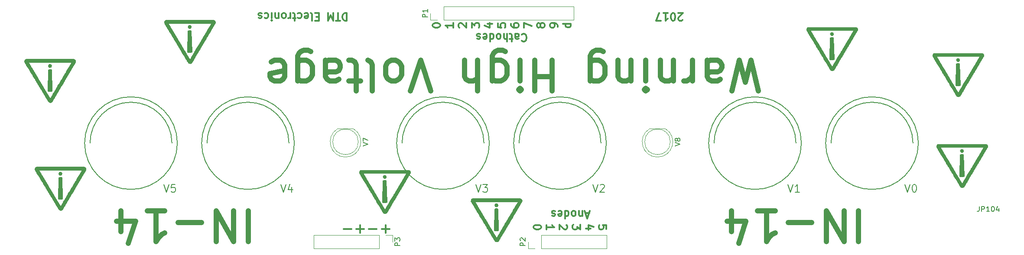
<source format=gto>
G04 #@! TF.FileFunction,Legend,Top*
%FSLAX46Y46*%
G04 Gerber Fmt 4.6, Leading zero omitted, Abs format (unit mm)*
G04 Created by KiCad (PCBNEW 4.0.5) date Tuesday, October 10, 2017 'PMt' 05:41:59 PM*
%MOMM*%
%LPD*%
G01*
G04 APERTURE LIST*
%ADD10C,0.100000*%
%ADD11C,1.000000*%
%ADD12C,0.300000*%
%ADD13C,0.150000*%
%ADD14C,0.200000*%
%ADD15C,0.002540*%
%ADD16C,0.120000*%
%ADD17C,0.127000*%
G04 APERTURE END LIST*
D10*
D11*
X232535429Y-103584714D02*
X232535429Y-109584714D01*
X229678286Y-103584714D02*
X229678286Y-109584714D01*
X226249714Y-103584714D01*
X226249714Y-109584714D01*
X223392572Y-105870429D02*
X218821143Y-105870429D01*
X212821143Y-103584714D02*
X216249715Y-103584714D01*
X214535429Y-103584714D02*
X214535429Y-109584714D01*
X215106858Y-108727571D01*
X215678286Y-108156143D01*
X216249715Y-107870429D01*
X207678286Y-107584714D02*
X207678286Y-103584714D01*
X209106857Y-109870429D02*
X210535429Y-105584714D01*
X206821143Y-105584714D01*
D12*
X198151428Y-66210571D02*
X198079999Y-66282000D01*
X197937142Y-66353429D01*
X197579999Y-66353429D01*
X197437142Y-66282000D01*
X197365713Y-66210571D01*
X197294285Y-66067714D01*
X197294285Y-65924857D01*
X197365713Y-65710571D01*
X198222856Y-64853429D01*
X197294285Y-64853429D01*
X196365714Y-66353429D02*
X196222857Y-66353429D01*
X196080000Y-66282000D01*
X196008571Y-66210571D01*
X195937142Y-66067714D01*
X195865714Y-65782000D01*
X195865714Y-65424857D01*
X195937142Y-65139143D01*
X196008571Y-64996286D01*
X196080000Y-64924857D01*
X196222857Y-64853429D01*
X196365714Y-64853429D01*
X196508571Y-64924857D01*
X196580000Y-64996286D01*
X196651428Y-65139143D01*
X196722857Y-65424857D01*
X196722857Y-65782000D01*
X196651428Y-66067714D01*
X196580000Y-66210571D01*
X196508571Y-66282000D01*
X196365714Y-66353429D01*
X194437143Y-64853429D02*
X195294286Y-64853429D01*
X194865714Y-64853429D02*
X194865714Y-66353429D01*
X195008571Y-66139143D01*
X195151429Y-65996286D01*
X195294286Y-65924857D01*
X193937143Y-66353429D02*
X192937143Y-66353429D01*
X193580000Y-64853429D01*
X132559142Y-64853429D02*
X132559142Y-66353429D01*
X132201999Y-66353429D01*
X131987714Y-66282000D01*
X131844856Y-66139143D01*
X131773428Y-65996286D01*
X131701999Y-65710571D01*
X131701999Y-65496286D01*
X131773428Y-65210571D01*
X131844856Y-65067714D01*
X131987714Y-64924857D01*
X132201999Y-64853429D01*
X132559142Y-64853429D01*
X131273428Y-66353429D02*
X130416285Y-66353429D01*
X130844856Y-64853429D02*
X130844856Y-66353429D01*
X129916285Y-64853429D02*
X129916285Y-66353429D01*
X129416285Y-65282000D01*
X128916285Y-66353429D01*
X128916285Y-64853429D01*
X127059142Y-65639143D02*
X126559142Y-65639143D01*
X126344856Y-64853429D02*
X127059142Y-64853429D01*
X127059142Y-66353429D01*
X126344856Y-66353429D01*
X125487713Y-64853429D02*
X125630571Y-64924857D01*
X125701999Y-65067714D01*
X125701999Y-66353429D01*
X124344857Y-64924857D02*
X124487714Y-64853429D01*
X124773428Y-64853429D01*
X124916285Y-64924857D01*
X124987714Y-65067714D01*
X124987714Y-65639143D01*
X124916285Y-65782000D01*
X124773428Y-65853429D01*
X124487714Y-65853429D01*
X124344857Y-65782000D01*
X124273428Y-65639143D01*
X124273428Y-65496286D01*
X124987714Y-65353429D01*
X122987714Y-64924857D02*
X123130571Y-64853429D01*
X123416285Y-64853429D01*
X123559143Y-64924857D01*
X123630571Y-64996286D01*
X123702000Y-65139143D01*
X123702000Y-65567714D01*
X123630571Y-65710571D01*
X123559143Y-65782000D01*
X123416285Y-65853429D01*
X123130571Y-65853429D01*
X122987714Y-65782000D01*
X122559143Y-65853429D02*
X121987714Y-65853429D01*
X122344857Y-66353429D02*
X122344857Y-65067714D01*
X122273429Y-64924857D01*
X122130571Y-64853429D01*
X121987714Y-64853429D01*
X121487714Y-64853429D02*
X121487714Y-65853429D01*
X121487714Y-65567714D02*
X121416286Y-65710571D01*
X121344857Y-65782000D01*
X121202000Y-65853429D01*
X121059143Y-65853429D01*
X120344857Y-64853429D02*
X120487715Y-64924857D01*
X120559143Y-64996286D01*
X120630572Y-65139143D01*
X120630572Y-65567714D01*
X120559143Y-65710571D01*
X120487715Y-65782000D01*
X120344857Y-65853429D01*
X120130572Y-65853429D01*
X119987715Y-65782000D01*
X119916286Y-65710571D01*
X119844857Y-65567714D01*
X119844857Y-65139143D01*
X119916286Y-64996286D01*
X119987715Y-64924857D01*
X120130572Y-64853429D01*
X120344857Y-64853429D01*
X119202000Y-65853429D02*
X119202000Y-64853429D01*
X119202000Y-65710571D02*
X119130572Y-65782000D01*
X118987714Y-65853429D01*
X118773429Y-65853429D01*
X118630572Y-65782000D01*
X118559143Y-65639143D01*
X118559143Y-64853429D01*
X117844857Y-64853429D02*
X117844857Y-65853429D01*
X117844857Y-66353429D02*
X117916286Y-66282000D01*
X117844857Y-66210571D01*
X117773429Y-66282000D01*
X117844857Y-66353429D01*
X117844857Y-66210571D01*
X116487714Y-64924857D02*
X116630571Y-64853429D01*
X116916285Y-64853429D01*
X117059143Y-64924857D01*
X117130571Y-64996286D01*
X117202000Y-65139143D01*
X117202000Y-65567714D01*
X117130571Y-65710571D01*
X117059143Y-65782000D01*
X116916285Y-65853429D01*
X116630571Y-65853429D01*
X116487714Y-65782000D01*
X115916286Y-64924857D02*
X115773429Y-64853429D01*
X115487714Y-64853429D01*
X115344857Y-64924857D01*
X115273429Y-65067714D01*
X115273429Y-65139143D01*
X115344857Y-65282000D01*
X115487714Y-65353429D01*
X115702000Y-65353429D01*
X115844857Y-65424857D01*
X115916286Y-65567714D01*
X115916286Y-65639143D01*
X115844857Y-65782000D01*
X115702000Y-65853429D01*
X115487714Y-65853429D01*
X115344857Y-65782000D01*
X131921810Y-107076857D02*
X133445620Y-107076857D01*
X134398000Y-107076857D02*
X135921810Y-107076857D01*
X135159905Y-107838762D02*
X135159905Y-106314952D01*
X136874190Y-107076857D02*
X138398000Y-107076857D01*
X139350380Y-107076857D02*
X140874190Y-107076857D01*
X140112285Y-107838762D02*
X140112285Y-106314952D01*
D11*
X113282429Y-103584714D02*
X113282429Y-109584714D01*
X110425286Y-103584714D02*
X110425286Y-109584714D01*
X106996714Y-103584714D01*
X106996714Y-109584714D01*
X104139572Y-105870429D02*
X99568143Y-105870429D01*
X93568143Y-103584714D02*
X96996715Y-103584714D01*
X95282429Y-103584714D02*
X95282429Y-109584714D01*
X95853858Y-108727571D01*
X96425286Y-108156143D01*
X96996715Y-107870429D01*
X88425286Y-107584714D02*
X88425286Y-103584714D01*
X89853857Y-109870429D02*
X91282429Y-105584714D01*
X87568143Y-105584714D01*
X212957141Y-80120714D02*
X211528570Y-74120714D01*
X210385713Y-78406429D01*
X209242855Y-74120714D01*
X207814284Y-80120714D01*
X202957141Y-74120714D02*
X202957141Y-77263571D01*
X203242855Y-77835000D01*
X203814284Y-78120714D01*
X204957141Y-78120714D01*
X205528570Y-77835000D01*
X202957141Y-74406429D02*
X203528570Y-74120714D01*
X204957141Y-74120714D01*
X205528570Y-74406429D01*
X205814284Y-74977857D01*
X205814284Y-75549286D01*
X205528570Y-76120714D01*
X204957141Y-76406429D01*
X203528570Y-76406429D01*
X202957141Y-76692143D01*
X200099999Y-74120714D02*
X200099999Y-78120714D01*
X200099999Y-76977857D02*
X199814284Y-77549286D01*
X199528570Y-77835000D01*
X198957141Y-78120714D01*
X198385713Y-78120714D01*
X196385713Y-78120714D02*
X196385713Y-74120714D01*
X196385713Y-77549286D02*
X196099998Y-77835000D01*
X195528570Y-78120714D01*
X194671427Y-78120714D01*
X194099998Y-77835000D01*
X193814284Y-77263571D01*
X193814284Y-74120714D01*
X190957142Y-74120714D02*
X190957142Y-78120714D01*
X190957142Y-80120714D02*
X191242856Y-79835000D01*
X190957142Y-79549286D01*
X190671427Y-79835000D01*
X190957142Y-80120714D01*
X190957142Y-79549286D01*
X188099999Y-78120714D02*
X188099999Y-74120714D01*
X188099999Y-77549286D02*
X187814284Y-77835000D01*
X187242856Y-78120714D01*
X186385713Y-78120714D01*
X185814284Y-77835000D01*
X185528570Y-77263571D01*
X185528570Y-74120714D01*
X180099999Y-78120714D02*
X180099999Y-73263571D01*
X180385713Y-72692143D01*
X180671428Y-72406429D01*
X181242856Y-72120714D01*
X182099999Y-72120714D01*
X182671428Y-72406429D01*
X180099999Y-74406429D02*
X180671428Y-74120714D01*
X181814285Y-74120714D01*
X182385713Y-74406429D01*
X182671428Y-74692143D01*
X182957142Y-75263571D01*
X182957142Y-76977857D01*
X182671428Y-77549286D01*
X182385713Y-77835000D01*
X181814285Y-78120714D01*
X180671428Y-78120714D01*
X180099999Y-77835000D01*
X172671428Y-74120714D02*
X172671428Y-80120714D01*
X172671428Y-77263571D02*
X169242856Y-77263571D01*
X169242856Y-74120714D02*
X169242856Y-80120714D01*
X166385714Y-74120714D02*
X166385714Y-78120714D01*
X166385714Y-80120714D02*
X166671428Y-79835000D01*
X166385714Y-79549286D01*
X166099999Y-79835000D01*
X166385714Y-80120714D01*
X166385714Y-79549286D01*
X160957142Y-78120714D02*
X160957142Y-73263571D01*
X161242856Y-72692143D01*
X161528571Y-72406429D01*
X162099999Y-72120714D01*
X162957142Y-72120714D01*
X163528571Y-72406429D01*
X160957142Y-74406429D02*
X161528571Y-74120714D01*
X162671428Y-74120714D01*
X163242856Y-74406429D01*
X163528571Y-74692143D01*
X163814285Y-75263571D01*
X163814285Y-76977857D01*
X163528571Y-77549286D01*
X163242856Y-77835000D01*
X162671428Y-78120714D01*
X161528571Y-78120714D01*
X160957142Y-77835000D01*
X158100000Y-74120714D02*
X158100000Y-80120714D01*
X155528571Y-74120714D02*
X155528571Y-77263571D01*
X155814285Y-77835000D01*
X156385714Y-78120714D01*
X157242857Y-78120714D01*
X157814285Y-77835000D01*
X158100000Y-77549286D01*
X148957142Y-80120714D02*
X146957142Y-74120714D01*
X144957142Y-80120714D01*
X142100000Y-74120714D02*
X142671428Y-74406429D01*
X142957143Y-74692143D01*
X143242857Y-75263571D01*
X143242857Y-76977857D01*
X142957143Y-77549286D01*
X142671428Y-77835000D01*
X142100000Y-78120714D01*
X141242857Y-78120714D01*
X140671428Y-77835000D01*
X140385714Y-77549286D01*
X140100000Y-76977857D01*
X140100000Y-75263571D01*
X140385714Y-74692143D01*
X140671428Y-74406429D01*
X141242857Y-74120714D01*
X142100000Y-74120714D01*
X136671429Y-74120714D02*
X137242857Y-74406429D01*
X137528572Y-74977857D01*
X137528572Y-80120714D01*
X135242857Y-78120714D02*
X132957143Y-78120714D01*
X134385715Y-80120714D02*
X134385715Y-74977857D01*
X134100000Y-74406429D01*
X133528572Y-74120714D01*
X132957143Y-74120714D01*
X128385715Y-74120714D02*
X128385715Y-77263571D01*
X128671429Y-77835000D01*
X129242858Y-78120714D01*
X130385715Y-78120714D01*
X130957144Y-77835000D01*
X128385715Y-74406429D02*
X128957144Y-74120714D01*
X130385715Y-74120714D01*
X130957144Y-74406429D01*
X131242858Y-74977857D01*
X131242858Y-75549286D01*
X130957144Y-76120714D01*
X130385715Y-76406429D01*
X128957144Y-76406429D01*
X128385715Y-76692143D01*
X122957144Y-78120714D02*
X122957144Y-73263571D01*
X123242858Y-72692143D01*
X123528573Y-72406429D01*
X124100001Y-72120714D01*
X124957144Y-72120714D01*
X125528573Y-72406429D01*
X122957144Y-74406429D02*
X123528573Y-74120714D01*
X124671430Y-74120714D01*
X125242858Y-74406429D01*
X125528573Y-74692143D01*
X125814287Y-75263571D01*
X125814287Y-76977857D01*
X125528573Y-77549286D01*
X125242858Y-77835000D01*
X124671430Y-78120714D01*
X123528573Y-78120714D01*
X122957144Y-77835000D01*
X117814287Y-74406429D02*
X118385716Y-74120714D01*
X119528573Y-74120714D01*
X120100002Y-74406429D01*
X120385716Y-74977857D01*
X120385716Y-77263571D01*
X120100002Y-77835000D01*
X119528573Y-78120714D01*
X118385716Y-78120714D01*
X117814287Y-77835000D01*
X117528573Y-77263571D01*
X117528573Y-76692143D01*
X120385716Y-76120714D01*
D12*
X149293571Y-67339428D02*
X149293571Y-67196571D01*
X149365000Y-67053714D01*
X149436429Y-66982285D01*
X149579286Y-66910856D01*
X149865000Y-66839428D01*
X150222143Y-66839428D01*
X150507857Y-66910856D01*
X150650714Y-66982285D01*
X150722143Y-67053714D01*
X150793571Y-67196571D01*
X150793571Y-67339428D01*
X150722143Y-67482285D01*
X150650714Y-67553714D01*
X150507857Y-67625142D01*
X150222143Y-67696571D01*
X149865000Y-67696571D01*
X149579286Y-67625142D01*
X149436429Y-67553714D01*
X149365000Y-67482285D01*
X149293571Y-67339428D01*
X153343571Y-66839428D02*
X153343571Y-67696571D01*
X153343571Y-67267999D02*
X151843571Y-67267999D01*
X152057857Y-67410856D01*
X152200714Y-67553714D01*
X152272143Y-67696571D01*
X154536429Y-67696571D02*
X154465000Y-67625142D01*
X154393571Y-67482285D01*
X154393571Y-67125142D01*
X154465000Y-66982285D01*
X154536429Y-66910856D01*
X154679286Y-66839428D01*
X154822143Y-66839428D01*
X155036429Y-66910856D01*
X155893571Y-67767999D01*
X155893571Y-66839428D01*
X156943571Y-67767999D02*
X156943571Y-66839428D01*
X157515000Y-67339428D01*
X157515000Y-67125142D01*
X157586429Y-66982285D01*
X157657857Y-66910856D01*
X157800714Y-66839428D01*
X158157857Y-66839428D01*
X158300714Y-66910856D01*
X158372143Y-66982285D01*
X158443571Y-67125142D01*
X158443571Y-67553714D01*
X158372143Y-67696571D01*
X158300714Y-67767999D01*
X159993571Y-66982285D02*
X160993571Y-66982285D01*
X159422143Y-67339428D02*
X160493571Y-67696571D01*
X160493571Y-66767999D01*
X162043571Y-66910856D02*
X162043571Y-67625142D01*
X162757857Y-67696571D01*
X162686429Y-67625142D01*
X162615000Y-67482285D01*
X162615000Y-67125142D01*
X162686429Y-66982285D01*
X162757857Y-66910856D01*
X162900714Y-66839428D01*
X163257857Y-66839428D01*
X163400714Y-66910856D01*
X163472143Y-66982285D01*
X163543571Y-67125142D01*
X163543571Y-67482285D01*
X163472143Y-67625142D01*
X163400714Y-67696571D01*
X164593571Y-66982285D02*
X164593571Y-67267999D01*
X164665000Y-67410856D01*
X164736429Y-67482285D01*
X164950714Y-67625142D01*
X165236429Y-67696571D01*
X165807857Y-67696571D01*
X165950714Y-67625142D01*
X166022143Y-67553714D01*
X166093571Y-67410856D01*
X166093571Y-67125142D01*
X166022143Y-66982285D01*
X165950714Y-66910856D01*
X165807857Y-66839428D01*
X165450714Y-66839428D01*
X165307857Y-66910856D01*
X165236429Y-66982285D01*
X165165000Y-67125142D01*
X165165000Y-67410856D01*
X165236429Y-67553714D01*
X165307857Y-67625142D01*
X165450714Y-67696571D01*
X167143571Y-67767999D02*
X167143571Y-66767999D01*
X168643571Y-67410856D01*
X170336429Y-67410856D02*
X170265000Y-67553714D01*
X170193571Y-67625142D01*
X170050714Y-67696571D01*
X169979286Y-67696571D01*
X169836429Y-67625142D01*
X169765000Y-67553714D01*
X169693571Y-67410856D01*
X169693571Y-67125142D01*
X169765000Y-66982285D01*
X169836429Y-66910856D01*
X169979286Y-66839428D01*
X170050714Y-66839428D01*
X170193571Y-66910856D01*
X170265000Y-66982285D01*
X170336429Y-67125142D01*
X170336429Y-67410856D01*
X170407857Y-67553714D01*
X170479286Y-67625142D01*
X170622143Y-67696571D01*
X170907857Y-67696571D01*
X171050714Y-67625142D01*
X171122143Y-67553714D01*
X171193571Y-67410856D01*
X171193571Y-67125142D01*
X171122143Y-66982285D01*
X171050714Y-66910856D01*
X170907857Y-66839428D01*
X170622143Y-66839428D01*
X170479286Y-66910856D01*
X170407857Y-66982285D01*
X170336429Y-67125142D01*
X173743571Y-67553714D02*
X173743571Y-67267999D01*
X173672143Y-67125142D01*
X173600714Y-67053714D01*
X173386429Y-66910856D01*
X173100714Y-66839428D01*
X172529286Y-66839428D01*
X172386429Y-66910856D01*
X172315000Y-66982285D01*
X172243571Y-67125142D01*
X172243571Y-67410856D01*
X172315000Y-67553714D01*
X172386429Y-67625142D01*
X172529286Y-67696571D01*
X172886429Y-67696571D01*
X173029286Y-67625142D01*
X173100714Y-67553714D01*
X173172143Y-67410856D01*
X173172143Y-67125142D01*
X173100714Y-66982285D01*
X173029286Y-66910856D01*
X172886429Y-66839428D01*
X176293571Y-66946571D02*
X174793571Y-66946571D01*
X176222143Y-66946571D02*
X176293571Y-67089428D01*
X176293571Y-67375142D01*
X176222143Y-67518000D01*
X176150714Y-67589428D01*
X176007857Y-67660857D01*
X175579286Y-67660857D01*
X175436429Y-67589428D01*
X175365000Y-67518000D01*
X175293571Y-67375142D01*
X175293571Y-67089428D01*
X175365000Y-66946571D01*
X166742571Y-69060286D02*
X166814000Y-68988857D01*
X167028286Y-68917429D01*
X167171143Y-68917429D01*
X167385428Y-68988857D01*
X167528286Y-69131714D01*
X167599714Y-69274571D01*
X167671143Y-69560286D01*
X167671143Y-69774571D01*
X167599714Y-70060286D01*
X167528286Y-70203143D01*
X167385428Y-70346000D01*
X167171143Y-70417429D01*
X167028286Y-70417429D01*
X166814000Y-70346000D01*
X166742571Y-70274571D01*
X165456857Y-68917429D02*
X165456857Y-69703143D01*
X165528286Y-69846000D01*
X165671143Y-69917429D01*
X165956857Y-69917429D01*
X166099714Y-69846000D01*
X165456857Y-68988857D02*
X165599714Y-68917429D01*
X165956857Y-68917429D01*
X166099714Y-68988857D01*
X166171143Y-69131714D01*
X166171143Y-69274571D01*
X166099714Y-69417429D01*
X165956857Y-69488857D01*
X165599714Y-69488857D01*
X165456857Y-69560286D01*
X164956857Y-69917429D02*
X164385428Y-69917429D01*
X164742571Y-70417429D02*
X164742571Y-69131714D01*
X164671143Y-68988857D01*
X164528285Y-68917429D01*
X164385428Y-68917429D01*
X163885428Y-68917429D02*
X163885428Y-70417429D01*
X163242571Y-68917429D02*
X163242571Y-69703143D01*
X163314000Y-69846000D01*
X163456857Y-69917429D01*
X163671142Y-69917429D01*
X163814000Y-69846000D01*
X163885428Y-69774571D01*
X162313999Y-68917429D02*
X162456857Y-68988857D01*
X162528285Y-69060286D01*
X162599714Y-69203143D01*
X162599714Y-69631714D01*
X162528285Y-69774571D01*
X162456857Y-69846000D01*
X162313999Y-69917429D01*
X162099714Y-69917429D01*
X161956857Y-69846000D01*
X161885428Y-69774571D01*
X161813999Y-69631714D01*
X161813999Y-69203143D01*
X161885428Y-69060286D01*
X161956857Y-68988857D01*
X162099714Y-68917429D01*
X162313999Y-68917429D01*
X160528285Y-68917429D02*
X160528285Y-70417429D01*
X160528285Y-68988857D02*
X160671142Y-68917429D01*
X160956856Y-68917429D01*
X161099714Y-68988857D01*
X161171142Y-69060286D01*
X161242571Y-69203143D01*
X161242571Y-69631714D01*
X161171142Y-69774571D01*
X161099714Y-69846000D01*
X160956856Y-69917429D01*
X160671142Y-69917429D01*
X160528285Y-69846000D01*
X159242571Y-68988857D02*
X159385428Y-68917429D01*
X159671142Y-68917429D01*
X159813999Y-68988857D01*
X159885428Y-69131714D01*
X159885428Y-69703143D01*
X159813999Y-69846000D01*
X159671142Y-69917429D01*
X159385428Y-69917429D01*
X159242571Y-69846000D01*
X159171142Y-69703143D01*
X159171142Y-69560286D01*
X159885428Y-69417429D01*
X158599714Y-68988857D02*
X158456857Y-68917429D01*
X158171142Y-68917429D01*
X158028285Y-68988857D01*
X157956857Y-69131714D01*
X157956857Y-69203143D01*
X158028285Y-69346000D01*
X158171142Y-69417429D01*
X158385428Y-69417429D01*
X158528285Y-69488857D01*
X158599714Y-69631714D01*
X158599714Y-69703143D01*
X158528285Y-69846000D01*
X158385428Y-69917429D01*
X158171142Y-69917429D01*
X158028285Y-69846000D01*
X179893457Y-103966200D02*
X179179171Y-103966200D01*
X180036314Y-103537629D02*
X179536314Y-105037629D01*
X179036314Y-103537629D01*
X178536314Y-104537629D02*
X178536314Y-103537629D01*
X178536314Y-104394771D02*
X178464886Y-104466200D01*
X178322028Y-104537629D01*
X178107743Y-104537629D01*
X177964886Y-104466200D01*
X177893457Y-104323343D01*
X177893457Y-103537629D01*
X176964885Y-103537629D02*
X177107743Y-103609057D01*
X177179171Y-103680486D01*
X177250600Y-103823343D01*
X177250600Y-104251914D01*
X177179171Y-104394771D01*
X177107743Y-104466200D01*
X176964885Y-104537629D01*
X176750600Y-104537629D01*
X176607743Y-104466200D01*
X176536314Y-104394771D01*
X176464885Y-104251914D01*
X176464885Y-103823343D01*
X176536314Y-103680486D01*
X176607743Y-103609057D01*
X176750600Y-103537629D01*
X176964885Y-103537629D01*
X175179171Y-103537629D02*
X175179171Y-105037629D01*
X175179171Y-103609057D02*
X175322028Y-103537629D01*
X175607742Y-103537629D01*
X175750600Y-103609057D01*
X175822028Y-103680486D01*
X175893457Y-103823343D01*
X175893457Y-104251914D01*
X175822028Y-104394771D01*
X175750600Y-104466200D01*
X175607742Y-104537629D01*
X175322028Y-104537629D01*
X175179171Y-104466200D01*
X173893457Y-103609057D02*
X174036314Y-103537629D01*
X174322028Y-103537629D01*
X174464885Y-103609057D01*
X174536314Y-103751914D01*
X174536314Y-104323343D01*
X174464885Y-104466200D01*
X174322028Y-104537629D01*
X174036314Y-104537629D01*
X173893457Y-104466200D01*
X173822028Y-104323343D01*
X173822028Y-104180486D01*
X174536314Y-104037629D01*
X173250600Y-103609057D02*
X173107743Y-103537629D01*
X172822028Y-103537629D01*
X172679171Y-103609057D01*
X172607743Y-103751914D01*
X172607743Y-103823343D01*
X172679171Y-103966200D01*
X172822028Y-104037629D01*
X173036314Y-104037629D01*
X173179171Y-104109057D01*
X173250600Y-104251914D01*
X173250600Y-104323343D01*
X173179171Y-104466200D01*
X173036314Y-104537629D01*
X172822028Y-104537629D01*
X172679171Y-104466200D01*
X183269229Y-107087944D02*
X183269229Y-106373658D01*
X182554943Y-106302229D01*
X182626371Y-106373658D01*
X182697800Y-106516515D01*
X182697800Y-106873658D01*
X182626371Y-107016515D01*
X182554943Y-107087944D01*
X182412086Y-107159372D01*
X182054943Y-107159372D01*
X181912086Y-107087944D01*
X181840657Y-107016515D01*
X181769229Y-106873658D01*
X181769229Y-106516515D01*
X181840657Y-106373658D01*
X181912086Y-106302229D01*
X180219229Y-107016515D02*
X179219229Y-107016515D01*
X180790657Y-106659372D02*
X179719229Y-106302229D01*
X179719229Y-107230801D01*
X178169229Y-106230801D02*
X178169229Y-107159372D01*
X177597800Y-106659372D01*
X177597800Y-106873658D01*
X177526371Y-107016515D01*
X177454943Y-107087944D01*
X177312086Y-107159372D01*
X176954943Y-107159372D01*
X176812086Y-107087944D01*
X176740657Y-107016515D01*
X176669229Y-106873658D01*
X176669229Y-106445086D01*
X176740657Y-106302229D01*
X176812086Y-106230801D01*
X175476371Y-106302229D02*
X175547800Y-106373658D01*
X175619229Y-106516515D01*
X175619229Y-106873658D01*
X175547800Y-107016515D01*
X175476371Y-107087944D01*
X175333514Y-107159372D01*
X175190657Y-107159372D01*
X174976371Y-107087944D01*
X174119229Y-106230801D01*
X174119229Y-107159372D01*
X171569229Y-107159372D02*
X171569229Y-106302229D01*
X171569229Y-106730801D02*
X173069229Y-106730801D01*
X172854943Y-106587944D01*
X172712086Y-106445086D01*
X172640657Y-106302229D01*
X170519229Y-106659372D02*
X170519229Y-106802229D01*
X170447800Y-106945086D01*
X170376371Y-107016515D01*
X170233514Y-107087944D01*
X169947800Y-107159372D01*
X169590657Y-107159372D01*
X169304943Y-107087944D01*
X169162086Y-107016515D01*
X169090657Y-106945086D01*
X169019229Y-106802229D01*
X169019229Y-106659372D01*
X169090657Y-106516515D01*
X169162086Y-106445086D01*
X169304943Y-106373658D01*
X169590657Y-106302229D01*
X169947800Y-106302229D01*
X170233514Y-106373658D01*
X170376371Y-106445086D01*
X170447800Y-106516515D01*
X170519229Y-106659372D01*
D13*
X162172600Y-107359200D02*
X162072600Y-107459200D01*
X162072600Y-107459200D02*
X161472600Y-107459200D01*
X161472600Y-107459200D02*
X161372600Y-107359200D01*
X162072600Y-103259200D02*
X161972600Y-103159200D01*
X161972600Y-103159200D02*
X161572600Y-103159200D01*
X161572600Y-103159200D02*
X161472600Y-103259200D01*
D14*
X161872600Y-102459200D02*
G75*
G03X161872600Y-102459200I-100000J0D01*
G01*
D13*
X161972600Y-102459200D02*
G75*
G03X161972600Y-102459200I-200000J0D01*
G01*
X162072600Y-102459200D02*
G75*
G03X162072600Y-102459200I-300000J0D01*
G01*
X161472600Y-103259200D02*
X161472600Y-107359200D01*
X162072600Y-107359200D02*
X162072600Y-103259200D01*
X161972600Y-103259200D02*
X161972600Y-107359200D01*
X161572600Y-107359200D02*
X161572600Y-103259200D01*
X161672600Y-103259200D02*
X161672600Y-107359200D01*
X161872600Y-107359200D02*
X161872600Y-103259200D01*
X161772600Y-103259200D02*
X161772600Y-107359200D01*
X162172600Y-107359200D02*
X162072600Y-103259200D01*
X162072600Y-103259200D02*
X161472600Y-103259200D01*
X161472600Y-103259200D02*
X161372600Y-107359200D01*
X161372600Y-107359200D02*
X162172600Y-107359200D01*
D15*
G36*
X156773880Y-101638100D02*
X156776420Y-101539040D01*
X156789120Y-101439980D01*
X156811980Y-101351080D01*
X156852620Y-101274880D01*
X156875480Y-101244400D01*
X156898340Y-101216460D01*
X156926280Y-101193600D01*
X156959300Y-101173280D01*
X156997400Y-101152960D01*
X157081220Y-101114860D01*
X157551120Y-101114860D01*
X157551120Y-101749860D01*
X157558740Y-101765100D01*
X157573980Y-101790500D01*
X157596840Y-101828600D01*
X157624780Y-101874320D01*
X157642560Y-101899720D01*
X157660340Y-101927660D01*
X157673040Y-101950520D01*
X157688280Y-101973380D01*
X157700980Y-101993700D01*
X157716220Y-102016560D01*
X157731460Y-102039420D01*
X157746700Y-102067360D01*
X157767020Y-102100380D01*
X157792420Y-102141020D01*
X157820360Y-102186740D01*
X157853380Y-102242620D01*
X157894020Y-102308660D01*
X157939740Y-102387400D01*
X157995620Y-102478840D01*
X158059120Y-102585520D01*
X158125160Y-102697280D01*
X158183580Y-102791260D01*
X158236920Y-102882700D01*
X158287720Y-102966520D01*
X158333440Y-103042720D01*
X158374080Y-103111300D01*
X158409640Y-103167180D01*
X158435040Y-103210360D01*
X158452820Y-103240840D01*
X158462980Y-103256080D01*
X158473140Y-103276400D01*
X158493460Y-103309420D01*
X158521400Y-103352600D01*
X158551880Y-103405940D01*
X158584900Y-103461820D01*
X158602680Y-103492300D01*
X158645860Y-103563420D01*
X158694120Y-103642160D01*
X158742380Y-103723440D01*
X158785560Y-103799640D01*
X158826200Y-103865680D01*
X158826200Y-103868220D01*
X158864300Y-103929180D01*
X158902400Y-103995220D01*
X158937960Y-104056180D01*
X158970980Y-104109520D01*
X158993840Y-104147620D01*
X159019240Y-104190800D01*
X159052260Y-104244140D01*
X159087820Y-104307640D01*
X159125920Y-104373680D01*
X159164020Y-104437180D01*
X159166560Y-104439720D01*
X159207200Y-104508300D01*
X159252920Y-104587040D01*
X159303720Y-104670860D01*
X159351980Y-104752140D01*
X159395160Y-104823260D01*
X159435800Y-104891840D01*
X159481520Y-104973120D01*
X159532320Y-105056940D01*
X159583120Y-105143300D01*
X159631380Y-105224580D01*
X159654240Y-105260140D01*
X159697420Y-105336340D01*
X159748220Y-105417620D01*
X159799020Y-105503980D01*
X159847280Y-105585260D01*
X159890460Y-105658920D01*
X159908240Y-105689400D01*
X159943800Y-105747820D01*
X159976820Y-105801160D01*
X160004760Y-105849420D01*
X160027620Y-105887520D01*
X160042860Y-105912920D01*
X160045400Y-105918000D01*
X160058100Y-105938320D01*
X160078420Y-105973880D01*
X160103820Y-106017060D01*
X160134300Y-106067860D01*
X160157160Y-106103420D01*
X160187640Y-106156760D01*
X160215580Y-106205020D01*
X160240980Y-106245660D01*
X160258760Y-106276140D01*
X160266380Y-106288840D01*
X160276540Y-106309160D01*
X160296860Y-106342180D01*
X160324800Y-106385360D01*
X160355280Y-106438700D01*
X160388300Y-106494580D01*
X160403540Y-106519980D01*
X160446720Y-106591100D01*
X160494980Y-106672380D01*
X160545780Y-106758740D01*
X160596580Y-106842560D01*
X160639760Y-106918760D01*
X160642300Y-106921300D01*
X160680400Y-106982260D01*
X160713420Y-107040680D01*
X160746440Y-107094020D01*
X160771840Y-107139740D01*
X160792160Y-107170220D01*
X160797240Y-107180380D01*
X160815020Y-107210860D01*
X160842960Y-107256580D01*
X160878520Y-107315000D01*
X160919160Y-107386120D01*
X160967420Y-107464860D01*
X161020760Y-107553760D01*
X161076640Y-107647740D01*
X161135060Y-107744260D01*
X161196020Y-107843320D01*
X161254440Y-107942380D01*
X161312860Y-108038900D01*
X161371280Y-108132880D01*
X161424620Y-108219240D01*
X161472880Y-108300520D01*
X161516060Y-108371640D01*
X161554160Y-108432600D01*
X161559240Y-108437680D01*
X161597340Y-108503720D01*
X161637980Y-108564680D01*
X161676080Y-108625640D01*
X161711640Y-108678980D01*
X161744660Y-108724700D01*
X161767520Y-108760260D01*
X161782760Y-108785660D01*
X161792920Y-108793280D01*
X161798000Y-108785660D01*
X161815780Y-108760260D01*
X161841180Y-108722160D01*
X161874200Y-108666280D01*
X161914840Y-108600240D01*
X161963100Y-108521500D01*
X162016440Y-108430060D01*
X162077400Y-108331000D01*
X162143440Y-108221780D01*
X162212020Y-108102400D01*
X162288220Y-107977940D01*
X162364420Y-107848400D01*
X162445700Y-107713780D01*
X162486340Y-107642660D01*
X162501580Y-107619800D01*
X162524440Y-107581700D01*
X162552380Y-107533440D01*
X162587940Y-107475020D01*
X162623500Y-107411520D01*
X162661600Y-107345480D01*
X162831780Y-107061000D01*
X162994340Y-106789220D01*
X163149280Y-106527600D01*
X163299140Y-106273600D01*
X163443920Y-106027220D01*
X163588700Y-105780840D01*
X163629340Y-105712260D01*
X163667440Y-105651300D01*
X163703000Y-105590340D01*
X163736020Y-105534460D01*
X163763960Y-105488740D01*
X163784280Y-105453180D01*
X163789360Y-105443020D01*
X163807140Y-105415080D01*
X163832540Y-105371900D01*
X163863020Y-105321100D01*
X163898580Y-105262680D01*
X163936680Y-105196640D01*
X163964620Y-105150920D01*
X164002720Y-105084880D01*
X164040820Y-105021380D01*
X164076380Y-104962960D01*
X164106860Y-104912160D01*
X164129720Y-104874060D01*
X164139880Y-104853740D01*
X164162740Y-104818180D01*
X164190680Y-104772460D01*
X164221160Y-104719120D01*
X164251640Y-104665780D01*
X164256720Y-104658160D01*
X164304980Y-104576880D01*
X164353240Y-104493060D01*
X164401500Y-104411780D01*
X164447220Y-104333040D01*
X164490400Y-104264460D01*
X164523420Y-104208580D01*
X164536120Y-104188260D01*
X164561520Y-104145080D01*
X164586920Y-104099360D01*
X164609780Y-104061260D01*
X164612320Y-104058720D01*
X164625020Y-104033320D01*
X164650420Y-103992680D01*
X164683440Y-103936800D01*
X164726620Y-103863140D01*
X164777420Y-103776780D01*
X164835840Y-103675180D01*
X164904420Y-103560880D01*
X164978080Y-103436420D01*
X165061900Y-103296720D01*
X165150800Y-103146860D01*
X165153340Y-103141780D01*
X165199060Y-103063040D01*
X165247320Y-102979220D01*
X165298120Y-102892860D01*
X165346380Y-102811580D01*
X165389560Y-102737920D01*
X165417500Y-102694740D01*
X165455600Y-102631240D01*
X165493700Y-102562660D01*
X165531800Y-102499160D01*
X165564820Y-102440740D01*
X165592760Y-102395020D01*
X165597840Y-102389940D01*
X165625780Y-102341680D01*
X165653720Y-102293420D01*
X165676580Y-102252780D01*
X165694360Y-102224840D01*
X165735000Y-102153720D01*
X165775640Y-102085140D01*
X165816280Y-102016560D01*
X165854380Y-101950520D01*
X165889940Y-101892100D01*
X165920420Y-101841300D01*
X165943280Y-101800660D01*
X165961060Y-101772720D01*
X165968680Y-101760020D01*
X165971220Y-101760020D01*
X165978840Y-101744780D01*
X165978840Y-101742240D01*
X165968680Y-101742240D01*
X165940740Y-101739700D01*
X165892480Y-101739700D01*
X165826440Y-101739700D01*
X165742620Y-101739700D01*
X165641020Y-101737160D01*
X165526720Y-101737160D01*
X165394640Y-101737160D01*
X165247320Y-101737160D01*
X165087300Y-101737160D01*
X164912040Y-101737160D01*
X164724080Y-101737160D01*
X164525960Y-101734620D01*
X164315140Y-101734620D01*
X164091620Y-101734620D01*
X163860480Y-101734620D01*
X163619180Y-101734620D01*
X163367720Y-101734620D01*
X163108640Y-101734620D01*
X162844480Y-101734620D01*
X162570160Y-101734620D01*
X162290760Y-101734620D01*
X162003740Y-101734620D01*
X161762440Y-101734620D01*
X161414460Y-101734620D01*
X161086800Y-101734620D01*
X160779460Y-101734620D01*
X160489900Y-101734620D01*
X160215580Y-101734620D01*
X159961580Y-101734620D01*
X159722820Y-101734620D01*
X159499300Y-101734620D01*
X159291020Y-101734620D01*
X159100520Y-101734620D01*
X158922720Y-101734620D01*
X158760160Y-101734620D01*
X158607760Y-101734620D01*
X158470600Y-101734620D01*
X158346140Y-101734620D01*
X158231840Y-101737160D01*
X158130240Y-101737160D01*
X158038800Y-101737160D01*
X157957520Y-101737160D01*
X157883860Y-101737160D01*
X157820360Y-101737160D01*
X157764480Y-101739700D01*
X157718760Y-101739700D01*
X157678120Y-101739700D01*
X157645100Y-101742240D01*
X157617160Y-101742240D01*
X157594300Y-101742240D01*
X157579060Y-101744780D01*
X157566360Y-101744780D01*
X157558740Y-101747320D01*
X157553660Y-101747320D01*
X157551120Y-101749860D01*
X157551120Y-101749860D01*
X157551120Y-101114860D01*
X161749740Y-101109780D01*
X166415720Y-101104700D01*
X166504620Y-101140260D01*
X166588440Y-101183440D01*
X166657020Y-101236780D01*
X166707820Y-101300280D01*
X166743380Y-101376480D01*
X166763700Y-101465380D01*
X166771320Y-101559360D01*
X166771320Y-101587300D01*
X166768780Y-101610160D01*
X166766240Y-101630480D01*
X166761160Y-101653340D01*
X166751000Y-101678740D01*
X166735760Y-101709220D01*
X166712900Y-101749860D01*
X166684960Y-101800660D01*
X166646860Y-101864160D01*
X166626540Y-101899720D01*
X166593520Y-101955600D01*
X166560500Y-102011480D01*
X166532560Y-102059740D01*
X166509700Y-102097840D01*
X166494460Y-102123240D01*
X166476680Y-102156260D01*
X166448740Y-102201980D01*
X166415720Y-102257860D01*
X166380160Y-102321360D01*
X166339520Y-102389940D01*
X166298880Y-102458520D01*
X166260780Y-102524560D01*
X166253160Y-102534720D01*
X166230300Y-102572820D01*
X166202360Y-102621080D01*
X166169340Y-102676960D01*
X166133780Y-102737920D01*
X166098220Y-102796340D01*
X166057580Y-102864920D01*
X166011860Y-102943660D01*
X165963600Y-103024940D01*
X165917880Y-103103680D01*
X165889940Y-103151940D01*
X165851840Y-103215440D01*
X165811200Y-103284020D01*
X165770560Y-103352600D01*
X165735000Y-103413560D01*
X165709600Y-103456740D01*
X165679120Y-103507540D01*
X165643560Y-103568500D01*
X165602920Y-103634540D01*
X165562280Y-103703120D01*
X165526720Y-103766620D01*
X165488620Y-103830120D01*
X165450520Y-103896160D01*
X165412420Y-103959660D01*
X165379400Y-104013000D01*
X165354000Y-104056180D01*
X165354000Y-104058720D01*
X165338760Y-104081580D01*
X165323520Y-104109520D01*
X165303200Y-104142540D01*
X165282880Y-104178100D01*
X165254940Y-104221280D01*
X165224460Y-104274620D01*
X165188900Y-104335580D01*
X165148260Y-104404160D01*
X165100000Y-104487980D01*
X165044120Y-104581960D01*
X164980620Y-104688640D01*
X164906960Y-104810560D01*
X164825680Y-104950260D01*
X164820600Y-104955340D01*
X164777420Y-105031540D01*
X164731700Y-105105200D01*
X164688520Y-105178860D01*
X164650420Y-105242360D01*
X164617400Y-105298240D01*
X164592000Y-105341420D01*
X164581840Y-105359200D01*
X164561520Y-105392220D01*
X164533580Y-105437940D01*
X164498020Y-105498900D01*
X164457380Y-105567480D01*
X164414200Y-105641140D01*
X164368480Y-105719880D01*
X164327840Y-105788460D01*
X164244020Y-105928160D01*
X164165280Y-106062780D01*
X164089080Y-106189780D01*
X164017960Y-106309160D01*
X163951920Y-106418380D01*
X163893500Y-106517440D01*
X163842700Y-106603800D01*
X163802060Y-106672380D01*
X163779200Y-106710480D01*
X163761420Y-106743500D01*
X163733480Y-106791760D01*
X163697920Y-106850180D01*
X163654740Y-106921300D01*
X163609020Y-107000040D01*
X163560760Y-107083860D01*
X163509960Y-107170220D01*
X163471860Y-107231180D01*
X163418520Y-107320080D01*
X163365180Y-107411520D01*
X163311840Y-107500420D01*
X163263580Y-107584240D01*
X163217860Y-107662980D01*
X163177220Y-107729020D01*
X163146740Y-107782360D01*
X163131500Y-107807760D01*
X163093400Y-107871260D01*
X163052760Y-107942380D01*
X163012120Y-108010960D01*
X162974020Y-108071920D01*
X162953700Y-108107480D01*
X162923220Y-108160820D01*
X162885120Y-108224320D01*
X162844480Y-108292900D01*
X162803840Y-108364020D01*
X162773360Y-108412280D01*
X162699700Y-108536740D01*
X162636200Y-108648500D01*
X162577780Y-108747560D01*
X162526980Y-108833920D01*
X162483800Y-108905040D01*
X162450780Y-108960920D01*
X162427920Y-109001560D01*
X162412680Y-109024420D01*
X162397440Y-109049820D01*
X162374580Y-109087920D01*
X162349180Y-109133640D01*
X162318700Y-109184440D01*
X162311080Y-109194600D01*
X162265360Y-109275880D01*
X162227260Y-109339380D01*
X162194240Y-109390180D01*
X162166300Y-109430820D01*
X162138360Y-109461300D01*
X162112960Y-109486700D01*
X162085020Y-109507020D01*
X162054540Y-109524800D01*
X162016440Y-109540040D01*
X161973260Y-109557820D01*
X161965640Y-109560360D01*
X161922460Y-109578140D01*
X161891980Y-109588300D01*
X161861500Y-109593380D01*
X161831020Y-109593380D01*
X161785300Y-109593380D01*
X161701480Y-109580680D01*
X161622740Y-109560360D01*
X161549080Y-109524800D01*
X161483040Y-109474000D01*
X161419540Y-109407960D01*
X161358580Y-109326680D01*
X161300160Y-109225080D01*
X161267140Y-109164120D01*
X161254440Y-109138720D01*
X161231580Y-109098080D01*
X161201100Y-109044740D01*
X161165540Y-108981240D01*
X161122360Y-108910120D01*
X161076640Y-108831380D01*
X161028380Y-108750100D01*
X160980120Y-108666280D01*
X160929320Y-108582460D01*
X160881060Y-108501180D01*
X160837880Y-108427520D01*
X160820100Y-108402120D01*
X160797240Y-108358940D01*
X160764220Y-108308140D01*
X160728660Y-108247180D01*
X160690560Y-108181140D01*
X160649920Y-108112560D01*
X160647380Y-108107480D01*
X160594040Y-108021120D01*
X160533080Y-107916980D01*
X160461960Y-107797600D01*
X160383220Y-107665520D01*
X160294320Y-107518200D01*
X160197800Y-107358180D01*
X160096200Y-107188000D01*
X159986980Y-107005120D01*
X159870140Y-106812080D01*
X159748220Y-106608880D01*
X159621220Y-106400600D01*
X159491680Y-106182160D01*
X159354520Y-105956100D01*
X159217360Y-105727500D01*
X159075120Y-105491280D01*
X158930340Y-105255060D01*
X158894780Y-105194100D01*
X158831280Y-105089960D01*
X158762700Y-104978200D01*
X158689040Y-104856280D01*
X158615380Y-104731820D01*
X158539180Y-104607360D01*
X158462980Y-104482900D01*
X158389320Y-104360980D01*
X158320740Y-104244140D01*
X158254700Y-104137460D01*
X158196280Y-104040940D01*
X158145480Y-103957120D01*
X158117540Y-103906320D01*
X158031180Y-103764080D01*
X157954980Y-103637080D01*
X157883860Y-103522780D01*
X157820360Y-103416100D01*
X157761940Y-103317040D01*
X157703520Y-103223060D01*
X157647640Y-103131620D01*
X157591760Y-103040180D01*
X157533340Y-102943660D01*
X157480000Y-102854760D01*
X157378400Y-102689660D01*
X157286960Y-102539800D01*
X157203140Y-102405180D01*
X157129480Y-102280720D01*
X157065980Y-102171500D01*
X157007560Y-102069900D01*
X156954220Y-101978460D01*
X156908500Y-101897180D01*
X156867860Y-101820980D01*
X156834840Y-101760020D01*
X156773880Y-101638100D01*
X156773880Y-101638100D01*
X156773880Y-101638100D01*
G37*
X156773880Y-101638100D02*
X156776420Y-101539040D01*
X156789120Y-101439980D01*
X156811980Y-101351080D01*
X156852620Y-101274880D01*
X156875480Y-101244400D01*
X156898340Y-101216460D01*
X156926280Y-101193600D01*
X156959300Y-101173280D01*
X156997400Y-101152960D01*
X157081220Y-101114860D01*
X157551120Y-101114860D01*
X157551120Y-101749860D01*
X157558740Y-101765100D01*
X157573980Y-101790500D01*
X157596840Y-101828600D01*
X157624780Y-101874320D01*
X157642560Y-101899720D01*
X157660340Y-101927660D01*
X157673040Y-101950520D01*
X157688280Y-101973380D01*
X157700980Y-101993700D01*
X157716220Y-102016560D01*
X157731460Y-102039420D01*
X157746700Y-102067360D01*
X157767020Y-102100380D01*
X157792420Y-102141020D01*
X157820360Y-102186740D01*
X157853380Y-102242620D01*
X157894020Y-102308660D01*
X157939740Y-102387400D01*
X157995620Y-102478840D01*
X158059120Y-102585520D01*
X158125160Y-102697280D01*
X158183580Y-102791260D01*
X158236920Y-102882700D01*
X158287720Y-102966520D01*
X158333440Y-103042720D01*
X158374080Y-103111300D01*
X158409640Y-103167180D01*
X158435040Y-103210360D01*
X158452820Y-103240840D01*
X158462980Y-103256080D01*
X158473140Y-103276400D01*
X158493460Y-103309420D01*
X158521400Y-103352600D01*
X158551880Y-103405940D01*
X158584900Y-103461820D01*
X158602680Y-103492300D01*
X158645860Y-103563420D01*
X158694120Y-103642160D01*
X158742380Y-103723440D01*
X158785560Y-103799640D01*
X158826200Y-103865680D01*
X158826200Y-103868220D01*
X158864300Y-103929180D01*
X158902400Y-103995220D01*
X158937960Y-104056180D01*
X158970980Y-104109520D01*
X158993840Y-104147620D01*
X159019240Y-104190800D01*
X159052260Y-104244140D01*
X159087820Y-104307640D01*
X159125920Y-104373680D01*
X159164020Y-104437180D01*
X159166560Y-104439720D01*
X159207200Y-104508300D01*
X159252920Y-104587040D01*
X159303720Y-104670860D01*
X159351980Y-104752140D01*
X159395160Y-104823260D01*
X159435800Y-104891840D01*
X159481520Y-104973120D01*
X159532320Y-105056940D01*
X159583120Y-105143300D01*
X159631380Y-105224580D01*
X159654240Y-105260140D01*
X159697420Y-105336340D01*
X159748220Y-105417620D01*
X159799020Y-105503980D01*
X159847280Y-105585260D01*
X159890460Y-105658920D01*
X159908240Y-105689400D01*
X159943800Y-105747820D01*
X159976820Y-105801160D01*
X160004760Y-105849420D01*
X160027620Y-105887520D01*
X160042860Y-105912920D01*
X160045400Y-105918000D01*
X160058100Y-105938320D01*
X160078420Y-105973880D01*
X160103820Y-106017060D01*
X160134300Y-106067860D01*
X160157160Y-106103420D01*
X160187640Y-106156760D01*
X160215580Y-106205020D01*
X160240980Y-106245660D01*
X160258760Y-106276140D01*
X160266380Y-106288840D01*
X160276540Y-106309160D01*
X160296860Y-106342180D01*
X160324800Y-106385360D01*
X160355280Y-106438700D01*
X160388300Y-106494580D01*
X160403540Y-106519980D01*
X160446720Y-106591100D01*
X160494980Y-106672380D01*
X160545780Y-106758740D01*
X160596580Y-106842560D01*
X160639760Y-106918760D01*
X160642300Y-106921300D01*
X160680400Y-106982260D01*
X160713420Y-107040680D01*
X160746440Y-107094020D01*
X160771840Y-107139740D01*
X160792160Y-107170220D01*
X160797240Y-107180380D01*
X160815020Y-107210860D01*
X160842960Y-107256580D01*
X160878520Y-107315000D01*
X160919160Y-107386120D01*
X160967420Y-107464860D01*
X161020760Y-107553760D01*
X161076640Y-107647740D01*
X161135060Y-107744260D01*
X161196020Y-107843320D01*
X161254440Y-107942380D01*
X161312860Y-108038900D01*
X161371280Y-108132880D01*
X161424620Y-108219240D01*
X161472880Y-108300520D01*
X161516060Y-108371640D01*
X161554160Y-108432600D01*
X161559240Y-108437680D01*
X161597340Y-108503720D01*
X161637980Y-108564680D01*
X161676080Y-108625640D01*
X161711640Y-108678980D01*
X161744660Y-108724700D01*
X161767520Y-108760260D01*
X161782760Y-108785660D01*
X161792920Y-108793280D01*
X161798000Y-108785660D01*
X161815780Y-108760260D01*
X161841180Y-108722160D01*
X161874200Y-108666280D01*
X161914840Y-108600240D01*
X161963100Y-108521500D01*
X162016440Y-108430060D01*
X162077400Y-108331000D01*
X162143440Y-108221780D01*
X162212020Y-108102400D01*
X162288220Y-107977940D01*
X162364420Y-107848400D01*
X162445700Y-107713780D01*
X162486340Y-107642660D01*
X162501580Y-107619800D01*
X162524440Y-107581700D01*
X162552380Y-107533440D01*
X162587940Y-107475020D01*
X162623500Y-107411520D01*
X162661600Y-107345480D01*
X162831780Y-107061000D01*
X162994340Y-106789220D01*
X163149280Y-106527600D01*
X163299140Y-106273600D01*
X163443920Y-106027220D01*
X163588700Y-105780840D01*
X163629340Y-105712260D01*
X163667440Y-105651300D01*
X163703000Y-105590340D01*
X163736020Y-105534460D01*
X163763960Y-105488740D01*
X163784280Y-105453180D01*
X163789360Y-105443020D01*
X163807140Y-105415080D01*
X163832540Y-105371900D01*
X163863020Y-105321100D01*
X163898580Y-105262680D01*
X163936680Y-105196640D01*
X163964620Y-105150920D01*
X164002720Y-105084880D01*
X164040820Y-105021380D01*
X164076380Y-104962960D01*
X164106860Y-104912160D01*
X164129720Y-104874060D01*
X164139880Y-104853740D01*
X164162740Y-104818180D01*
X164190680Y-104772460D01*
X164221160Y-104719120D01*
X164251640Y-104665780D01*
X164256720Y-104658160D01*
X164304980Y-104576880D01*
X164353240Y-104493060D01*
X164401500Y-104411780D01*
X164447220Y-104333040D01*
X164490400Y-104264460D01*
X164523420Y-104208580D01*
X164536120Y-104188260D01*
X164561520Y-104145080D01*
X164586920Y-104099360D01*
X164609780Y-104061260D01*
X164612320Y-104058720D01*
X164625020Y-104033320D01*
X164650420Y-103992680D01*
X164683440Y-103936800D01*
X164726620Y-103863140D01*
X164777420Y-103776780D01*
X164835840Y-103675180D01*
X164904420Y-103560880D01*
X164978080Y-103436420D01*
X165061900Y-103296720D01*
X165150800Y-103146860D01*
X165153340Y-103141780D01*
X165199060Y-103063040D01*
X165247320Y-102979220D01*
X165298120Y-102892860D01*
X165346380Y-102811580D01*
X165389560Y-102737920D01*
X165417500Y-102694740D01*
X165455600Y-102631240D01*
X165493700Y-102562660D01*
X165531800Y-102499160D01*
X165564820Y-102440740D01*
X165592760Y-102395020D01*
X165597840Y-102389940D01*
X165625780Y-102341680D01*
X165653720Y-102293420D01*
X165676580Y-102252780D01*
X165694360Y-102224840D01*
X165735000Y-102153720D01*
X165775640Y-102085140D01*
X165816280Y-102016560D01*
X165854380Y-101950520D01*
X165889940Y-101892100D01*
X165920420Y-101841300D01*
X165943280Y-101800660D01*
X165961060Y-101772720D01*
X165968680Y-101760020D01*
X165971220Y-101760020D01*
X165978840Y-101744780D01*
X165978840Y-101742240D01*
X165968680Y-101742240D01*
X165940740Y-101739700D01*
X165892480Y-101739700D01*
X165826440Y-101739700D01*
X165742620Y-101739700D01*
X165641020Y-101737160D01*
X165526720Y-101737160D01*
X165394640Y-101737160D01*
X165247320Y-101737160D01*
X165087300Y-101737160D01*
X164912040Y-101737160D01*
X164724080Y-101737160D01*
X164525960Y-101734620D01*
X164315140Y-101734620D01*
X164091620Y-101734620D01*
X163860480Y-101734620D01*
X163619180Y-101734620D01*
X163367720Y-101734620D01*
X163108640Y-101734620D01*
X162844480Y-101734620D01*
X162570160Y-101734620D01*
X162290760Y-101734620D01*
X162003740Y-101734620D01*
X161762440Y-101734620D01*
X161414460Y-101734620D01*
X161086800Y-101734620D01*
X160779460Y-101734620D01*
X160489900Y-101734620D01*
X160215580Y-101734620D01*
X159961580Y-101734620D01*
X159722820Y-101734620D01*
X159499300Y-101734620D01*
X159291020Y-101734620D01*
X159100520Y-101734620D01*
X158922720Y-101734620D01*
X158760160Y-101734620D01*
X158607760Y-101734620D01*
X158470600Y-101734620D01*
X158346140Y-101734620D01*
X158231840Y-101737160D01*
X158130240Y-101737160D01*
X158038800Y-101737160D01*
X157957520Y-101737160D01*
X157883860Y-101737160D01*
X157820360Y-101737160D01*
X157764480Y-101739700D01*
X157718760Y-101739700D01*
X157678120Y-101739700D01*
X157645100Y-101742240D01*
X157617160Y-101742240D01*
X157594300Y-101742240D01*
X157579060Y-101744780D01*
X157566360Y-101744780D01*
X157558740Y-101747320D01*
X157553660Y-101747320D01*
X157551120Y-101749860D01*
X157551120Y-101749860D01*
X157551120Y-101114860D01*
X161749740Y-101109780D01*
X166415720Y-101104700D01*
X166504620Y-101140260D01*
X166588440Y-101183440D01*
X166657020Y-101236780D01*
X166707820Y-101300280D01*
X166743380Y-101376480D01*
X166763700Y-101465380D01*
X166771320Y-101559360D01*
X166771320Y-101587300D01*
X166768780Y-101610160D01*
X166766240Y-101630480D01*
X166761160Y-101653340D01*
X166751000Y-101678740D01*
X166735760Y-101709220D01*
X166712900Y-101749860D01*
X166684960Y-101800660D01*
X166646860Y-101864160D01*
X166626540Y-101899720D01*
X166593520Y-101955600D01*
X166560500Y-102011480D01*
X166532560Y-102059740D01*
X166509700Y-102097840D01*
X166494460Y-102123240D01*
X166476680Y-102156260D01*
X166448740Y-102201980D01*
X166415720Y-102257860D01*
X166380160Y-102321360D01*
X166339520Y-102389940D01*
X166298880Y-102458520D01*
X166260780Y-102524560D01*
X166253160Y-102534720D01*
X166230300Y-102572820D01*
X166202360Y-102621080D01*
X166169340Y-102676960D01*
X166133780Y-102737920D01*
X166098220Y-102796340D01*
X166057580Y-102864920D01*
X166011860Y-102943660D01*
X165963600Y-103024940D01*
X165917880Y-103103680D01*
X165889940Y-103151940D01*
X165851840Y-103215440D01*
X165811200Y-103284020D01*
X165770560Y-103352600D01*
X165735000Y-103413560D01*
X165709600Y-103456740D01*
X165679120Y-103507540D01*
X165643560Y-103568500D01*
X165602920Y-103634540D01*
X165562280Y-103703120D01*
X165526720Y-103766620D01*
X165488620Y-103830120D01*
X165450520Y-103896160D01*
X165412420Y-103959660D01*
X165379400Y-104013000D01*
X165354000Y-104056180D01*
X165354000Y-104058720D01*
X165338760Y-104081580D01*
X165323520Y-104109520D01*
X165303200Y-104142540D01*
X165282880Y-104178100D01*
X165254940Y-104221280D01*
X165224460Y-104274620D01*
X165188900Y-104335580D01*
X165148260Y-104404160D01*
X165100000Y-104487980D01*
X165044120Y-104581960D01*
X164980620Y-104688640D01*
X164906960Y-104810560D01*
X164825680Y-104950260D01*
X164820600Y-104955340D01*
X164777420Y-105031540D01*
X164731700Y-105105200D01*
X164688520Y-105178860D01*
X164650420Y-105242360D01*
X164617400Y-105298240D01*
X164592000Y-105341420D01*
X164581840Y-105359200D01*
X164561520Y-105392220D01*
X164533580Y-105437940D01*
X164498020Y-105498900D01*
X164457380Y-105567480D01*
X164414200Y-105641140D01*
X164368480Y-105719880D01*
X164327840Y-105788460D01*
X164244020Y-105928160D01*
X164165280Y-106062780D01*
X164089080Y-106189780D01*
X164017960Y-106309160D01*
X163951920Y-106418380D01*
X163893500Y-106517440D01*
X163842700Y-106603800D01*
X163802060Y-106672380D01*
X163779200Y-106710480D01*
X163761420Y-106743500D01*
X163733480Y-106791760D01*
X163697920Y-106850180D01*
X163654740Y-106921300D01*
X163609020Y-107000040D01*
X163560760Y-107083860D01*
X163509960Y-107170220D01*
X163471860Y-107231180D01*
X163418520Y-107320080D01*
X163365180Y-107411520D01*
X163311840Y-107500420D01*
X163263580Y-107584240D01*
X163217860Y-107662980D01*
X163177220Y-107729020D01*
X163146740Y-107782360D01*
X163131500Y-107807760D01*
X163093400Y-107871260D01*
X163052760Y-107942380D01*
X163012120Y-108010960D01*
X162974020Y-108071920D01*
X162953700Y-108107480D01*
X162923220Y-108160820D01*
X162885120Y-108224320D01*
X162844480Y-108292900D01*
X162803840Y-108364020D01*
X162773360Y-108412280D01*
X162699700Y-108536740D01*
X162636200Y-108648500D01*
X162577780Y-108747560D01*
X162526980Y-108833920D01*
X162483800Y-108905040D01*
X162450780Y-108960920D01*
X162427920Y-109001560D01*
X162412680Y-109024420D01*
X162397440Y-109049820D01*
X162374580Y-109087920D01*
X162349180Y-109133640D01*
X162318700Y-109184440D01*
X162311080Y-109194600D01*
X162265360Y-109275880D01*
X162227260Y-109339380D01*
X162194240Y-109390180D01*
X162166300Y-109430820D01*
X162138360Y-109461300D01*
X162112960Y-109486700D01*
X162085020Y-109507020D01*
X162054540Y-109524800D01*
X162016440Y-109540040D01*
X161973260Y-109557820D01*
X161965640Y-109560360D01*
X161922460Y-109578140D01*
X161891980Y-109588300D01*
X161861500Y-109593380D01*
X161831020Y-109593380D01*
X161785300Y-109593380D01*
X161701480Y-109580680D01*
X161622740Y-109560360D01*
X161549080Y-109524800D01*
X161483040Y-109474000D01*
X161419540Y-109407960D01*
X161358580Y-109326680D01*
X161300160Y-109225080D01*
X161267140Y-109164120D01*
X161254440Y-109138720D01*
X161231580Y-109098080D01*
X161201100Y-109044740D01*
X161165540Y-108981240D01*
X161122360Y-108910120D01*
X161076640Y-108831380D01*
X161028380Y-108750100D01*
X160980120Y-108666280D01*
X160929320Y-108582460D01*
X160881060Y-108501180D01*
X160837880Y-108427520D01*
X160820100Y-108402120D01*
X160797240Y-108358940D01*
X160764220Y-108308140D01*
X160728660Y-108247180D01*
X160690560Y-108181140D01*
X160649920Y-108112560D01*
X160647380Y-108107480D01*
X160594040Y-108021120D01*
X160533080Y-107916980D01*
X160461960Y-107797600D01*
X160383220Y-107665520D01*
X160294320Y-107518200D01*
X160197800Y-107358180D01*
X160096200Y-107188000D01*
X159986980Y-107005120D01*
X159870140Y-106812080D01*
X159748220Y-106608880D01*
X159621220Y-106400600D01*
X159491680Y-106182160D01*
X159354520Y-105956100D01*
X159217360Y-105727500D01*
X159075120Y-105491280D01*
X158930340Y-105255060D01*
X158894780Y-105194100D01*
X158831280Y-105089960D01*
X158762700Y-104978200D01*
X158689040Y-104856280D01*
X158615380Y-104731820D01*
X158539180Y-104607360D01*
X158462980Y-104482900D01*
X158389320Y-104360980D01*
X158320740Y-104244140D01*
X158254700Y-104137460D01*
X158196280Y-104040940D01*
X158145480Y-103957120D01*
X158117540Y-103906320D01*
X158031180Y-103764080D01*
X157954980Y-103637080D01*
X157883860Y-103522780D01*
X157820360Y-103416100D01*
X157761940Y-103317040D01*
X157703520Y-103223060D01*
X157647640Y-103131620D01*
X157591760Y-103040180D01*
X157533340Y-102943660D01*
X157480000Y-102854760D01*
X157378400Y-102689660D01*
X157286960Y-102539800D01*
X157203140Y-102405180D01*
X157129480Y-102280720D01*
X157065980Y-102171500D01*
X157007560Y-102069900D01*
X156954220Y-101978460D01*
X156908500Y-101897180D01*
X156867860Y-101820980D01*
X156834840Y-101760020D01*
X156773880Y-101638100D01*
X156773880Y-101638100D01*
D13*
X76981000Y-101187000D02*
X76881000Y-101287000D01*
X76881000Y-101287000D02*
X76281000Y-101287000D01*
X76281000Y-101287000D02*
X76181000Y-101187000D01*
X76881000Y-97087000D02*
X76781000Y-96987000D01*
X76781000Y-96987000D02*
X76381000Y-96987000D01*
X76381000Y-96987000D02*
X76281000Y-97087000D01*
D14*
X76681000Y-96287000D02*
G75*
G03X76681000Y-96287000I-100000J0D01*
G01*
D13*
X76781000Y-96287000D02*
G75*
G03X76781000Y-96287000I-200000J0D01*
G01*
X76881000Y-96287000D02*
G75*
G03X76881000Y-96287000I-300000J0D01*
G01*
X76281000Y-97087000D02*
X76281000Y-101187000D01*
X76881000Y-101187000D02*
X76881000Y-97087000D01*
X76781000Y-97087000D02*
X76781000Y-101187000D01*
X76381000Y-101187000D02*
X76381000Y-97087000D01*
X76481000Y-97087000D02*
X76481000Y-101187000D01*
X76681000Y-101187000D02*
X76681000Y-97087000D01*
X76581000Y-97087000D02*
X76581000Y-101187000D01*
X76981000Y-101187000D02*
X76881000Y-97087000D01*
X76881000Y-97087000D02*
X76281000Y-97087000D01*
X76281000Y-97087000D02*
X76181000Y-101187000D01*
X76181000Y-101187000D02*
X76981000Y-101187000D01*
D15*
G36*
X71582280Y-95465900D02*
X71584820Y-95366840D01*
X71597520Y-95267780D01*
X71620380Y-95178880D01*
X71661020Y-95102680D01*
X71683880Y-95072200D01*
X71706740Y-95044260D01*
X71734680Y-95021400D01*
X71767700Y-95001080D01*
X71805800Y-94980760D01*
X71889620Y-94942660D01*
X72359520Y-94942660D01*
X72359520Y-95577660D01*
X72367140Y-95592900D01*
X72382380Y-95618300D01*
X72405240Y-95656400D01*
X72433180Y-95702120D01*
X72450960Y-95727520D01*
X72468740Y-95755460D01*
X72481440Y-95778320D01*
X72496680Y-95801180D01*
X72509380Y-95821500D01*
X72524620Y-95844360D01*
X72539860Y-95867220D01*
X72555100Y-95895160D01*
X72575420Y-95928180D01*
X72600820Y-95968820D01*
X72628760Y-96014540D01*
X72661780Y-96070420D01*
X72702420Y-96136460D01*
X72748140Y-96215200D01*
X72804020Y-96306640D01*
X72867520Y-96413320D01*
X72933560Y-96525080D01*
X72991980Y-96619060D01*
X73045320Y-96710500D01*
X73096120Y-96794320D01*
X73141840Y-96870520D01*
X73182480Y-96939100D01*
X73218040Y-96994980D01*
X73243440Y-97038160D01*
X73261220Y-97068640D01*
X73271380Y-97083880D01*
X73281540Y-97104200D01*
X73301860Y-97137220D01*
X73329800Y-97180400D01*
X73360280Y-97233740D01*
X73393300Y-97289620D01*
X73411080Y-97320100D01*
X73454260Y-97391220D01*
X73502520Y-97469960D01*
X73550780Y-97551240D01*
X73593960Y-97627440D01*
X73634600Y-97693480D01*
X73634600Y-97696020D01*
X73672700Y-97756980D01*
X73710800Y-97823020D01*
X73746360Y-97883980D01*
X73779380Y-97937320D01*
X73802240Y-97975420D01*
X73827640Y-98018600D01*
X73860660Y-98071940D01*
X73896220Y-98135440D01*
X73934320Y-98201480D01*
X73972420Y-98264980D01*
X73974960Y-98267520D01*
X74015600Y-98336100D01*
X74061320Y-98414840D01*
X74112120Y-98498660D01*
X74160380Y-98579940D01*
X74203560Y-98651060D01*
X74244200Y-98719640D01*
X74289920Y-98800920D01*
X74340720Y-98884740D01*
X74391520Y-98971100D01*
X74439780Y-99052380D01*
X74462640Y-99087940D01*
X74505820Y-99164140D01*
X74556620Y-99245420D01*
X74607420Y-99331780D01*
X74655680Y-99413060D01*
X74698860Y-99486720D01*
X74716640Y-99517200D01*
X74752200Y-99575620D01*
X74785220Y-99628960D01*
X74813160Y-99677220D01*
X74836020Y-99715320D01*
X74851260Y-99740720D01*
X74853800Y-99745800D01*
X74866500Y-99766120D01*
X74886820Y-99801680D01*
X74912220Y-99844860D01*
X74942700Y-99895660D01*
X74965560Y-99931220D01*
X74996040Y-99984560D01*
X75023980Y-100032820D01*
X75049380Y-100073460D01*
X75067160Y-100103940D01*
X75074780Y-100116640D01*
X75084940Y-100136960D01*
X75105260Y-100169980D01*
X75133200Y-100213160D01*
X75163680Y-100266500D01*
X75196700Y-100322380D01*
X75211940Y-100347780D01*
X75255120Y-100418900D01*
X75303380Y-100500180D01*
X75354180Y-100586540D01*
X75404980Y-100670360D01*
X75448160Y-100746560D01*
X75450700Y-100749100D01*
X75488800Y-100810060D01*
X75521820Y-100868480D01*
X75554840Y-100921820D01*
X75580240Y-100967540D01*
X75600560Y-100998020D01*
X75605640Y-101008180D01*
X75623420Y-101038660D01*
X75651360Y-101084380D01*
X75686920Y-101142800D01*
X75727560Y-101213920D01*
X75775820Y-101292660D01*
X75829160Y-101381560D01*
X75885040Y-101475540D01*
X75943460Y-101572060D01*
X76004420Y-101671120D01*
X76062840Y-101770180D01*
X76121260Y-101866700D01*
X76179680Y-101960680D01*
X76233020Y-102047040D01*
X76281280Y-102128320D01*
X76324460Y-102199440D01*
X76362560Y-102260400D01*
X76367640Y-102265480D01*
X76405740Y-102331520D01*
X76446380Y-102392480D01*
X76484480Y-102453440D01*
X76520040Y-102506780D01*
X76553060Y-102552500D01*
X76575920Y-102588060D01*
X76591160Y-102613460D01*
X76601320Y-102621080D01*
X76606400Y-102613460D01*
X76624180Y-102588060D01*
X76649580Y-102549960D01*
X76682600Y-102494080D01*
X76723240Y-102428040D01*
X76771500Y-102349300D01*
X76824840Y-102257860D01*
X76885800Y-102158800D01*
X76951840Y-102049580D01*
X77020420Y-101930200D01*
X77096620Y-101805740D01*
X77172820Y-101676200D01*
X77254100Y-101541580D01*
X77294740Y-101470460D01*
X77309980Y-101447600D01*
X77332840Y-101409500D01*
X77360780Y-101361240D01*
X77396340Y-101302820D01*
X77431900Y-101239320D01*
X77470000Y-101173280D01*
X77640180Y-100888800D01*
X77802740Y-100617020D01*
X77957680Y-100355400D01*
X78107540Y-100101400D01*
X78252320Y-99855020D01*
X78397100Y-99608640D01*
X78437740Y-99540060D01*
X78475840Y-99479100D01*
X78511400Y-99418140D01*
X78544420Y-99362260D01*
X78572360Y-99316540D01*
X78592680Y-99280980D01*
X78597760Y-99270820D01*
X78615540Y-99242880D01*
X78640940Y-99199700D01*
X78671420Y-99148900D01*
X78706980Y-99090480D01*
X78745080Y-99024440D01*
X78773020Y-98978720D01*
X78811120Y-98912680D01*
X78849220Y-98849180D01*
X78884780Y-98790760D01*
X78915260Y-98739960D01*
X78938120Y-98701860D01*
X78948280Y-98681540D01*
X78971140Y-98645980D01*
X78999080Y-98600260D01*
X79029560Y-98546920D01*
X79060040Y-98493580D01*
X79065120Y-98485960D01*
X79113380Y-98404680D01*
X79161640Y-98320860D01*
X79209900Y-98239580D01*
X79255620Y-98160840D01*
X79298800Y-98092260D01*
X79331820Y-98036380D01*
X79344520Y-98016060D01*
X79369920Y-97972880D01*
X79395320Y-97927160D01*
X79418180Y-97889060D01*
X79420720Y-97886520D01*
X79433420Y-97861120D01*
X79458820Y-97820480D01*
X79491840Y-97764600D01*
X79535020Y-97690940D01*
X79585820Y-97604580D01*
X79644240Y-97502980D01*
X79712820Y-97388680D01*
X79786480Y-97264220D01*
X79870300Y-97124520D01*
X79959200Y-96974660D01*
X79961740Y-96969580D01*
X80007460Y-96890840D01*
X80055720Y-96807020D01*
X80106520Y-96720660D01*
X80154780Y-96639380D01*
X80197960Y-96565720D01*
X80225900Y-96522540D01*
X80264000Y-96459040D01*
X80302100Y-96390460D01*
X80340200Y-96326960D01*
X80373220Y-96268540D01*
X80401160Y-96222820D01*
X80406240Y-96217740D01*
X80434180Y-96169480D01*
X80462120Y-96121220D01*
X80484980Y-96080580D01*
X80502760Y-96052640D01*
X80543400Y-95981520D01*
X80584040Y-95912940D01*
X80624680Y-95844360D01*
X80662780Y-95778320D01*
X80698340Y-95719900D01*
X80728820Y-95669100D01*
X80751680Y-95628460D01*
X80769460Y-95600520D01*
X80777080Y-95587820D01*
X80779620Y-95587820D01*
X80787240Y-95572580D01*
X80787240Y-95570040D01*
X80777080Y-95570040D01*
X80749140Y-95567500D01*
X80700880Y-95567500D01*
X80634840Y-95567500D01*
X80551020Y-95567500D01*
X80449420Y-95564960D01*
X80335120Y-95564960D01*
X80203040Y-95564960D01*
X80055720Y-95564960D01*
X79895700Y-95564960D01*
X79720440Y-95564960D01*
X79532480Y-95564960D01*
X79334360Y-95562420D01*
X79123540Y-95562420D01*
X78900020Y-95562420D01*
X78668880Y-95562420D01*
X78427580Y-95562420D01*
X78176120Y-95562420D01*
X77917040Y-95562420D01*
X77652880Y-95562420D01*
X77378560Y-95562420D01*
X77099160Y-95562420D01*
X76812140Y-95562420D01*
X76570840Y-95562420D01*
X76222860Y-95562420D01*
X75895200Y-95562420D01*
X75587860Y-95562420D01*
X75298300Y-95562420D01*
X75023980Y-95562420D01*
X74769980Y-95562420D01*
X74531220Y-95562420D01*
X74307700Y-95562420D01*
X74099420Y-95562420D01*
X73908920Y-95562420D01*
X73731120Y-95562420D01*
X73568560Y-95562420D01*
X73416160Y-95562420D01*
X73279000Y-95562420D01*
X73154540Y-95562420D01*
X73040240Y-95564960D01*
X72938640Y-95564960D01*
X72847200Y-95564960D01*
X72765920Y-95564960D01*
X72692260Y-95564960D01*
X72628760Y-95564960D01*
X72572880Y-95567500D01*
X72527160Y-95567500D01*
X72486520Y-95567500D01*
X72453500Y-95570040D01*
X72425560Y-95570040D01*
X72402700Y-95570040D01*
X72387460Y-95572580D01*
X72374760Y-95572580D01*
X72367140Y-95575120D01*
X72362060Y-95575120D01*
X72359520Y-95577660D01*
X72359520Y-95577660D01*
X72359520Y-94942660D01*
X76558140Y-94937580D01*
X81224120Y-94932500D01*
X81313020Y-94968060D01*
X81396840Y-95011240D01*
X81465420Y-95064580D01*
X81516220Y-95128080D01*
X81551780Y-95204280D01*
X81572100Y-95293180D01*
X81579720Y-95387160D01*
X81579720Y-95415100D01*
X81577180Y-95437960D01*
X81574640Y-95458280D01*
X81569560Y-95481140D01*
X81559400Y-95506540D01*
X81544160Y-95537020D01*
X81521300Y-95577660D01*
X81493360Y-95628460D01*
X81455260Y-95691960D01*
X81434940Y-95727520D01*
X81401920Y-95783400D01*
X81368900Y-95839280D01*
X81340960Y-95887540D01*
X81318100Y-95925640D01*
X81302860Y-95951040D01*
X81285080Y-95984060D01*
X81257140Y-96029780D01*
X81224120Y-96085660D01*
X81188560Y-96149160D01*
X81147920Y-96217740D01*
X81107280Y-96286320D01*
X81069180Y-96352360D01*
X81061560Y-96362520D01*
X81038700Y-96400620D01*
X81010760Y-96448880D01*
X80977740Y-96504760D01*
X80942180Y-96565720D01*
X80906620Y-96624140D01*
X80865980Y-96692720D01*
X80820260Y-96771460D01*
X80772000Y-96852740D01*
X80726280Y-96931480D01*
X80698340Y-96979740D01*
X80660240Y-97043240D01*
X80619600Y-97111820D01*
X80578960Y-97180400D01*
X80543400Y-97241360D01*
X80518000Y-97284540D01*
X80487520Y-97335340D01*
X80451960Y-97396300D01*
X80411320Y-97462340D01*
X80370680Y-97530920D01*
X80335120Y-97594420D01*
X80297020Y-97657920D01*
X80258920Y-97723960D01*
X80220820Y-97787460D01*
X80187800Y-97840800D01*
X80162400Y-97883980D01*
X80162400Y-97886520D01*
X80147160Y-97909380D01*
X80131920Y-97937320D01*
X80111600Y-97970340D01*
X80091280Y-98005900D01*
X80063340Y-98049080D01*
X80032860Y-98102420D01*
X79997300Y-98163380D01*
X79956660Y-98231960D01*
X79908400Y-98315780D01*
X79852520Y-98409760D01*
X79789020Y-98516440D01*
X79715360Y-98638360D01*
X79634080Y-98778060D01*
X79629000Y-98783140D01*
X79585820Y-98859340D01*
X79540100Y-98933000D01*
X79496920Y-99006660D01*
X79458820Y-99070160D01*
X79425800Y-99126040D01*
X79400400Y-99169220D01*
X79390240Y-99187000D01*
X79369920Y-99220020D01*
X79341980Y-99265740D01*
X79306420Y-99326700D01*
X79265780Y-99395280D01*
X79222600Y-99468940D01*
X79176880Y-99547680D01*
X79136240Y-99616260D01*
X79052420Y-99755960D01*
X78973680Y-99890580D01*
X78897480Y-100017580D01*
X78826360Y-100136960D01*
X78760320Y-100246180D01*
X78701900Y-100345240D01*
X78651100Y-100431600D01*
X78610460Y-100500180D01*
X78587600Y-100538280D01*
X78569820Y-100571300D01*
X78541880Y-100619560D01*
X78506320Y-100677980D01*
X78463140Y-100749100D01*
X78417420Y-100827840D01*
X78369160Y-100911660D01*
X78318360Y-100998020D01*
X78280260Y-101058980D01*
X78226920Y-101147880D01*
X78173580Y-101239320D01*
X78120240Y-101328220D01*
X78071980Y-101412040D01*
X78026260Y-101490780D01*
X77985620Y-101556820D01*
X77955140Y-101610160D01*
X77939900Y-101635560D01*
X77901800Y-101699060D01*
X77861160Y-101770180D01*
X77820520Y-101838760D01*
X77782420Y-101899720D01*
X77762100Y-101935280D01*
X77731620Y-101988620D01*
X77693520Y-102052120D01*
X77652880Y-102120700D01*
X77612240Y-102191820D01*
X77581760Y-102240080D01*
X77508100Y-102364540D01*
X77444600Y-102476300D01*
X77386180Y-102575360D01*
X77335380Y-102661720D01*
X77292200Y-102732840D01*
X77259180Y-102788720D01*
X77236320Y-102829360D01*
X77221080Y-102852220D01*
X77205840Y-102877620D01*
X77182980Y-102915720D01*
X77157580Y-102961440D01*
X77127100Y-103012240D01*
X77119480Y-103022400D01*
X77073760Y-103103680D01*
X77035660Y-103167180D01*
X77002640Y-103217980D01*
X76974700Y-103258620D01*
X76946760Y-103289100D01*
X76921360Y-103314500D01*
X76893420Y-103334820D01*
X76862940Y-103352600D01*
X76824840Y-103367840D01*
X76781660Y-103385620D01*
X76774040Y-103388160D01*
X76730860Y-103405940D01*
X76700380Y-103416100D01*
X76669900Y-103421180D01*
X76639420Y-103421180D01*
X76593700Y-103421180D01*
X76509880Y-103408480D01*
X76431140Y-103388160D01*
X76357480Y-103352600D01*
X76291440Y-103301800D01*
X76227940Y-103235760D01*
X76166980Y-103154480D01*
X76108560Y-103052880D01*
X76075540Y-102991920D01*
X76062840Y-102966520D01*
X76039980Y-102925880D01*
X76009500Y-102872540D01*
X75973940Y-102809040D01*
X75930760Y-102737920D01*
X75885040Y-102659180D01*
X75836780Y-102577900D01*
X75788520Y-102494080D01*
X75737720Y-102410260D01*
X75689460Y-102328980D01*
X75646280Y-102255320D01*
X75628500Y-102229920D01*
X75605640Y-102186740D01*
X75572620Y-102135940D01*
X75537060Y-102074980D01*
X75498960Y-102008940D01*
X75458320Y-101940360D01*
X75455780Y-101935280D01*
X75402440Y-101848920D01*
X75341480Y-101744780D01*
X75270360Y-101625400D01*
X75191620Y-101493320D01*
X75102720Y-101346000D01*
X75006200Y-101185980D01*
X74904600Y-101015800D01*
X74795380Y-100832920D01*
X74678540Y-100639880D01*
X74556620Y-100436680D01*
X74429620Y-100228400D01*
X74300080Y-100009960D01*
X74162920Y-99783900D01*
X74025760Y-99555300D01*
X73883520Y-99319080D01*
X73738740Y-99082860D01*
X73703180Y-99021900D01*
X73639680Y-98917760D01*
X73571100Y-98806000D01*
X73497440Y-98684080D01*
X73423780Y-98559620D01*
X73347580Y-98435160D01*
X73271380Y-98310700D01*
X73197720Y-98188780D01*
X73129140Y-98071940D01*
X73063100Y-97965260D01*
X73004680Y-97868740D01*
X72953880Y-97784920D01*
X72925940Y-97734120D01*
X72839580Y-97591880D01*
X72763380Y-97464880D01*
X72692260Y-97350580D01*
X72628760Y-97243900D01*
X72570340Y-97144840D01*
X72511920Y-97050860D01*
X72456040Y-96959420D01*
X72400160Y-96867980D01*
X72341740Y-96771460D01*
X72288400Y-96682560D01*
X72186800Y-96517460D01*
X72095360Y-96367600D01*
X72011540Y-96232980D01*
X71937880Y-96108520D01*
X71874380Y-95999300D01*
X71815960Y-95897700D01*
X71762620Y-95806260D01*
X71716900Y-95724980D01*
X71676260Y-95648780D01*
X71643240Y-95587820D01*
X71582280Y-95465900D01*
X71582280Y-95465900D01*
X71582280Y-95465900D01*
G37*
X71582280Y-95465900D02*
X71584820Y-95366840D01*
X71597520Y-95267780D01*
X71620380Y-95178880D01*
X71661020Y-95102680D01*
X71683880Y-95072200D01*
X71706740Y-95044260D01*
X71734680Y-95021400D01*
X71767700Y-95001080D01*
X71805800Y-94980760D01*
X71889620Y-94942660D01*
X72359520Y-94942660D01*
X72359520Y-95577660D01*
X72367140Y-95592900D01*
X72382380Y-95618300D01*
X72405240Y-95656400D01*
X72433180Y-95702120D01*
X72450960Y-95727520D01*
X72468740Y-95755460D01*
X72481440Y-95778320D01*
X72496680Y-95801180D01*
X72509380Y-95821500D01*
X72524620Y-95844360D01*
X72539860Y-95867220D01*
X72555100Y-95895160D01*
X72575420Y-95928180D01*
X72600820Y-95968820D01*
X72628760Y-96014540D01*
X72661780Y-96070420D01*
X72702420Y-96136460D01*
X72748140Y-96215200D01*
X72804020Y-96306640D01*
X72867520Y-96413320D01*
X72933560Y-96525080D01*
X72991980Y-96619060D01*
X73045320Y-96710500D01*
X73096120Y-96794320D01*
X73141840Y-96870520D01*
X73182480Y-96939100D01*
X73218040Y-96994980D01*
X73243440Y-97038160D01*
X73261220Y-97068640D01*
X73271380Y-97083880D01*
X73281540Y-97104200D01*
X73301860Y-97137220D01*
X73329800Y-97180400D01*
X73360280Y-97233740D01*
X73393300Y-97289620D01*
X73411080Y-97320100D01*
X73454260Y-97391220D01*
X73502520Y-97469960D01*
X73550780Y-97551240D01*
X73593960Y-97627440D01*
X73634600Y-97693480D01*
X73634600Y-97696020D01*
X73672700Y-97756980D01*
X73710800Y-97823020D01*
X73746360Y-97883980D01*
X73779380Y-97937320D01*
X73802240Y-97975420D01*
X73827640Y-98018600D01*
X73860660Y-98071940D01*
X73896220Y-98135440D01*
X73934320Y-98201480D01*
X73972420Y-98264980D01*
X73974960Y-98267520D01*
X74015600Y-98336100D01*
X74061320Y-98414840D01*
X74112120Y-98498660D01*
X74160380Y-98579940D01*
X74203560Y-98651060D01*
X74244200Y-98719640D01*
X74289920Y-98800920D01*
X74340720Y-98884740D01*
X74391520Y-98971100D01*
X74439780Y-99052380D01*
X74462640Y-99087940D01*
X74505820Y-99164140D01*
X74556620Y-99245420D01*
X74607420Y-99331780D01*
X74655680Y-99413060D01*
X74698860Y-99486720D01*
X74716640Y-99517200D01*
X74752200Y-99575620D01*
X74785220Y-99628960D01*
X74813160Y-99677220D01*
X74836020Y-99715320D01*
X74851260Y-99740720D01*
X74853800Y-99745800D01*
X74866500Y-99766120D01*
X74886820Y-99801680D01*
X74912220Y-99844860D01*
X74942700Y-99895660D01*
X74965560Y-99931220D01*
X74996040Y-99984560D01*
X75023980Y-100032820D01*
X75049380Y-100073460D01*
X75067160Y-100103940D01*
X75074780Y-100116640D01*
X75084940Y-100136960D01*
X75105260Y-100169980D01*
X75133200Y-100213160D01*
X75163680Y-100266500D01*
X75196700Y-100322380D01*
X75211940Y-100347780D01*
X75255120Y-100418900D01*
X75303380Y-100500180D01*
X75354180Y-100586540D01*
X75404980Y-100670360D01*
X75448160Y-100746560D01*
X75450700Y-100749100D01*
X75488800Y-100810060D01*
X75521820Y-100868480D01*
X75554840Y-100921820D01*
X75580240Y-100967540D01*
X75600560Y-100998020D01*
X75605640Y-101008180D01*
X75623420Y-101038660D01*
X75651360Y-101084380D01*
X75686920Y-101142800D01*
X75727560Y-101213920D01*
X75775820Y-101292660D01*
X75829160Y-101381560D01*
X75885040Y-101475540D01*
X75943460Y-101572060D01*
X76004420Y-101671120D01*
X76062840Y-101770180D01*
X76121260Y-101866700D01*
X76179680Y-101960680D01*
X76233020Y-102047040D01*
X76281280Y-102128320D01*
X76324460Y-102199440D01*
X76362560Y-102260400D01*
X76367640Y-102265480D01*
X76405740Y-102331520D01*
X76446380Y-102392480D01*
X76484480Y-102453440D01*
X76520040Y-102506780D01*
X76553060Y-102552500D01*
X76575920Y-102588060D01*
X76591160Y-102613460D01*
X76601320Y-102621080D01*
X76606400Y-102613460D01*
X76624180Y-102588060D01*
X76649580Y-102549960D01*
X76682600Y-102494080D01*
X76723240Y-102428040D01*
X76771500Y-102349300D01*
X76824840Y-102257860D01*
X76885800Y-102158800D01*
X76951840Y-102049580D01*
X77020420Y-101930200D01*
X77096620Y-101805740D01*
X77172820Y-101676200D01*
X77254100Y-101541580D01*
X77294740Y-101470460D01*
X77309980Y-101447600D01*
X77332840Y-101409500D01*
X77360780Y-101361240D01*
X77396340Y-101302820D01*
X77431900Y-101239320D01*
X77470000Y-101173280D01*
X77640180Y-100888800D01*
X77802740Y-100617020D01*
X77957680Y-100355400D01*
X78107540Y-100101400D01*
X78252320Y-99855020D01*
X78397100Y-99608640D01*
X78437740Y-99540060D01*
X78475840Y-99479100D01*
X78511400Y-99418140D01*
X78544420Y-99362260D01*
X78572360Y-99316540D01*
X78592680Y-99280980D01*
X78597760Y-99270820D01*
X78615540Y-99242880D01*
X78640940Y-99199700D01*
X78671420Y-99148900D01*
X78706980Y-99090480D01*
X78745080Y-99024440D01*
X78773020Y-98978720D01*
X78811120Y-98912680D01*
X78849220Y-98849180D01*
X78884780Y-98790760D01*
X78915260Y-98739960D01*
X78938120Y-98701860D01*
X78948280Y-98681540D01*
X78971140Y-98645980D01*
X78999080Y-98600260D01*
X79029560Y-98546920D01*
X79060040Y-98493580D01*
X79065120Y-98485960D01*
X79113380Y-98404680D01*
X79161640Y-98320860D01*
X79209900Y-98239580D01*
X79255620Y-98160840D01*
X79298800Y-98092260D01*
X79331820Y-98036380D01*
X79344520Y-98016060D01*
X79369920Y-97972880D01*
X79395320Y-97927160D01*
X79418180Y-97889060D01*
X79420720Y-97886520D01*
X79433420Y-97861120D01*
X79458820Y-97820480D01*
X79491840Y-97764600D01*
X79535020Y-97690940D01*
X79585820Y-97604580D01*
X79644240Y-97502980D01*
X79712820Y-97388680D01*
X79786480Y-97264220D01*
X79870300Y-97124520D01*
X79959200Y-96974660D01*
X79961740Y-96969580D01*
X80007460Y-96890840D01*
X80055720Y-96807020D01*
X80106520Y-96720660D01*
X80154780Y-96639380D01*
X80197960Y-96565720D01*
X80225900Y-96522540D01*
X80264000Y-96459040D01*
X80302100Y-96390460D01*
X80340200Y-96326960D01*
X80373220Y-96268540D01*
X80401160Y-96222820D01*
X80406240Y-96217740D01*
X80434180Y-96169480D01*
X80462120Y-96121220D01*
X80484980Y-96080580D01*
X80502760Y-96052640D01*
X80543400Y-95981520D01*
X80584040Y-95912940D01*
X80624680Y-95844360D01*
X80662780Y-95778320D01*
X80698340Y-95719900D01*
X80728820Y-95669100D01*
X80751680Y-95628460D01*
X80769460Y-95600520D01*
X80777080Y-95587820D01*
X80779620Y-95587820D01*
X80787240Y-95572580D01*
X80787240Y-95570040D01*
X80777080Y-95570040D01*
X80749140Y-95567500D01*
X80700880Y-95567500D01*
X80634840Y-95567500D01*
X80551020Y-95567500D01*
X80449420Y-95564960D01*
X80335120Y-95564960D01*
X80203040Y-95564960D01*
X80055720Y-95564960D01*
X79895700Y-95564960D01*
X79720440Y-95564960D01*
X79532480Y-95564960D01*
X79334360Y-95562420D01*
X79123540Y-95562420D01*
X78900020Y-95562420D01*
X78668880Y-95562420D01*
X78427580Y-95562420D01*
X78176120Y-95562420D01*
X77917040Y-95562420D01*
X77652880Y-95562420D01*
X77378560Y-95562420D01*
X77099160Y-95562420D01*
X76812140Y-95562420D01*
X76570840Y-95562420D01*
X76222860Y-95562420D01*
X75895200Y-95562420D01*
X75587860Y-95562420D01*
X75298300Y-95562420D01*
X75023980Y-95562420D01*
X74769980Y-95562420D01*
X74531220Y-95562420D01*
X74307700Y-95562420D01*
X74099420Y-95562420D01*
X73908920Y-95562420D01*
X73731120Y-95562420D01*
X73568560Y-95562420D01*
X73416160Y-95562420D01*
X73279000Y-95562420D01*
X73154540Y-95562420D01*
X73040240Y-95564960D01*
X72938640Y-95564960D01*
X72847200Y-95564960D01*
X72765920Y-95564960D01*
X72692260Y-95564960D01*
X72628760Y-95564960D01*
X72572880Y-95567500D01*
X72527160Y-95567500D01*
X72486520Y-95567500D01*
X72453500Y-95570040D01*
X72425560Y-95570040D01*
X72402700Y-95570040D01*
X72387460Y-95572580D01*
X72374760Y-95572580D01*
X72367140Y-95575120D01*
X72362060Y-95575120D01*
X72359520Y-95577660D01*
X72359520Y-95577660D01*
X72359520Y-94942660D01*
X76558140Y-94937580D01*
X81224120Y-94932500D01*
X81313020Y-94968060D01*
X81396840Y-95011240D01*
X81465420Y-95064580D01*
X81516220Y-95128080D01*
X81551780Y-95204280D01*
X81572100Y-95293180D01*
X81579720Y-95387160D01*
X81579720Y-95415100D01*
X81577180Y-95437960D01*
X81574640Y-95458280D01*
X81569560Y-95481140D01*
X81559400Y-95506540D01*
X81544160Y-95537020D01*
X81521300Y-95577660D01*
X81493360Y-95628460D01*
X81455260Y-95691960D01*
X81434940Y-95727520D01*
X81401920Y-95783400D01*
X81368900Y-95839280D01*
X81340960Y-95887540D01*
X81318100Y-95925640D01*
X81302860Y-95951040D01*
X81285080Y-95984060D01*
X81257140Y-96029780D01*
X81224120Y-96085660D01*
X81188560Y-96149160D01*
X81147920Y-96217740D01*
X81107280Y-96286320D01*
X81069180Y-96352360D01*
X81061560Y-96362520D01*
X81038700Y-96400620D01*
X81010760Y-96448880D01*
X80977740Y-96504760D01*
X80942180Y-96565720D01*
X80906620Y-96624140D01*
X80865980Y-96692720D01*
X80820260Y-96771460D01*
X80772000Y-96852740D01*
X80726280Y-96931480D01*
X80698340Y-96979740D01*
X80660240Y-97043240D01*
X80619600Y-97111820D01*
X80578960Y-97180400D01*
X80543400Y-97241360D01*
X80518000Y-97284540D01*
X80487520Y-97335340D01*
X80451960Y-97396300D01*
X80411320Y-97462340D01*
X80370680Y-97530920D01*
X80335120Y-97594420D01*
X80297020Y-97657920D01*
X80258920Y-97723960D01*
X80220820Y-97787460D01*
X80187800Y-97840800D01*
X80162400Y-97883980D01*
X80162400Y-97886520D01*
X80147160Y-97909380D01*
X80131920Y-97937320D01*
X80111600Y-97970340D01*
X80091280Y-98005900D01*
X80063340Y-98049080D01*
X80032860Y-98102420D01*
X79997300Y-98163380D01*
X79956660Y-98231960D01*
X79908400Y-98315780D01*
X79852520Y-98409760D01*
X79789020Y-98516440D01*
X79715360Y-98638360D01*
X79634080Y-98778060D01*
X79629000Y-98783140D01*
X79585820Y-98859340D01*
X79540100Y-98933000D01*
X79496920Y-99006660D01*
X79458820Y-99070160D01*
X79425800Y-99126040D01*
X79400400Y-99169220D01*
X79390240Y-99187000D01*
X79369920Y-99220020D01*
X79341980Y-99265740D01*
X79306420Y-99326700D01*
X79265780Y-99395280D01*
X79222600Y-99468940D01*
X79176880Y-99547680D01*
X79136240Y-99616260D01*
X79052420Y-99755960D01*
X78973680Y-99890580D01*
X78897480Y-100017580D01*
X78826360Y-100136960D01*
X78760320Y-100246180D01*
X78701900Y-100345240D01*
X78651100Y-100431600D01*
X78610460Y-100500180D01*
X78587600Y-100538280D01*
X78569820Y-100571300D01*
X78541880Y-100619560D01*
X78506320Y-100677980D01*
X78463140Y-100749100D01*
X78417420Y-100827840D01*
X78369160Y-100911660D01*
X78318360Y-100998020D01*
X78280260Y-101058980D01*
X78226920Y-101147880D01*
X78173580Y-101239320D01*
X78120240Y-101328220D01*
X78071980Y-101412040D01*
X78026260Y-101490780D01*
X77985620Y-101556820D01*
X77955140Y-101610160D01*
X77939900Y-101635560D01*
X77901800Y-101699060D01*
X77861160Y-101770180D01*
X77820520Y-101838760D01*
X77782420Y-101899720D01*
X77762100Y-101935280D01*
X77731620Y-101988620D01*
X77693520Y-102052120D01*
X77652880Y-102120700D01*
X77612240Y-102191820D01*
X77581760Y-102240080D01*
X77508100Y-102364540D01*
X77444600Y-102476300D01*
X77386180Y-102575360D01*
X77335380Y-102661720D01*
X77292200Y-102732840D01*
X77259180Y-102788720D01*
X77236320Y-102829360D01*
X77221080Y-102852220D01*
X77205840Y-102877620D01*
X77182980Y-102915720D01*
X77157580Y-102961440D01*
X77127100Y-103012240D01*
X77119480Y-103022400D01*
X77073760Y-103103680D01*
X77035660Y-103167180D01*
X77002640Y-103217980D01*
X76974700Y-103258620D01*
X76946760Y-103289100D01*
X76921360Y-103314500D01*
X76893420Y-103334820D01*
X76862940Y-103352600D01*
X76824840Y-103367840D01*
X76781660Y-103385620D01*
X76774040Y-103388160D01*
X76730860Y-103405940D01*
X76700380Y-103416100D01*
X76669900Y-103421180D01*
X76639420Y-103421180D01*
X76593700Y-103421180D01*
X76509880Y-103408480D01*
X76431140Y-103388160D01*
X76357480Y-103352600D01*
X76291440Y-103301800D01*
X76227940Y-103235760D01*
X76166980Y-103154480D01*
X76108560Y-103052880D01*
X76075540Y-102991920D01*
X76062840Y-102966520D01*
X76039980Y-102925880D01*
X76009500Y-102872540D01*
X75973940Y-102809040D01*
X75930760Y-102737920D01*
X75885040Y-102659180D01*
X75836780Y-102577900D01*
X75788520Y-102494080D01*
X75737720Y-102410260D01*
X75689460Y-102328980D01*
X75646280Y-102255320D01*
X75628500Y-102229920D01*
X75605640Y-102186740D01*
X75572620Y-102135940D01*
X75537060Y-102074980D01*
X75498960Y-102008940D01*
X75458320Y-101940360D01*
X75455780Y-101935280D01*
X75402440Y-101848920D01*
X75341480Y-101744780D01*
X75270360Y-101625400D01*
X75191620Y-101493320D01*
X75102720Y-101346000D01*
X75006200Y-101185980D01*
X74904600Y-101015800D01*
X74795380Y-100832920D01*
X74678540Y-100639880D01*
X74556620Y-100436680D01*
X74429620Y-100228400D01*
X74300080Y-100009960D01*
X74162920Y-99783900D01*
X74025760Y-99555300D01*
X73883520Y-99319080D01*
X73738740Y-99082860D01*
X73703180Y-99021900D01*
X73639680Y-98917760D01*
X73571100Y-98806000D01*
X73497440Y-98684080D01*
X73423780Y-98559620D01*
X73347580Y-98435160D01*
X73271380Y-98310700D01*
X73197720Y-98188780D01*
X73129140Y-98071940D01*
X73063100Y-97965260D01*
X73004680Y-97868740D01*
X72953880Y-97784920D01*
X72925940Y-97734120D01*
X72839580Y-97591880D01*
X72763380Y-97464880D01*
X72692260Y-97350580D01*
X72628760Y-97243900D01*
X72570340Y-97144840D01*
X72511920Y-97050860D01*
X72456040Y-96959420D01*
X72400160Y-96867980D01*
X72341740Y-96771460D01*
X72288400Y-96682560D01*
X72186800Y-96517460D01*
X72095360Y-96367600D01*
X72011540Y-96232980D01*
X71937880Y-96108520D01*
X71874380Y-95999300D01*
X71815960Y-95897700D01*
X71762620Y-95806260D01*
X71716900Y-95724980D01*
X71676260Y-95648780D01*
X71643240Y-95587820D01*
X71582280Y-95465900D01*
X71582280Y-95465900D01*
D13*
X74949000Y-80105000D02*
X74849000Y-80205000D01*
X74849000Y-80205000D02*
X74249000Y-80205000D01*
X74249000Y-80205000D02*
X74149000Y-80105000D01*
X74849000Y-76005000D02*
X74749000Y-75905000D01*
X74749000Y-75905000D02*
X74349000Y-75905000D01*
X74349000Y-75905000D02*
X74249000Y-76005000D01*
D14*
X74649000Y-75205000D02*
G75*
G03X74649000Y-75205000I-100000J0D01*
G01*
D13*
X74749000Y-75205000D02*
G75*
G03X74749000Y-75205000I-200000J0D01*
G01*
X74849000Y-75205000D02*
G75*
G03X74849000Y-75205000I-300000J0D01*
G01*
X74249000Y-76005000D02*
X74249000Y-80105000D01*
X74849000Y-80105000D02*
X74849000Y-76005000D01*
X74749000Y-76005000D02*
X74749000Y-80105000D01*
X74349000Y-80105000D02*
X74349000Y-76005000D01*
X74449000Y-76005000D02*
X74449000Y-80105000D01*
X74649000Y-80105000D02*
X74649000Y-76005000D01*
X74549000Y-76005000D02*
X74549000Y-80105000D01*
X74949000Y-80105000D02*
X74849000Y-76005000D01*
X74849000Y-76005000D02*
X74249000Y-76005000D01*
X74249000Y-76005000D02*
X74149000Y-80105000D01*
X74149000Y-80105000D02*
X74949000Y-80105000D01*
D15*
G36*
X69550280Y-74383900D02*
X69552820Y-74284840D01*
X69565520Y-74185780D01*
X69588380Y-74096880D01*
X69629020Y-74020680D01*
X69651880Y-73990200D01*
X69674740Y-73962260D01*
X69702680Y-73939400D01*
X69735700Y-73919080D01*
X69773800Y-73898760D01*
X69857620Y-73860660D01*
X70327520Y-73860660D01*
X70327520Y-74495660D01*
X70335140Y-74510900D01*
X70350380Y-74536300D01*
X70373240Y-74574400D01*
X70401180Y-74620120D01*
X70418960Y-74645520D01*
X70436740Y-74673460D01*
X70449440Y-74696320D01*
X70464680Y-74719180D01*
X70477380Y-74739500D01*
X70492620Y-74762360D01*
X70507860Y-74785220D01*
X70523100Y-74813160D01*
X70543420Y-74846180D01*
X70568820Y-74886820D01*
X70596760Y-74932540D01*
X70629780Y-74988420D01*
X70670420Y-75054460D01*
X70716140Y-75133200D01*
X70772020Y-75224640D01*
X70835520Y-75331320D01*
X70901560Y-75443080D01*
X70959980Y-75537060D01*
X71013320Y-75628500D01*
X71064120Y-75712320D01*
X71109840Y-75788520D01*
X71150480Y-75857100D01*
X71186040Y-75912980D01*
X71211440Y-75956160D01*
X71229220Y-75986640D01*
X71239380Y-76001880D01*
X71249540Y-76022200D01*
X71269860Y-76055220D01*
X71297800Y-76098400D01*
X71328280Y-76151740D01*
X71361300Y-76207620D01*
X71379080Y-76238100D01*
X71422260Y-76309220D01*
X71470520Y-76387960D01*
X71518780Y-76469240D01*
X71561960Y-76545440D01*
X71602600Y-76611480D01*
X71602600Y-76614020D01*
X71640700Y-76674980D01*
X71678800Y-76741020D01*
X71714360Y-76801980D01*
X71747380Y-76855320D01*
X71770240Y-76893420D01*
X71795640Y-76936600D01*
X71828660Y-76989940D01*
X71864220Y-77053440D01*
X71902320Y-77119480D01*
X71940420Y-77182980D01*
X71942960Y-77185520D01*
X71983600Y-77254100D01*
X72029320Y-77332840D01*
X72080120Y-77416660D01*
X72128380Y-77497940D01*
X72171560Y-77569060D01*
X72212200Y-77637640D01*
X72257920Y-77718920D01*
X72308720Y-77802740D01*
X72359520Y-77889100D01*
X72407780Y-77970380D01*
X72430640Y-78005940D01*
X72473820Y-78082140D01*
X72524620Y-78163420D01*
X72575420Y-78249780D01*
X72623680Y-78331060D01*
X72666860Y-78404720D01*
X72684640Y-78435200D01*
X72720200Y-78493620D01*
X72753220Y-78546960D01*
X72781160Y-78595220D01*
X72804020Y-78633320D01*
X72819260Y-78658720D01*
X72821800Y-78663800D01*
X72834500Y-78684120D01*
X72854820Y-78719680D01*
X72880220Y-78762860D01*
X72910700Y-78813660D01*
X72933560Y-78849220D01*
X72964040Y-78902560D01*
X72991980Y-78950820D01*
X73017380Y-78991460D01*
X73035160Y-79021940D01*
X73042780Y-79034640D01*
X73052940Y-79054960D01*
X73073260Y-79087980D01*
X73101200Y-79131160D01*
X73131680Y-79184500D01*
X73164700Y-79240380D01*
X73179940Y-79265780D01*
X73223120Y-79336900D01*
X73271380Y-79418180D01*
X73322180Y-79504540D01*
X73372980Y-79588360D01*
X73416160Y-79664560D01*
X73418700Y-79667100D01*
X73456800Y-79728060D01*
X73489820Y-79786480D01*
X73522840Y-79839820D01*
X73548240Y-79885540D01*
X73568560Y-79916020D01*
X73573640Y-79926180D01*
X73591420Y-79956660D01*
X73619360Y-80002380D01*
X73654920Y-80060800D01*
X73695560Y-80131920D01*
X73743820Y-80210660D01*
X73797160Y-80299560D01*
X73853040Y-80393540D01*
X73911460Y-80490060D01*
X73972420Y-80589120D01*
X74030840Y-80688180D01*
X74089260Y-80784700D01*
X74147680Y-80878680D01*
X74201020Y-80965040D01*
X74249280Y-81046320D01*
X74292460Y-81117440D01*
X74330560Y-81178400D01*
X74335640Y-81183480D01*
X74373740Y-81249520D01*
X74414380Y-81310480D01*
X74452480Y-81371440D01*
X74488040Y-81424780D01*
X74521060Y-81470500D01*
X74543920Y-81506060D01*
X74559160Y-81531460D01*
X74569320Y-81539080D01*
X74574400Y-81531460D01*
X74592180Y-81506060D01*
X74617580Y-81467960D01*
X74650600Y-81412080D01*
X74691240Y-81346040D01*
X74739500Y-81267300D01*
X74792840Y-81175860D01*
X74853800Y-81076800D01*
X74919840Y-80967580D01*
X74988420Y-80848200D01*
X75064620Y-80723740D01*
X75140820Y-80594200D01*
X75222100Y-80459580D01*
X75262740Y-80388460D01*
X75277980Y-80365600D01*
X75300840Y-80327500D01*
X75328780Y-80279240D01*
X75364340Y-80220820D01*
X75399900Y-80157320D01*
X75438000Y-80091280D01*
X75608180Y-79806800D01*
X75770740Y-79535020D01*
X75925680Y-79273400D01*
X76075540Y-79019400D01*
X76220320Y-78773020D01*
X76365100Y-78526640D01*
X76405740Y-78458060D01*
X76443840Y-78397100D01*
X76479400Y-78336140D01*
X76512420Y-78280260D01*
X76540360Y-78234540D01*
X76560680Y-78198980D01*
X76565760Y-78188820D01*
X76583540Y-78160880D01*
X76608940Y-78117700D01*
X76639420Y-78066900D01*
X76674980Y-78008480D01*
X76713080Y-77942440D01*
X76741020Y-77896720D01*
X76779120Y-77830680D01*
X76817220Y-77767180D01*
X76852780Y-77708760D01*
X76883260Y-77657960D01*
X76906120Y-77619860D01*
X76916280Y-77599540D01*
X76939140Y-77563980D01*
X76967080Y-77518260D01*
X76997560Y-77464920D01*
X77028040Y-77411580D01*
X77033120Y-77403960D01*
X77081380Y-77322680D01*
X77129640Y-77238860D01*
X77177900Y-77157580D01*
X77223620Y-77078840D01*
X77266800Y-77010260D01*
X77299820Y-76954380D01*
X77312520Y-76934060D01*
X77337920Y-76890880D01*
X77363320Y-76845160D01*
X77386180Y-76807060D01*
X77388720Y-76804520D01*
X77401420Y-76779120D01*
X77426820Y-76738480D01*
X77459840Y-76682600D01*
X77503020Y-76608940D01*
X77553820Y-76522580D01*
X77612240Y-76420980D01*
X77680820Y-76306680D01*
X77754480Y-76182220D01*
X77838300Y-76042520D01*
X77927200Y-75892660D01*
X77929740Y-75887580D01*
X77975460Y-75808840D01*
X78023720Y-75725020D01*
X78074520Y-75638660D01*
X78122780Y-75557380D01*
X78165960Y-75483720D01*
X78193900Y-75440540D01*
X78232000Y-75377040D01*
X78270100Y-75308460D01*
X78308200Y-75244960D01*
X78341220Y-75186540D01*
X78369160Y-75140820D01*
X78374240Y-75135740D01*
X78402180Y-75087480D01*
X78430120Y-75039220D01*
X78452980Y-74998580D01*
X78470760Y-74970640D01*
X78511400Y-74899520D01*
X78552040Y-74830940D01*
X78592680Y-74762360D01*
X78630780Y-74696320D01*
X78666340Y-74637900D01*
X78696820Y-74587100D01*
X78719680Y-74546460D01*
X78737460Y-74518520D01*
X78745080Y-74505820D01*
X78747620Y-74505820D01*
X78755240Y-74490580D01*
X78755240Y-74488040D01*
X78745080Y-74488040D01*
X78717140Y-74485500D01*
X78668880Y-74485500D01*
X78602840Y-74485500D01*
X78519020Y-74485500D01*
X78417420Y-74482960D01*
X78303120Y-74482960D01*
X78171040Y-74482960D01*
X78023720Y-74482960D01*
X77863700Y-74482960D01*
X77688440Y-74482960D01*
X77500480Y-74482960D01*
X77302360Y-74480420D01*
X77091540Y-74480420D01*
X76868020Y-74480420D01*
X76636880Y-74480420D01*
X76395580Y-74480420D01*
X76144120Y-74480420D01*
X75885040Y-74480420D01*
X75620880Y-74480420D01*
X75346560Y-74480420D01*
X75067160Y-74480420D01*
X74780140Y-74480420D01*
X74538840Y-74480420D01*
X74190860Y-74480420D01*
X73863200Y-74480420D01*
X73555860Y-74480420D01*
X73266300Y-74480420D01*
X72991980Y-74480420D01*
X72737980Y-74480420D01*
X72499220Y-74480420D01*
X72275700Y-74480420D01*
X72067420Y-74480420D01*
X71876920Y-74480420D01*
X71699120Y-74480420D01*
X71536560Y-74480420D01*
X71384160Y-74480420D01*
X71247000Y-74480420D01*
X71122540Y-74480420D01*
X71008240Y-74482960D01*
X70906640Y-74482960D01*
X70815200Y-74482960D01*
X70733920Y-74482960D01*
X70660260Y-74482960D01*
X70596760Y-74482960D01*
X70540880Y-74485500D01*
X70495160Y-74485500D01*
X70454520Y-74485500D01*
X70421500Y-74488040D01*
X70393560Y-74488040D01*
X70370700Y-74488040D01*
X70355460Y-74490580D01*
X70342760Y-74490580D01*
X70335140Y-74493120D01*
X70330060Y-74493120D01*
X70327520Y-74495660D01*
X70327520Y-74495660D01*
X70327520Y-73860660D01*
X74526140Y-73855580D01*
X79192120Y-73850500D01*
X79281020Y-73886060D01*
X79364840Y-73929240D01*
X79433420Y-73982580D01*
X79484220Y-74046080D01*
X79519780Y-74122280D01*
X79540100Y-74211180D01*
X79547720Y-74305160D01*
X79547720Y-74333100D01*
X79545180Y-74355960D01*
X79542640Y-74376280D01*
X79537560Y-74399140D01*
X79527400Y-74424540D01*
X79512160Y-74455020D01*
X79489300Y-74495660D01*
X79461360Y-74546460D01*
X79423260Y-74609960D01*
X79402940Y-74645520D01*
X79369920Y-74701400D01*
X79336900Y-74757280D01*
X79308960Y-74805540D01*
X79286100Y-74843640D01*
X79270860Y-74869040D01*
X79253080Y-74902060D01*
X79225140Y-74947780D01*
X79192120Y-75003660D01*
X79156560Y-75067160D01*
X79115920Y-75135740D01*
X79075280Y-75204320D01*
X79037180Y-75270360D01*
X79029560Y-75280520D01*
X79006700Y-75318620D01*
X78978760Y-75366880D01*
X78945740Y-75422760D01*
X78910180Y-75483720D01*
X78874620Y-75542140D01*
X78833980Y-75610720D01*
X78788260Y-75689460D01*
X78740000Y-75770740D01*
X78694280Y-75849480D01*
X78666340Y-75897740D01*
X78628240Y-75961240D01*
X78587600Y-76029820D01*
X78546960Y-76098400D01*
X78511400Y-76159360D01*
X78486000Y-76202540D01*
X78455520Y-76253340D01*
X78419960Y-76314300D01*
X78379320Y-76380340D01*
X78338680Y-76448920D01*
X78303120Y-76512420D01*
X78265020Y-76575920D01*
X78226920Y-76641960D01*
X78188820Y-76705460D01*
X78155800Y-76758800D01*
X78130400Y-76801980D01*
X78130400Y-76804520D01*
X78115160Y-76827380D01*
X78099920Y-76855320D01*
X78079600Y-76888340D01*
X78059280Y-76923900D01*
X78031340Y-76967080D01*
X78000860Y-77020420D01*
X77965300Y-77081380D01*
X77924660Y-77149960D01*
X77876400Y-77233780D01*
X77820520Y-77327760D01*
X77757020Y-77434440D01*
X77683360Y-77556360D01*
X77602080Y-77696060D01*
X77597000Y-77701140D01*
X77553820Y-77777340D01*
X77508100Y-77851000D01*
X77464920Y-77924660D01*
X77426820Y-77988160D01*
X77393800Y-78044040D01*
X77368400Y-78087220D01*
X77358240Y-78105000D01*
X77337920Y-78138020D01*
X77309980Y-78183740D01*
X77274420Y-78244700D01*
X77233780Y-78313280D01*
X77190600Y-78386940D01*
X77144880Y-78465680D01*
X77104240Y-78534260D01*
X77020420Y-78673960D01*
X76941680Y-78808580D01*
X76865480Y-78935580D01*
X76794360Y-79054960D01*
X76728320Y-79164180D01*
X76669900Y-79263240D01*
X76619100Y-79349600D01*
X76578460Y-79418180D01*
X76555600Y-79456280D01*
X76537820Y-79489300D01*
X76509880Y-79537560D01*
X76474320Y-79595980D01*
X76431140Y-79667100D01*
X76385420Y-79745840D01*
X76337160Y-79829660D01*
X76286360Y-79916020D01*
X76248260Y-79976980D01*
X76194920Y-80065880D01*
X76141580Y-80157320D01*
X76088240Y-80246220D01*
X76039980Y-80330040D01*
X75994260Y-80408780D01*
X75953620Y-80474820D01*
X75923140Y-80528160D01*
X75907900Y-80553560D01*
X75869800Y-80617060D01*
X75829160Y-80688180D01*
X75788520Y-80756760D01*
X75750420Y-80817720D01*
X75730100Y-80853280D01*
X75699620Y-80906620D01*
X75661520Y-80970120D01*
X75620880Y-81038700D01*
X75580240Y-81109820D01*
X75549760Y-81158080D01*
X75476100Y-81282540D01*
X75412600Y-81394300D01*
X75354180Y-81493360D01*
X75303380Y-81579720D01*
X75260200Y-81650840D01*
X75227180Y-81706720D01*
X75204320Y-81747360D01*
X75189080Y-81770220D01*
X75173840Y-81795620D01*
X75150980Y-81833720D01*
X75125580Y-81879440D01*
X75095100Y-81930240D01*
X75087480Y-81940400D01*
X75041760Y-82021680D01*
X75003660Y-82085180D01*
X74970640Y-82135980D01*
X74942700Y-82176620D01*
X74914760Y-82207100D01*
X74889360Y-82232500D01*
X74861420Y-82252820D01*
X74830940Y-82270600D01*
X74792840Y-82285840D01*
X74749660Y-82303620D01*
X74742040Y-82306160D01*
X74698860Y-82323940D01*
X74668380Y-82334100D01*
X74637900Y-82339180D01*
X74607420Y-82339180D01*
X74561700Y-82339180D01*
X74477880Y-82326480D01*
X74399140Y-82306160D01*
X74325480Y-82270600D01*
X74259440Y-82219800D01*
X74195940Y-82153760D01*
X74134980Y-82072480D01*
X74076560Y-81970880D01*
X74043540Y-81909920D01*
X74030840Y-81884520D01*
X74007980Y-81843880D01*
X73977500Y-81790540D01*
X73941940Y-81727040D01*
X73898760Y-81655920D01*
X73853040Y-81577180D01*
X73804780Y-81495900D01*
X73756520Y-81412080D01*
X73705720Y-81328260D01*
X73657460Y-81246980D01*
X73614280Y-81173320D01*
X73596500Y-81147920D01*
X73573640Y-81104740D01*
X73540620Y-81053940D01*
X73505060Y-80992980D01*
X73466960Y-80926940D01*
X73426320Y-80858360D01*
X73423780Y-80853280D01*
X73370440Y-80766920D01*
X73309480Y-80662780D01*
X73238360Y-80543400D01*
X73159620Y-80411320D01*
X73070720Y-80264000D01*
X72974200Y-80103980D01*
X72872600Y-79933800D01*
X72763380Y-79750920D01*
X72646540Y-79557880D01*
X72524620Y-79354680D01*
X72397620Y-79146400D01*
X72268080Y-78927960D01*
X72130920Y-78701900D01*
X71993760Y-78473300D01*
X71851520Y-78237080D01*
X71706740Y-78000860D01*
X71671180Y-77939900D01*
X71607680Y-77835760D01*
X71539100Y-77724000D01*
X71465440Y-77602080D01*
X71391780Y-77477620D01*
X71315580Y-77353160D01*
X71239380Y-77228700D01*
X71165720Y-77106780D01*
X71097140Y-76989940D01*
X71031100Y-76883260D01*
X70972680Y-76786740D01*
X70921880Y-76702920D01*
X70893940Y-76652120D01*
X70807580Y-76509880D01*
X70731380Y-76382880D01*
X70660260Y-76268580D01*
X70596760Y-76161900D01*
X70538340Y-76062840D01*
X70479920Y-75968860D01*
X70424040Y-75877420D01*
X70368160Y-75785980D01*
X70309740Y-75689460D01*
X70256400Y-75600560D01*
X70154800Y-75435460D01*
X70063360Y-75285600D01*
X69979540Y-75150980D01*
X69905880Y-75026520D01*
X69842380Y-74917300D01*
X69783960Y-74815700D01*
X69730620Y-74724260D01*
X69684900Y-74642980D01*
X69644260Y-74566780D01*
X69611240Y-74505820D01*
X69550280Y-74383900D01*
X69550280Y-74383900D01*
X69550280Y-74383900D01*
G37*
X69550280Y-74383900D02*
X69552820Y-74284840D01*
X69565520Y-74185780D01*
X69588380Y-74096880D01*
X69629020Y-74020680D01*
X69651880Y-73990200D01*
X69674740Y-73962260D01*
X69702680Y-73939400D01*
X69735700Y-73919080D01*
X69773800Y-73898760D01*
X69857620Y-73860660D01*
X70327520Y-73860660D01*
X70327520Y-74495660D01*
X70335140Y-74510900D01*
X70350380Y-74536300D01*
X70373240Y-74574400D01*
X70401180Y-74620120D01*
X70418960Y-74645520D01*
X70436740Y-74673460D01*
X70449440Y-74696320D01*
X70464680Y-74719180D01*
X70477380Y-74739500D01*
X70492620Y-74762360D01*
X70507860Y-74785220D01*
X70523100Y-74813160D01*
X70543420Y-74846180D01*
X70568820Y-74886820D01*
X70596760Y-74932540D01*
X70629780Y-74988420D01*
X70670420Y-75054460D01*
X70716140Y-75133200D01*
X70772020Y-75224640D01*
X70835520Y-75331320D01*
X70901560Y-75443080D01*
X70959980Y-75537060D01*
X71013320Y-75628500D01*
X71064120Y-75712320D01*
X71109840Y-75788520D01*
X71150480Y-75857100D01*
X71186040Y-75912980D01*
X71211440Y-75956160D01*
X71229220Y-75986640D01*
X71239380Y-76001880D01*
X71249540Y-76022200D01*
X71269860Y-76055220D01*
X71297800Y-76098400D01*
X71328280Y-76151740D01*
X71361300Y-76207620D01*
X71379080Y-76238100D01*
X71422260Y-76309220D01*
X71470520Y-76387960D01*
X71518780Y-76469240D01*
X71561960Y-76545440D01*
X71602600Y-76611480D01*
X71602600Y-76614020D01*
X71640700Y-76674980D01*
X71678800Y-76741020D01*
X71714360Y-76801980D01*
X71747380Y-76855320D01*
X71770240Y-76893420D01*
X71795640Y-76936600D01*
X71828660Y-76989940D01*
X71864220Y-77053440D01*
X71902320Y-77119480D01*
X71940420Y-77182980D01*
X71942960Y-77185520D01*
X71983600Y-77254100D01*
X72029320Y-77332840D01*
X72080120Y-77416660D01*
X72128380Y-77497940D01*
X72171560Y-77569060D01*
X72212200Y-77637640D01*
X72257920Y-77718920D01*
X72308720Y-77802740D01*
X72359520Y-77889100D01*
X72407780Y-77970380D01*
X72430640Y-78005940D01*
X72473820Y-78082140D01*
X72524620Y-78163420D01*
X72575420Y-78249780D01*
X72623680Y-78331060D01*
X72666860Y-78404720D01*
X72684640Y-78435200D01*
X72720200Y-78493620D01*
X72753220Y-78546960D01*
X72781160Y-78595220D01*
X72804020Y-78633320D01*
X72819260Y-78658720D01*
X72821800Y-78663800D01*
X72834500Y-78684120D01*
X72854820Y-78719680D01*
X72880220Y-78762860D01*
X72910700Y-78813660D01*
X72933560Y-78849220D01*
X72964040Y-78902560D01*
X72991980Y-78950820D01*
X73017380Y-78991460D01*
X73035160Y-79021940D01*
X73042780Y-79034640D01*
X73052940Y-79054960D01*
X73073260Y-79087980D01*
X73101200Y-79131160D01*
X73131680Y-79184500D01*
X73164700Y-79240380D01*
X73179940Y-79265780D01*
X73223120Y-79336900D01*
X73271380Y-79418180D01*
X73322180Y-79504540D01*
X73372980Y-79588360D01*
X73416160Y-79664560D01*
X73418700Y-79667100D01*
X73456800Y-79728060D01*
X73489820Y-79786480D01*
X73522840Y-79839820D01*
X73548240Y-79885540D01*
X73568560Y-79916020D01*
X73573640Y-79926180D01*
X73591420Y-79956660D01*
X73619360Y-80002380D01*
X73654920Y-80060800D01*
X73695560Y-80131920D01*
X73743820Y-80210660D01*
X73797160Y-80299560D01*
X73853040Y-80393540D01*
X73911460Y-80490060D01*
X73972420Y-80589120D01*
X74030840Y-80688180D01*
X74089260Y-80784700D01*
X74147680Y-80878680D01*
X74201020Y-80965040D01*
X74249280Y-81046320D01*
X74292460Y-81117440D01*
X74330560Y-81178400D01*
X74335640Y-81183480D01*
X74373740Y-81249520D01*
X74414380Y-81310480D01*
X74452480Y-81371440D01*
X74488040Y-81424780D01*
X74521060Y-81470500D01*
X74543920Y-81506060D01*
X74559160Y-81531460D01*
X74569320Y-81539080D01*
X74574400Y-81531460D01*
X74592180Y-81506060D01*
X74617580Y-81467960D01*
X74650600Y-81412080D01*
X74691240Y-81346040D01*
X74739500Y-81267300D01*
X74792840Y-81175860D01*
X74853800Y-81076800D01*
X74919840Y-80967580D01*
X74988420Y-80848200D01*
X75064620Y-80723740D01*
X75140820Y-80594200D01*
X75222100Y-80459580D01*
X75262740Y-80388460D01*
X75277980Y-80365600D01*
X75300840Y-80327500D01*
X75328780Y-80279240D01*
X75364340Y-80220820D01*
X75399900Y-80157320D01*
X75438000Y-80091280D01*
X75608180Y-79806800D01*
X75770740Y-79535020D01*
X75925680Y-79273400D01*
X76075540Y-79019400D01*
X76220320Y-78773020D01*
X76365100Y-78526640D01*
X76405740Y-78458060D01*
X76443840Y-78397100D01*
X76479400Y-78336140D01*
X76512420Y-78280260D01*
X76540360Y-78234540D01*
X76560680Y-78198980D01*
X76565760Y-78188820D01*
X76583540Y-78160880D01*
X76608940Y-78117700D01*
X76639420Y-78066900D01*
X76674980Y-78008480D01*
X76713080Y-77942440D01*
X76741020Y-77896720D01*
X76779120Y-77830680D01*
X76817220Y-77767180D01*
X76852780Y-77708760D01*
X76883260Y-77657960D01*
X76906120Y-77619860D01*
X76916280Y-77599540D01*
X76939140Y-77563980D01*
X76967080Y-77518260D01*
X76997560Y-77464920D01*
X77028040Y-77411580D01*
X77033120Y-77403960D01*
X77081380Y-77322680D01*
X77129640Y-77238860D01*
X77177900Y-77157580D01*
X77223620Y-77078840D01*
X77266800Y-77010260D01*
X77299820Y-76954380D01*
X77312520Y-76934060D01*
X77337920Y-76890880D01*
X77363320Y-76845160D01*
X77386180Y-76807060D01*
X77388720Y-76804520D01*
X77401420Y-76779120D01*
X77426820Y-76738480D01*
X77459840Y-76682600D01*
X77503020Y-76608940D01*
X77553820Y-76522580D01*
X77612240Y-76420980D01*
X77680820Y-76306680D01*
X77754480Y-76182220D01*
X77838300Y-76042520D01*
X77927200Y-75892660D01*
X77929740Y-75887580D01*
X77975460Y-75808840D01*
X78023720Y-75725020D01*
X78074520Y-75638660D01*
X78122780Y-75557380D01*
X78165960Y-75483720D01*
X78193900Y-75440540D01*
X78232000Y-75377040D01*
X78270100Y-75308460D01*
X78308200Y-75244960D01*
X78341220Y-75186540D01*
X78369160Y-75140820D01*
X78374240Y-75135740D01*
X78402180Y-75087480D01*
X78430120Y-75039220D01*
X78452980Y-74998580D01*
X78470760Y-74970640D01*
X78511400Y-74899520D01*
X78552040Y-74830940D01*
X78592680Y-74762360D01*
X78630780Y-74696320D01*
X78666340Y-74637900D01*
X78696820Y-74587100D01*
X78719680Y-74546460D01*
X78737460Y-74518520D01*
X78745080Y-74505820D01*
X78747620Y-74505820D01*
X78755240Y-74490580D01*
X78755240Y-74488040D01*
X78745080Y-74488040D01*
X78717140Y-74485500D01*
X78668880Y-74485500D01*
X78602840Y-74485500D01*
X78519020Y-74485500D01*
X78417420Y-74482960D01*
X78303120Y-74482960D01*
X78171040Y-74482960D01*
X78023720Y-74482960D01*
X77863700Y-74482960D01*
X77688440Y-74482960D01*
X77500480Y-74482960D01*
X77302360Y-74480420D01*
X77091540Y-74480420D01*
X76868020Y-74480420D01*
X76636880Y-74480420D01*
X76395580Y-74480420D01*
X76144120Y-74480420D01*
X75885040Y-74480420D01*
X75620880Y-74480420D01*
X75346560Y-74480420D01*
X75067160Y-74480420D01*
X74780140Y-74480420D01*
X74538840Y-74480420D01*
X74190860Y-74480420D01*
X73863200Y-74480420D01*
X73555860Y-74480420D01*
X73266300Y-74480420D01*
X72991980Y-74480420D01*
X72737980Y-74480420D01*
X72499220Y-74480420D01*
X72275700Y-74480420D01*
X72067420Y-74480420D01*
X71876920Y-74480420D01*
X71699120Y-74480420D01*
X71536560Y-74480420D01*
X71384160Y-74480420D01*
X71247000Y-74480420D01*
X71122540Y-74480420D01*
X71008240Y-74482960D01*
X70906640Y-74482960D01*
X70815200Y-74482960D01*
X70733920Y-74482960D01*
X70660260Y-74482960D01*
X70596760Y-74482960D01*
X70540880Y-74485500D01*
X70495160Y-74485500D01*
X70454520Y-74485500D01*
X70421500Y-74488040D01*
X70393560Y-74488040D01*
X70370700Y-74488040D01*
X70355460Y-74490580D01*
X70342760Y-74490580D01*
X70335140Y-74493120D01*
X70330060Y-74493120D01*
X70327520Y-74495660D01*
X70327520Y-74495660D01*
X70327520Y-73860660D01*
X74526140Y-73855580D01*
X79192120Y-73850500D01*
X79281020Y-73886060D01*
X79364840Y-73929240D01*
X79433420Y-73982580D01*
X79484220Y-74046080D01*
X79519780Y-74122280D01*
X79540100Y-74211180D01*
X79547720Y-74305160D01*
X79547720Y-74333100D01*
X79545180Y-74355960D01*
X79542640Y-74376280D01*
X79537560Y-74399140D01*
X79527400Y-74424540D01*
X79512160Y-74455020D01*
X79489300Y-74495660D01*
X79461360Y-74546460D01*
X79423260Y-74609960D01*
X79402940Y-74645520D01*
X79369920Y-74701400D01*
X79336900Y-74757280D01*
X79308960Y-74805540D01*
X79286100Y-74843640D01*
X79270860Y-74869040D01*
X79253080Y-74902060D01*
X79225140Y-74947780D01*
X79192120Y-75003660D01*
X79156560Y-75067160D01*
X79115920Y-75135740D01*
X79075280Y-75204320D01*
X79037180Y-75270360D01*
X79029560Y-75280520D01*
X79006700Y-75318620D01*
X78978760Y-75366880D01*
X78945740Y-75422760D01*
X78910180Y-75483720D01*
X78874620Y-75542140D01*
X78833980Y-75610720D01*
X78788260Y-75689460D01*
X78740000Y-75770740D01*
X78694280Y-75849480D01*
X78666340Y-75897740D01*
X78628240Y-75961240D01*
X78587600Y-76029820D01*
X78546960Y-76098400D01*
X78511400Y-76159360D01*
X78486000Y-76202540D01*
X78455520Y-76253340D01*
X78419960Y-76314300D01*
X78379320Y-76380340D01*
X78338680Y-76448920D01*
X78303120Y-76512420D01*
X78265020Y-76575920D01*
X78226920Y-76641960D01*
X78188820Y-76705460D01*
X78155800Y-76758800D01*
X78130400Y-76801980D01*
X78130400Y-76804520D01*
X78115160Y-76827380D01*
X78099920Y-76855320D01*
X78079600Y-76888340D01*
X78059280Y-76923900D01*
X78031340Y-76967080D01*
X78000860Y-77020420D01*
X77965300Y-77081380D01*
X77924660Y-77149960D01*
X77876400Y-77233780D01*
X77820520Y-77327760D01*
X77757020Y-77434440D01*
X77683360Y-77556360D01*
X77602080Y-77696060D01*
X77597000Y-77701140D01*
X77553820Y-77777340D01*
X77508100Y-77851000D01*
X77464920Y-77924660D01*
X77426820Y-77988160D01*
X77393800Y-78044040D01*
X77368400Y-78087220D01*
X77358240Y-78105000D01*
X77337920Y-78138020D01*
X77309980Y-78183740D01*
X77274420Y-78244700D01*
X77233780Y-78313280D01*
X77190600Y-78386940D01*
X77144880Y-78465680D01*
X77104240Y-78534260D01*
X77020420Y-78673960D01*
X76941680Y-78808580D01*
X76865480Y-78935580D01*
X76794360Y-79054960D01*
X76728320Y-79164180D01*
X76669900Y-79263240D01*
X76619100Y-79349600D01*
X76578460Y-79418180D01*
X76555600Y-79456280D01*
X76537820Y-79489300D01*
X76509880Y-79537560D01*
X76474320Y-79595980D01*
X76431140Y-79667100D01*
X76385420Y-79745840D01*
X76337160Y-79829660D01*
X76286360Y-79916020D01*
X76248260Y-79976980D01*
X76194920Y-80065880D01*
X76141580Y-80157320D01*
X76088240Y-80246220D01*
X76039980Y-80330040D01*
X75994260Y-80408780D01*
X75953620Y-80474820D01*
X75923140Y-80528160D01*
X75907900Y-80553560D01*
X75869800Y-80617060D01*
X75829160Y-80688180D01*
X75788520Y-80756760D01*
X75750420Y-80817720D01*
X75730100Y-80853280D01*
X75699620Y-80906620D01*
X75661520Y-80970120D01*
X75620880Y-81038700D01*
X75580240Y-81109820D01*
X75549760Y-81158080D01*
X75476100Y-81282540D01*
X75412600Y-81394300D01*
X75354180Y-81493360D01*
X75303380Y-81579720D01*
X75260200Y-81650840D01*
X75227180Y-81706720D01*
X75204320Y-81747360D01*
X75189080Y-81770220D01*
X75173840Y-81795620D01*
X75150980Y-81833720D01*
X75125580Y-81879440D01*
X75095100Y-81930240D01*
X75087480Y-81940400D01*
X75041760Y-82021680D01*
X75003660Y-82085180D01*
X74970640Y-82135980D01*
X74942700Y-82176620D01*
X74914760Y-82207100D01*
X74889360Y-82232500D01*
X74861420Y-82252820D01*
X74830940Y-82270600D01*
X74792840Y-82285840D01*
X74749660Y-82303620D01*
X74742040Y-82306160D01*
X74698860Y-82323940D01*
X74668380Y-82334100D01*
X74637900Y-82339180D01*
X74607420Y-82339180D01*
X74561700Y-82339180D01*
X74477880Y-82326480D01*
X74399140Y-82306160D01*
X74325480Y-82270600D01*
X74259440Y-82219800D01*
X74195940Y-82153760D01*
X74134980Y-82072480D01*
X74076560Y-81970880D01*
X74043540Y-81909920D01*
X74030840Y-81884520D01*
X74007980Y-81843880D01*
X73977500Y-81790540D01*
X73941940Y-81727040D01*
X73898760Y-81655920D01*
X73853040Y-81577180D01*
X73804780Y-81495900D01*
X73756520Y-81412080D01*
X73705720Y-81328260D01*
X73657460Y-81246980D01*
X73614280Y-81173320D01*
X73596500Y-81147920D01*
X73573640Y-81104740D01*
X73540620Y-81053940D01*
X73505060Y-80992980D01*
X73466960Y-80926940D01*
X73426320Y-80858360D01*
X73423780Y-80853280D01*
X73370440Y-80766920D01*
X73309480Y-80662780D01*
X73238360Y-80543400D01*
X73159620Y-80411320D01*
X73070720Y-80264000D01*
X72974200Y-80103980D01*
X72872600Y-79933800D01*
X72763380Y-79750920D01*
X72646540Y-79557880D01*
X72524620Y-79354680D01*
X72397620Y-79146400D01*
X72268080Y-78927960D01*
X72130920Y-78701900D01*
X71993760Y-78473300D01*
X71851520Y-78237080D01*
X71706740Y-78000860D01*
X71671180Y-77939900D01*
X71607680Y-77835760D01*
X71539100Y-77724000D01*
X71465440Y-77602080D01*
X71391780Y-77477620D01*
X71315580Y-77353160D01*
X71239380Y-77228700D01*
X71165720Y-77106780D01*
X71097140Y-76989940D01*
X71031100Y-76883260D01*
X70972680Y-76786740D01*
X70921880Y-76702920D01*
X70893940Y-76652120D01*
X70807580Y-76509880D01*
X70731380Y-76382880D01*
X70660260Y-76268580D01*
X70596760Y-76161900D01*
X70538340Y-76062840D01*
X70479920Y-75968860D01*
X70424040Y-75877420D01*
X70368160Y-75785980D01*
X70309740Y-75689460D01*
X70256400Y-75600560D01*
X70154800Y-75435460D01*
X70063360Y-75285600D01*
X69979540Y-75150980D01*
X69905880Y-75026520D01*
X69842380Y-74917300D01*
X69783960Y-74815700D01*
X69730620Y-74724260D01*
X69684900Y-74642980D01*
X69644260Y-74566780D01*
X69611240Y-74505820D01*
X69550280Y-74383900D01*
X69550280Y-74383900D01*
D13*
X102254000Y-72485000D02*
X102154000Y-72585000D01*
X102154000Y-72585000D02*
X101554000Y-72585000D01*
X101554000Y-72585000D02*
X101454000Y-72485000D01*
X102154000Y-68385000D02*
X102054000Y-68285000D01*
X102054000Y-68285000D02*
X101654000Y-68285000D01*
X101654000Y-68285000D02*
X101554000Y-68385000D01*
D14*
X101954000Y-67585000D02*
G75*
G03X101954000Y-67585000I-100000J0D01*
G01*
D13*
X102054000Y-67585000D02*
G75*
G03X102054000Y-67585000I-200000J0D01*
G01*
X102154000Y-67585000D02*
G75*
G03X102154000Y-67585000I-300000J0D01*
G01*
X101554000Y-68385000D02*
X101554000Y-72485000D01*
X102154000Y-72485000D02*
X102154000Y-68385000D01*
X102054000Y-68385000D02*
X102054000Y-72485000D01*
X101654000Y-72485000D02*
X101654000Y-68385000D01*
X101754000Y-68385000D02*
X101754000Y-72485000D01*
X101954000Y-72485000D02*
X101954000Y-68385000D01*
X101854000Y-68385000D02*
X101854000Y-72485000D01*
X102254000Y-72485000D02*
X102154000Y-68385000D01*
X102154000Y-68385000D02*
X101554000Y-68385000D01*
X101554000Y-68385000D02*
X101454000Y-72485000D01*
X101454000Y-72485000D02*
X102254000Y-72485000D01*
D15*
G36*
X96855280Y-66763900D02*
X96857820Y-66664840D01*
X96870520Y-66565780D01*
X96893380Y-66476880D01*
X96934020Y-66400680D01*
X96956880Y-66370200D01*
X96979740Y-66342260D01*
X97007680Y-66319400D01*
X97040700Y-66299080D01*
X97078800Y-66278760D01*
X97162620Y-66240660D01*
X97632520Y-66240660D01*
X97632520Y-66875660D01*
X97640140Y-66890900D01*
X97655380Y-66916300D01*
X97678240Y-66954400D01*
X97706180Y-67000120D01*
X97723960Y-67025520D01*
X97741740Y-67053460D01*
X97754440Y-67076320D01*
X97769680Y-67099180D01*
X97782380Y-67119500D01*
X97797620Y-67142360D01*
X97812860Y-67165220D01*
X97828100Y-67193160D01*
X97848420Y-67226180D01*
X97873820Y-67266820D01*
X97901760Y-67312540D01*
X97934780Y-67368420D01*
X97975420Y-67434460D01*
X98021140Y-67513200D01*
X98077020Y-67604640D01*
X98140520Y-67711320D01*
X98206560Y-67823080D01*
X98264980Y-67917060D01*
X98318320Y-68008500D01*
X98369120Y-68092320D01*
X98414840Y-68168520D01*
X98455480Y-68237100D01*
X98491040Y-68292980D01*
X98516440Y-68336160D01*
X98534220Y-68366640D01*
X98544380Y-68381880D01*
X98554540Y-68402200D01*
X98574860Y-68435220D01*
X98602800Y-68478400D01*
X98633280Y-68531740D01*
X98666300Y-68587620D01*
X98684080Y-68618100D01*
X98727260Y-68689220D01*
X98775520Y-68767960D01*
X98823780Y-68849240D01*
X98866960Y-68925440D01*
X98907600Y-68991480D01*
X98907600Y-68994020D01*
X98945700Y-69054980D01*
X98983800Y-69121020D01*
X99019360Y-69181980D01*
X99052380Y-69235320D01*
X99075240Y-69273420D01*
X99100640Y-69316600D01*
X99133660Y-69369940D01*
X99169220Y-69433440D01*
X99207320Y-69499480D01*
X99245420Y-69562980D01*
X99247960Y-69565520D01*
X99288600Y-69634100D01*
X99334320Y-69712840D01*
X99385120Y-69796660D01*
X99433380Y-69877940D01*
X99476560Y-69949060D01*
X99517200Y-70017640D01*
X99562920Y-70098920D01*
X99613720Y-70182740D01*
X99664520Y-70269100D01*
X99712780Y-70350380D01*
X99735640Y-70385940D01*
X99778820Y-70462140D01*
X99829620Y-70543420D01*
X99880420Y-70629780D01*
X99928680Y-70711060D01*
X99971860Y-70784720D01*
X99989640Y-70815200D01*
X100025200Y-70873620D01*
X100058220Y-70926960D01*
X100086160Y-70975220D01*
X100109020Y-71013320D01*
X100124260Y-71038720D01*
X100126800Y-71043800D01*
X100139500Y-71064120D01*
X100159820Y-71099680D01*
X100185220Y-71142860D01*
X100215700Y-71193660D01*
X100238560Y-71229220D01*
X100269040Y-71282560D01*
X100296980Y-71330820D01*
X100322380Y-71371460D01*
X100340160Y-71401940D01*
X100347780Y-71414640D01*
X100357940Y-71434960D01*
X100378260Y-71467980D01*
X100406200Y-71511160D01*
X100436680Y-71564500D01*
X100469700Y-71620380D01*
X100484940Y-71645780D01*
X100528120Y-71716900D01*
X100576380Y-71798180D01*
X100627180Y-71884540D01*
X100677980Y-71968360D01*
X100721160Y-72044560D01*
X100723700Y-72047100D01*
X100761800Y-72108060D01*
X100794820Y-72166480D01*
X100827840Y-72219820D01*
X100853240Y-72265540D01*
X100873560Y-72296020D01*
X100878640Y-72306180D01*
X100896420Y-72336660D01*
X100924360Y-72382380D01*
X100959920Y-72440800D01*
X101000560Y-72511920D01*
X101048820Y-72590660D01*
X101102160Y-72679560D01*
X101158040Y-72773540D01*
X101216460Y-72870060D01*
X101277420Y-72969120D01*
X101335840Y-73068180D01*
X101394260Y-73164700D01*
X101452680Y-73258680D01*
X101506020Y-73345040D01*
X101554280Y-73426320D01*
X101597460Y-73497440D01*
X101635560Y-73558400D01*
X101640640Y-73563480D01*
X101678740Y-73629520D01*
X101719380Y-73690480D01*
X101757480Y-73751440D01*
X101793040Y-73804780D01*
X101826060Y-73850500D01*
X101848920Y-73886060D01*
X101864160Y-73911460D01*
X101874320Y-73919080D01*
X101879400Y-73911460D01*
X101897180Y-73886060D01*
X101922580Y-73847960D01*
X101955600Y-73792080D01*
X101996240Y-73726040D01*
X102044500Y-73647300D01*
X102097840Y-73555860D01*
X102158800Y-73456800D01*
X102224840Y-73347580D01*
X102293420Y-73228200D01*
X102369620Y-73103740D01*
X102445820Y-72974200D01*
X102527100Y-72839580D01*
X102567740Y-72768460D01*
X102582980Y-72745600D01*
X102605840Y-72707500D01*
X102633780Y-72659240D01*
X102669340Y-72600820D01*
X102704900Y-72537320D01*
X102743000Y-72471280D01*
X102913180Y-72186800D01*
X103075740Y-71915020D01*
X103230680Y-71653400D01*
X103380540Y-71399400D01*
X103525320Y-71153020D01*
X103670100Y-70906640D01*
X103710740Y-70838060D01*
X103748840Y-70777100D01*
X103784400Y-70716140D01*
X103817420Y-70660260D01*
X103845360Y-70614540D01*
X103865680Y-70578980D01*
X103870760Y-70568820D01*
X103888540Y-70540880D01*
X103913940Y-70497700D01*
X103944420Y-70446900D01*
X103979980Y-70388480D01*
X104018080Y-70322440D01*
X104046020Y-70276720D01*
X104084120Y-70210680D01*
X104122220Y-70147180D01*
X104157780Y-70088760D01*
X104188260Y-70037960D01*
X104211120Y-69999860D01*
X104221280Y-69979540D01*
X104244140Y-69943980D01*
X104272080Y-69898260D01*
X104302560Y-69844920D01*
X104333040Y-69791580D01*
X104338120Y-69783960D01*
X104386380Y-69702680D01*
X104434640Y-69618860D01*
X104482900Y-69537580D01*
X104528620Y-69458840D01*
X104571800Y-69390260D01*
X104604820Y-69334380D01*
X104617520Y-69314060D01*
X104642920Y-69270880D01*
X104668320Y-69225160D01*
X104691180Y-69187060D01*
X104693720Y-69184520D01*
X104706420Y-69159120D01*
X104731820Y-69118480D01*
X104764840Y-69062600D01*
X104808020Y-68988940D01*
X104858820Y-68902580D01*
X104917240Y-68800980D01*
X104985820Y-68686680D01*
X105059480Y-68562220D01*
X105143300Y-68422520D01*
X105232200Y-68272660D01*
X105234740Y-68267580D01*
X105280460Y-68188840D01*
X105328720Y-68105020D01*
X105379520Y-68018660D01*
X105427780Y-67937380D01*
X105470960Y-67863720D01*
X105498900Y-67820540D01*
X105537000Y-67757040D01*
X105575100Y-67688460D01*
X105613200Y-67624960D01*
X105646220Y-67566540D01*
X105674160Y-67520820D01*
X105679240Y-67515740D01*
X105707180Y-67467480D01*
X105735120Y-67419220D01*
X105757980Y-67378580D01*
X105775760Y-67350640D01*
X105816400Y-67279520D01*
X105857040Y-67210940D01*
X105897680Y-67142360D01*
X105935780Y-67076320D01*
X105971340Y-67017900D01*
X106001820Y-66967100D01*
X106024680Y-66926460D01*
X106042460Y-66898520D01*
X106050080Y-66885820D01*
X106052620Y-66885820D01*
X106060240Y-66870580D01*
X106060240Y-66868040D01*
X106050080Y-66868040D01*
X106022140Y-66865500D01*
X105973880Y-66865500D01*
X105907840Y-66865500D01*
X105824020Y-66865500D01*
X105722420Y-66862960D01*
X105608120Y-66862960D01*
X105476040Y-66862960D01*
X105328720Y-66862960D01*
X105168700Y-66862960D01*
X104993440Y-66862960D01*
X104805480Y-66862960D01*
X104607360Y-66860420D01*
X104396540Y-66860420D01*
X104173020Y-66860420D01*
X103941880Y-66860420D01*
X103700580Y-66860420D01*
X103449120Y-66860420D01*
X103190040Y-66860420D01*
X102925880Y-66860420D01*
X102651560Y-66860420D01*
X102372160Y-66860420D01*
X102085140Y-66860420D01*
X101843840Y-66860420D01*
X101495860Y-66860420D01*
X101168200Y-66860420D01*
X100860860Y-66860420D01*
X100571300Y-66860420D01*
X100296980Y-66860420D01*
X100042980Y-66860420D01*
X99804220Y-66860420D01*
X99580700Y-66860420D01*
X99372420Y-66860420D01*
X99181920Y-66860420D01*
X99004120Y-66860420D01*
X98841560Y-66860420D01*
X98689160Y-66860420D01*
X98552000Y-66860420D01*
X98427540Y-66860420D01*
X98313240Y-66862960D01*
X98211640Y-66862960D01*
X98120200Y-66862960D01*
X98038920Y-66862960D01*
X97965260Y-66862960D01*
X97901760Y-66862960D01*
X97845880Y-66865500D01*
X97800160Y-66865500D01*
X97759520Y-66865500D01*
X97726500Y-66868040D01*
X97698560Y-66868040D01*
X97675700Y-66868040D01*
X97660460Y-66870580D01*
X97647760Y-66870580D01*
X97640140Y-66873120D01*
X97635060Y-66873120D01*
X97632520Y-66875660D01*
X97632520Y-66875660D01*
X97632520Y-66240660D01*
X101831140Y-66235580D01*
X106497120Y-66230500D01*
X106586020Y-66266060D01*
X106669840Y-66309240D01*
X106738420Y-66362580D01*
X106789220Y-66426080D01*
X106824780Y-66502280D01*
X106845100Y-66591180D01*
X106852720Y-66685160D01*
X106852720Y-66713100D01*
X106850180Y-66735960D01*
X106847640Y-66756280D01*
X106842560Y-66779140D01*
X106832400Y-66804540D01*
X106817160Y-66835020D01*
X106794300Y-66875660D01*
X106766360Y-66926460D01*
X106728260Y-66989960D01*
X106707940Y-67025520D01*
X106674920Y-67081400D01*
X106641900Y-67137280D01*
X106613960Y-67185540D01*
X106591100Y-67223640D01*
X106575860Y-67249040D01*
X106558080Y-67282060D01*
X106530140Y-67327780D01*
X106497120Y-67383660D01*
X106461560Y-67447160D01*
X106420920Y-67515740D01*
X106380280Y-67584320D01*
X106342180Y-67650360D01*
X106334560Y-67660520D01*
X106311700Y-67698620D01*
X106283760Y-67746880D01*
X106250740Y-67802760D01*
X106215180Y-67863720D01*
X106179620Y-67922140D01*
X106138980Y-67990720D01*
X106093260Y-68069460D01*
X106045000Y-68150740D01*
X105999280Y-68229480D01*
X105971340Y-68277740D01*
X105933240Y-68341240D01*
X105892600Y-68409820D01*
X105851960Y-68478400D01*
X105816400Y-68539360D01*
X105791000Y-68582540D01*
X105760520Y-68633340D01*
X105724960Y-68694300D01*
X105684320Y-68760340D01*
X105643680Y-68828920D01*
X105608120Y-68892420D01*
X105570020Y-68955920D01*
X105531920Y-69021960D01*
X105493820Y-69085460D01*
X105460800Y-69138800D01*
X105435400Y-69181980D01*
X105435400Y-69184520D01*
X105420160Y-69207380D01*
X105404920Y-69235320D01*
X105384600Y-69268340D01*
X105364280Y-69303900D01*
X105336340Y-69347080D01*
X105305860Y-69400420D01*
X105270300Y-69461380D01*
X105229660Y-69529960D01*
X105181400Y-69613780D01*
X105125520Y-69707760D01*
X105062020Y-69814440D01*
X104988360Y-69936360D01*
X104907080Y-70076060D01*
X104902000Y-70081140D01*
X104858820Y-70157340D01*
X104813100Y-70231000D01*
X104769920Y-70304660D01*
X104731820Y-70368160D01*
X104698800Y-70424040D01*
X104673400Y-70467220D01*
X104663240Y-70485000D01*
X104642920Y-70518020D01*
X104614980Y-70563740D01*
X104579420Y-70624700D01*
X104538780Y-70693280D01*
X104495600Y-70766940D01*
X104449880Y-70845680D01*
X104409240Y-70914260D01*
X104325420Y-71053960D01*
X104246680Y-71188580D01*
X104170480Y-71315580D01*
X104099360Y-71434960D01*
X104033320Y-71544180D01*
X103974900Y-71643240D01*
X103924100Y-71729600D01*
X103883460Y-71798180D01*
X103860600Y-71836280D01*
X103842820Y-71869300D01*
X103814880Y-71917560D01*
X103779320Y-71975980D01*
X103736140Y-72047100D01*
X103690420Y-72125840D01*
X103642160Y-72209660D01*
X103591360Y-72296020D01*
X103553260Y-72356980D01*
X103499920Y-72445880D01*
X103446580Y-72537320D01*
X103393240Y-72626220D01*
X103344980Y-72710040D01*
X103299260Y-72788780D01*
X103258620Y-72854820D01*
X103228140Y-72908160D01*
X103212900Y-72933560D01*
X103174800Y-72997060D01*
X103134160Y-73068180D01*
X103093520Y-73136760D01*
X103055420Y-73197720D01*
X103035100Y-73233280D01*
X103004620Y-73286620D01*
X102966520Y-73350120D01*
X102925880Y-73418700D01*
X102885240Y-73489820D01*
X102854760Y-73538080D01*
X102781100Y-73662540D01*
X102717600Y-73774300D01*
X102659180Y-73873360D01*
X102608380Y-73959720D01*
X102565200Y-74030840D01*
X102532180Y-74086720D01*
X102509320Y-74127360D01*
X102494080Y-74150220D01*
X102478840Y-74175620D01*
X102455980Y-74213720D01*
X102430580Y-74259440D01*
X102400100Y-74310240D01*
X102392480Y-74320400D01*
X102346760Y-74401680D01*
X102308660Y-74465180D01*
X102275640Y-74515980D01*
X102247700Y-74556620D01*
X102219760Y-74587100D01*
X102194360Y-74612500D01*
X102166420Y-74632820D01*
X102135940Y-74650600D01*
X102097840Y-74665840D01*
X102054660Y-74683620D01*
X102047040Y-74686160D01*
X102003860Y-74703940D01*
X101973380Y-74714100D01*
X101942900Y-74719180D01*
X101912420Y-74719180D01*
X101866700Y-74719180D01*
X101782880Y-74706480D01*
X101704140Y-74686160D01*
X101630480Y-74650600D01*
X101564440Y-74599800D01*
X101500940Y-74533760D01*
X101439980Y-74452480D01*
X101381560Y-74350880D01*
X101348540Y-74289920D01*
X101335840Y-74264520D01*
X101312980Y-74223880D01*
X101282500Y-74170540D01*
X101246940Y-74107040D01*
X101203760Y-74035920D01*
X101158040Y-73957180D01*
X101109780Y-73875900D01*
X101061520Y-73792080D01*
X101010720Y-73708260D01*
X100962460Y-73626980D01*
X100919280Y-73553320D01*
X100901500Y-73527920D01*
X100878640Y-73484740D01*
X100845620Y-73433940D01*
X100810060Y-73372980D01*
X100771960Y-73306940D01*
X100731320Y-73238360D01*
X100728780Y-73233280D01*
X100675440Y-73146920D01*
X100614480Y-73042780D01*
X100543360Y-72923400D01*
X100464620Y-72791320D01*
X100375720Y-72644000D01*
X100279200Y-72483980D01*
X100177600Y-72313800D01*
X100068380Y-72130920D01*
X99951540Y-71937880D01*
X99829620Y-71734680D01*
X99702620Y-71526400D01*
X99573080Y-71307960D01*
X99435920Y-71081900D01*
X99298760Y-70853300D01*
X99156520Y-70617080D01*
X99011740Y-70380860D01*
X98976180Y-70319900D01*
X98912680Y-70215760D01*
X98844100Y-70104000D01*
X98770440Y-69982080D01*
X98696780Y-69857620D01*
X98620580Y-69733160D01*
X98544380Y-69608700D01*
X98470720Y-69486780D01*
X98402140Y-69369940D01*
X98336100Y-69263260D01*
X98277680Y-69166740D01*
X98226880Y-69082920D01*
X98198940Y-69032120D01*
X98112580Y-68889880D01*
X98036380Y-68762880D01*
X97965260Y-68648580D01*
X97901760Y-68541900D01*
X97843340Y-68442840D01*
X97784920Y-68348860D01*
X97729040Y-68257420D01*
X97673160Y-68165980D01*
X97614740Y-68069460D01*
X97561400Y-67980560D01*
X97459800Y-67815460D01*
X97368360Y-67665600D01*
X97284540Y-67530980D01*
X97210880Y-67406520D01*
X97147380Y-67297300D01*
X97088960Y-67195700D01*
X97035620Y-67104260D01*
X96989900Y-67022980D01*
X96949260Y-66946780D01*
X96916240Y-66885820D01*
X96855280Y-66763900D01*
X96855280Y-66763900D01*
X96855280Y-66763900D01*
G37*
X96855280Y-66763900D02*
X96857820Y-66664840D01*
X96870520Y-66565780D01*
X96893380Y-66476880D01*
X96934020Y-66400680D01*
X96956880Y-66370200D01*
X96979740Y-66342260D01*
X97007680Y-66319400D01*
X97040700Y-66299080D01*
X97078800Y-66278760D01*
X97162620Y-66240660D01*
X97632520Y-66240660D01*
X97632520Y-66875660D01*
X97640140Y-66890900D01*
X97655380Y-66916300D01*
X97678240Y-66954400D01*
X97706180Y-67000120D01*
X97723960Y-67025520D01*
X97741740Y-67053460D01*
X97754440Y-67076320D01*
X97769680Y-67099180D01*
X97782380Y-67119500D01*
X97797620Y-67142360D01*
X97812860Y-67165220D01*
X97828100Y-67193160D01*
X97848420Y-67226180D01*
X97873820Y-67266820D01*
X97901760Y-67312540D01*
X97934780Y-67368420D01*
X97975420Y-67434460D01*
X98021140Y-67513200D01*
X98077020Y-67604640D01*
X98140520Y-67711320D01*
X98206560Y-67823080D01*
X98264980Y-67917060D01*
X98318320Y-68008500D01*
X98369120Y-68092320D01*
X98414840Y-68168520D01*
X98455480Y-68237100D01*
X98491040Y-68292980D01*
X98516440Y-68336160D01*
X98534220Y-68366640D01*
X98544380Y-68381880D01*
X98554540Y-68402200D01*
X98574860Y-68435220D01*
X98602800Y-68478400D01*
X98633280Y-68531740D01*
X98666300Y-68587620D01*
X98684080Y-68618100D01*
X98727260Y-68689220D01*
X98775520Y-68767960D01*
X98823780Y-68849240D01*
X98866960Y-68925440D01*
X98907600Y-68991480D01*
X98907600Y-68994020D01*
X98945700Y-69054980D01*
X98983800Y-69121020D01*
X99019360Y-69181980D01*
X99052380Y-69235320D01*
X99075240Y-69273420D01*
X99100640Y-69316600D01*
X99133660Y-69369940D01*
X99169220Y-69433440D01*
X99207320Y-69499480D01*
X99245420Y-69562980D01*
X99247960Y-69565520D01*
X99288600Y-69634100D01*
X99334320Y-69712840D01*
X99385120Y-69796660D01*
X99433380Y-69877940D01*
X99476560Y-69949060D01*
X99517200Y-70017640D01*
X99562920Y-70098920D01*
X99613720Y-70182740D01*
X99664520Y-70269100D01*
X99712780Y-70350380D01*
X99735640Y-70385940D01*
X99778820Y-70462140D01*
X99829620Y-70543420D01*
X99880420Y-70629780D01*
X99928680Y-70711060D01*
X99971860Y-70784720D01*
X99989640Y-70815200D01*
X100025200Y-70873620D01*
X100058220Y-70926960D01*
X100086160Y-70975220D01*
X100109020Y-71013320D01*
X100124260Y-71038720D01*
X100126800Y-71043800D01*
X100139500Y-71064120D01*
X100159820Y-71099680D01*
X100185220Y-71142860D01*
X100215700Y-71193660D01*
X100238560Y-71229220D01*
X100269040Y-71282560D01*
X100296980Y-71330820D01*
X100322380Y-71371460D01*
X100340160Y-71401940D01*
X100347780Y-71414640D01*
X100357940Y-71434960D01*
X100378260Y-71467980D01*
X100406200Y-71511160D01*
X100436680Y-71564500D01*
X100469700Y-71620380D01*
X100484940Y-71645780D01*
X100528120Y-71716900D01*
X100576380Y-71798180D01*
X100627180Y-71884540D01*
X100677980Y-71968360D01*
X100721160Y-72044560D01*
X100723700Y-72047100D01*
X100761800Y-72108060D01*
X100794820Y-72166480D01*
X100827840Y-72219820D01*
X100853240Y-72265540D01*
X100873560Y-72296020D01*
X100878640Y-72306180D01*
X100896420Y-72336660D01*
X100924360Y-72382380D01*
X100959920Y-72440800D01*
X101000560Y-72511920D01*
X101048820Y-72590660D01*
X101102160Y-72679560D01*
X101158040Y-72773540D01*
X101216460Y-72870060D01*
X101277420Y-72969120D01*
X101335840Y-73068180D01*
X101394260Y-73164700D01*
X101452680Y-73258680D01*
X101506020Y-73345040D01*
X101554280Y-73426320D01*
X101597460Y-73497440D01*
X101635560Y-73558400D01*
X101640640Y-73563480D01*
X101678740Y-73629520D01*
X101719380Y-73690480D01*
X101757480Y-73751440D01*
X101793040Y-73804780D01*
X101826060Y-73850500D01*
X101848920Y-73886060D01*
X101864160Y-73911460D01*
X101874320Y-73919080D01*
X101879400Y-73911460D01*
X101897180Y-73886060D01*
X101922580Y-73847960D01*
X101955600Y-73792080D01*
X101996240Y-73726040D01*
X102044500Y-73647300D01*
X102097840Y-73555860D01*
X102158800Y-73456800D01*
X102224840Y-73347580D01*
X102293420Y-73228200D01*
X102369620Y-73103740D01*
X102445820Y-72974200D01*
X102527100Y-72839580D01*
X102567740Y-72768460D01*
X102582980Y-72745600D01*
X102605840Y-72707500D01*
X102633780Y-72659240D01*
X102669340Y-72600820D01*
X102704900Y-72537320D01*
X102743000Y-72471280D01*
X102913180Y-72186800D01*
X103075740Y-71915020D01*
X103230680Y-71653400D01*
X103380540Y-71399400D01*
X103525320Y-71153020D01*
X103670100Y-70906640D01*
X103710740Y-70838060D01*
X103748840Y-70777100D01*
X103784400Y-70716140D01*
X103817420Y-70660260D01*
X103845360Y-70614540D01*
X103865680Y-70578980D01*
X103870760Y-70568820D01*
X103888540Y-70540880D01*
X103913940Y-70497700D01*
X103944420Y-70446900D01*
X103979980Y-70388480D01*
X104018080Y-70322440D01*
X104046020Y-70276720D01*
X104084120Y-70210680D01*
X104122220Y-70147180D01*
X104157780Y-70088760D01*
X104188260Y-70037960D01*
X104211120Y-69999860D01*
X104221280Y-69979540D01*
X104244140Y-69943980D01*
X104272080Y-69898260D01*
X104302560Y-69844920D01*
X104333040Y-69791580D01*
X104338120Y-69783960D01*
X104386380Y-69702680D01*
X104434640Y-69618860D01*
X104482900Y-69537580D01*
X104528620Y-69458840D01*
X104571800Y-69390260D01*
X104604820Y-69334380D01*
X104617520Y-69314060D01*
X104642920Y-69270880D01*
X104668320Y-69225160D01*
X104691180Y-69187060D01*
X104693720Y-69184520D01*
X104706420Y-69159120D01*
X104731820Y-69118480D01*
X104764840Y-69062600D01*
X104808020Y-68988940D01*
X104858820Y-68902580D01*
X104917240Y-68800980D01*
X104985820Y-68686680D01*
X105059480Y-68562220D01*
X105143300Y-68422520D01*
X105232200Y-68272660D01*
X105234740Y-68267580D01*
X105280460Y-68188840D01*
X105328720Y-68105020D01*
X105379520Y-68018660D01*
X105427780Y-67937380D01*
X105470960Y-67863720D01*
X105498900Y-67820540D01*
X105537000Y-67757040D01*
X105575100Y-67688460D01*
X105613200Y-67624960D01*
X105646220Y-67566540D01*
X105674160Y-67520820D01*
X105679240Y-67515740D01*
X105707180Y-67467480D01*
X105735120Y-67419220D01*
X105757980Y-67378580D01*
X105775760Y-67350640D01*
X105816400Y-67279520D01*
X105857040Y-67210940D01*
X105897680Y-67142360D01*
X105935780Y-67076320D01*
X105971340Y-67017900D01*
X106001820Y-66967100D01*
X106024680Y-66926460D01*
X106042460Y-66898520D01*
X106050080Y-66885820D01*
X106052620Y-66885820D01*
X106060240Y-66870580D01*
X106060240Y-66868040D01*
X106050080Y-66868040D01*
X106022140Y-66865500D01*
X105973880Y-66865500D01*
X105907840Y-66865500D01*
X105824020Y-66865500D01*
X105722420Y-66862960D01*
X105608120Y-66862960D01*
X105476040Y-66862960D01*
X105328720Y-66862960D01*
X105168700Y-66862960D01*
X104993440Y-66862960D01*
X104805480Y-66862960D01*
X104607360Y-66860420D01*
X104396540Y-66860420D01*
X104173020Y-66860420D01*
X103941880Y-66860420D01*
X103700580Y-66860420D01*
X103449120Y-66860420D01*
X103190040Y-66860420D01*
X102925880Y-66860420D01*
X102651560Y-66860420D01*
X102372160Y-66860420D01*
X102085140Y-66860420D01*
X101843840Y-66860420D01*
X101495860Y-66860420D01*
X101168200Y-66860420D01*
X100860860Y-66860420D01*
X100571300Y-66860420D01*
X100296980Y-66860420D01*
X100042980Y-66860420D01*
X99804220Y-66860420D01*
X99580700Y-66860420D01*
X99372420Y-66860420D01*
X99181920Y-66860420D01*
X99004120Y-66860420D01*
X98841560Y-66860420D01*
X98689160Y-66860420D01*
X98552000Y-66860420D01*
X98427540Y-66860420D01*
X98313240Y-66862960D01*
X98211640Y-66862960D01*
X98120200Y-66862960D01*
X98038920Y-66862960D01*
X97965260Y-66862960D01*
X97901760Y-66862960D01*
X97845880Y-66865500D01*
X97800160Y-66865500D01*
X97759520Y-66865500D01*
X97726500Y-66868040D01*
X97698560Y-66868040D01*
X97675700Y-66868040D01*
X97660460Y-66870580D01*
X97647760Y-66870580D01*
X97640140Y-66873120D01*
X97635060Y-66873120D01*
X97632520Y-66875660D01*
X97632520Y-66875660D01*
X97632520Y-66240660D01*
X101831140Y-66235580D01*
X106497120Y-66230500D01*
X106586020Y-66266060D01*
X106669840Y-66309240D01*
X106738420Y-66362580D01*
X106789220Y-66426080D01*
X106824780Y-66502280D01*
X106845100Y-66591180D01*
X106852720Y-66685160D01*
X106852720Y-66713100D01*
X106850180Y-66735960D01*
X106847640Y-66756280D01*
X106842560Y-66779140D01*
X106832400Y-66804540D01*
X106817160Y-66835020D01*
X106794300Y-66875660D01*
X106766360Y-66926460D01*
X106728260Y-66989960D01*
X106707940Y-67025520D01*
X106674920Y-67081400D01*
X106641900Y-67137280D01*
X106613960Y-67185540D01*
X106591100Y-67223640D01*
X106575860Y-67249040D01*
X106558080Y-67282060D01*
X106530140Y-67327780D01*
X106497120Y-67383660D01*
X106461560Y-67447160D01*
X106420920Y-67515740D01*
X106380280Y-67584320D01*
X106342180Y-67650360D01*
X106334560Y-67660520D01*
X106311700Y-67698620D01*
X106283760Y-67746880D01*
X106250740Y-67802760D01*
X106215180Y-67863720D01*
X106179620Y-67922140D01*
X106138980Y-67990720D01*
X106093260Y-68069460D01*
X106045000Y-68150740D01*
X105999280Y-68229480D01*
X105971340Y-68277740D01*
X105933240Y-68341240D01*
X105892600Y-68409820D01*
X105851960Y-68478400D01*
X105816400Y-68539360D01*
X105791000Y-68582540D01*
X105760520Y-68633340D01*
X105724960Y-68694300D01*
X105684320Y-68760340D01*
X105643680Y-68828920D01*
X105608120Y-68892420D01*
X105570020Y-68955920D01*
X105531920Y-69021960D01*
X105493820Y-69085460D01*
X105460800Y-69138800D01*
X105435400Y-69181980D01*
X105435400Y-69184520D01*
X105420160Y-69207380D01*
X105404920Y-69235320D01*
X105384600Y-69268340D01*
X105364280Y-69303900D01*
X105336340Y-69347080D01*
X105305860Y-69400420D01*
X105270300Y-69461380D01*
X105229660Y-69529960D01*
X105181400Y-69613780D01*
X105125520Y-69707760D01*
X105062020Y-69814440D01*
X104988360Y-69936360D01*
X104907080Y-70076060D01*
X104902000Y-70081140D01*
X104858820Y-70157340D01*
X104813100Y-70231000D01*
X104769920Y-70304660D01*
X104731820Y-70368160D01*
X104698800Y-70424040D01*
X104673400Y-70467220D01*
X104663240Y-70485000D01*
X104642920Y-70518020D01*
X104614980Y-70563740D01*
X104579420Y-70624700D01*
X104538780Y-70693280D01*
X104495600Y-70766940D01*
X104449880Y-70845680D01*
X104409240Y-70914260D01*
X104325420Y-71053960D01*
X104246680Y-71188580D01*
X104170480Y-71315580D01*
X104099360Y-71434960D01*
X104033320Y-71544180D01*
X103974900Y-71643240D01*
X103924100Y-71729600D01*
X103883460Y-71798180D01*
X103860600Y-71836280D01*
X103842820Y-71869300D01*
X103814880Y-71917560D01*
X103779320Y-71975980D01*
X103736140Y-72047100D01*
X103690420Y-72125840D01*
X103642160Y-72209660D01*
X103591360Y-72296020D01*
X103553260Y-72356980D01*
X103499920Y-72445880D01*
X103446580Y-72537320D01*
X103393240Y-72626220D01*
X103344980Y-72710040D01*
X103299260Y-72788780D01*
X103258620Y-72854820D01*
X103228140Y-72908160D01*
X103212900Y-72933560D01*
X103174800Y-72997060D01*
X103134160Y-73068180D01*
X103093520Y-73136760D01*
X103055420Y-73197720D01*
X103035100Y-73233280D01*
X103004620Y-73286620D01*
X102966520Y-73350120D01*
X102925880Y-73418700D01*
X102885240Y-73489820D01*
X102854760Y-73538080D01*
X102781100Y-73662540D01*
X102717600Y-73774300D01*
X102659180Y-73873360D01*
X102608380Y-73959720D01*
X102565200Y-74030840D01*
X102532180Y-74086720D01*
X102509320Y-74127360D01*
X102494080Y-74150220D01*
X102478840Y-74175620D01*
X102455980Y-74213720D01*
X102430580Y-74259440D01*
X102400100Y-74310240D01*
X102392480Y-74320400D01*
X102346760Y-74401680D01*
X102308660Y-74465180D01*
X102275640Y-74515980D01*
X102247700Y-74556620D01*
X102219760Y-74587100D01*
X102194360Y-74612500D01*
X102166420Y-74632820D01*
X102135940Y-74650600D01*
X102097840Y-74665840D01*
X102054660Y-74683620D01*
X102047040Y-74686160D01*
X102003860Y-74703940D01*
X101973380Y-74714100D01*
X101942900Y-74719180D01*
X101912420Y-74719180D01*
X101866700Y-74719180D01*
X101782880Y-74706480D01*
X101704140Y-74686160D01*
X101630480Y-74650600D01*
X101564440Y-74599800D01*
X101500940Y-74533760D01*
X101439980Y-74452480D01*
X101381560Y-74350880D01*
X101348540Y-74289920D01*
X101335840Y-74264520D01*
X101312980Y-74223880D01*
X101282500Y-74170540D01*
X101246940Y-74107040D01*
X101203760Y-74035920D01*
X101158040Y-73957180D01*
X101109780Y-73875900D01*
X101061520Y-73792080D01*
X101010720Y-73708260D01*
X100962460Y-73626980D01*
X100919280Y-73553320D01*
X100901500Y-73527920D01*
X100878640Y-73484740D01*
X100845620Y-73433940D01*
X100810060Y-73372980D01*
X100771960Y-73306940D01*
X100731320Y-73238360D01*
X100728780Y-73233280D01*
X100675440Y-73146920D01*
X100614480Y-73042780D01*
X100543360Y-72923400D01*
X100464620Y-72791320D01*
X100375720Y-72644000D01*
X100279200Y-72483980D01*
X100177600Y-72313800D01*
X100068380Y-72130920D01*
X99951540Y-71937880D01*
X99829620Y-71734680D01*
X99702620Y-71526400D01*
X99573080Y-71307960D01*
X99435920Y-71081900D01*
X99298760Y-70853300D01*
X99156520Y-70617080D01*
X99011740Y-70380860D01*
X98976180Y-70319900D01*
X98912680Y-70215760D01*
X98844100Y-70104000D01*
X98770440Y-69982080D01*
X98696780Y-69857620D01*
X98620580Y-69733160D01*
X98544380Y-69608700D01*
X98470720Y-69486780D01*
X98402140Y-69369940D01*
X98336100Y-69263260D01*
X98277680Y-69166740D01*
X98226880Y-69082920D01*
X98198940Y-69032120D01*
X98112580Y-68889880D01*
X98036380Y-68762880D01*
X97965260Y-68648580D01*
X97901760Y-68541900D01*
X97843340Y-68442840D01*
X97784920Y-68348860D01*
X97729040Y-68257420D01*
X97673160Y-68165980D01*
X97614740Y-68069460D01*
X97561400Y-67980560D01*
X97459800Y-67815460D01*
X97368360Y-67665600D01*
X97284540Y-67530980D01*
X97210880Y-67406520D01*
X97147380Y-67297300D01*
X97088960Y-67195700D01*
X97035620Y-67104260D01*
X96989900Y-67022980D01*
X96949260Y-66946780D01*
X96916240Y-66885820D01*
X96855280Y-66763900D01*
X96855280Y-66763900D01*
D13*
X227730000Y-73882000D02*
X227630000Y-73982000D01*
X227630000Y-73982000D02*
X227030000Y-73982000D01*
X227030000Y-73982000D02*
X226930000Y-73882000D01*
X227630000Y-69782000D02*
X227530000Y-69682000D01*
X227530000Y-69682000D02*
X227130000Y-69682000D01*
X227130000Y-69682000D02*
X227030000Y-69782000D01*
D14*
X227430000Y-68982000D02*
G75*
G03X227430000Y-68982000I-100000J0D01*
G01*
D13*
X227530000Y-68982000D02*
G75*
G03X227530000Y-68982000I-200000J0D01*
G01*
X227630000Y-68982000D02*
G75*
G03X227630000Y-68982000I-300000J0D01*
G01*
X227030000Y-69782000D02*
X227030000Y-73882000D01*
X227630000Y-73882000D02*
X227630000Y-69782000D01*
X227530000Y-69782000D02*
X227530000Y-73882000D01*
X227130000Y-73882000D02*
X227130000Y-69782000D01*
X227230000Y-69782000D02*
X227230000Y-73882000D01*
X227430000Y-73882000D02*
X227430000Y-69782000D01*
X227330000Y-69782000D02*
X227330000Y-73882000D01*
X227730000Y-73882000D02*
X227630000Y-69782000D01*
X227630000Y-69782000D02*
X227030000Y-69782000D01*
X227030000Y-69782000D02*
X226930000Y-73882000D01*
X226930000Y-73882000D02*
X227730000Y-73882000D01*
D15*
G36*
X222331280Y-68160900D02*
X222333820Y-68061840D01*
X222346520Y-67962780D01*
X222369380Y-67873880D01*
X222410020Y-67797680D01*
X222432880Y-67767200D01*
X222455740Y-67739260D01*
X222483680Y-67716400D01*
X222516700Y-67696080D01*
X222554800Y-67675760D01*
X222638620Y-67637660D01*
X223108520Y-67637660D01*
X223108520Y-68272660D01*
X223116140Y-68287900D01*
X223131380Y-68313300D01*
X223154240Y-68351400D01*
X223182180Y-68397120D01*
X223199960Y-68422520D01*
X223217740Y-68450460D01*
X223230440Y-68473320D01*
X223245680Y-68496180D01*
X223258380Y-68516500D01*
X223273620Y-68539360D01*
X223288860Y-68562220D01*
X223304100Y-68590160D01*
X223324420Y-68623180D01*
X223349820Y-68663820D01*
X223377760Y-68709540D01*
X223410780Y-68765420D01*
X223451420Y-68831460D01*
X223497140Y-68910200D01*
X223553020Y-69001640D01*
X223616520Y-69108320D01*
X223682560Y-69220080D01*
X223740980Y-69314060D01*
X223794320Y-69405500D01*
X223845120Y-69489320D01*
X223890840Y-69565520D01*
X223931480Y-69634100D01*
X223967040Y-69689980D01*
X223992440Y-69733160D01*
X224010220Y-69763640D01*
X224020380Y-69778880D01*
X224030540Y-69799200D01*
X224050860Y-69832220D01*
X224078800Y-69875400D01*
X224109280Y-69928740D01*
X224142300Y-69984620D01*
X224160080Y-70015100D01*
X224203260Y-70086220D01*
X224251520Y-70164960D01*
X224299780Y-70246240D01*
X224342960Y-70322440D01*
X224383600Y-70388480D01*
X224383600Y-70391020D01*
X224421700Y-70451980D01*
X224459800Y-70518020D01*
X224495360Y-70578980D01*
X224528380Y-70632320D01*
X224551240Y-70670420D01*
X224576640Y-70713600D01*
X224609660Y-70766940D01*
X224645220Y-70830440D01*
X224683320Y-70896480D01*
X224721420Y-70959980D01*
X224723960Y-70962520D01*
X224764600Y-71031100D01*
X224810320Y-71109840D01*
X224861120Y-71193660D01*
X224909380Y-71274940D01*
X224952560Y-71346060D01*
X224993200Y-71414640D01*
X225038920Y-71495920D01*
X225089720Y-71579740D01*
X225140520Y-71666100D01*
X225188780Y-71747380D01*
X225211640Y-71782940D01*
X225254820Y-71859140D01*
X225305620Y-71940420D01*
X225356420Y-72026780D01*
X225404680Y-72108060D01*
X225447860Y-72181720D01*
X225465640Y-72212200D01*
X225501200Y-72270620D01*
X225534220Y-72323960D01*
X225562160Y-72372220D01*
X225585020Y-72410320D01*
X225600260Y-72435720D01*
X225602800Y-72440800D01*
X225615500Y-72461120D01*
X225635820Y-72496680D01*
X225661220Y-72539860D01*
X225691700Y-72590660D01*
X225714560Y-72626220D01*
X225745040Y-72679560D01*
X225772980Y-72727820D01*
X225798380Y-72768460D01*
X225816160Y-72798940D01*
X225823780Y-72811640D01*
X225833940Y-72831960D01*
X225854260Y-72864980D01*
X225882200Y-72908160D01*
X225912680Y-72961500D01*
X225945700Y-73017380D01*
X225960940Y-73042780D01*
X226004120Y-73113900D01*
X226052380Y-73195180D01*
X226103180Y-73281540D01*
X226153980Y-73365360D01*
X226197160Y-73441560D01*
X226199700Y-73444100D01*
X226237800Y-73505060D01*
X226270820Y-73563480D01*
X226303840Y-73616820D01*
X226329240Y-73662540D01*
X226349560Y-73693020D01*
X226354640Y-73703180D01*
X226372420Y-73733660D01*
X226400360Y-73779380D01*
X226435920Y-73837800D01*
X226476560Y-73908920D01*
X226524820Y-73987660D01*
X226578160Y-74076560D01*
X226634040Y-74170540D01*
X226692460Y-74267060D01*
X226753420Y-74366120D01*
X226811840Y-74465180D01*
X226870260Y-74561700D01*
X226928680Y-74655680D01*
X226982020Y-74742040D01*
X227030280Y-74823320D01*
X227073460Y-74894440D01*
X227111560Y-74955400D01*
X227116640Y-74960480D01*
X227154740Y-75026520D01*
X227195380Y-75087480D01*
X227233480Y-75148440D01*
X227269040Y-75201780D01*
X227302060Y-75247500D01*
X227324920Y-75283060D01*
X227340160Y-75308460D01*
X227350320Y-75316080D01*
X227355400Y-75308460D01*
X227373180Y-75283060D01*
X227398580Y-75244960D01*
X227431600Y-75189080D01*
X227472240Y-75123040D01*
X227520500Y-75044300D01*
X227573840Y-74952860D01*
X227634800Y-74853800D01*
X227700840Y-74744580D01*
X227769420Y-74625200D01*
X227845620Y-74500740D01*
X227921820Y-74371200D01*
X228003100Y-74236580D01*
X228043740Y-74165460D01*
X228058980Y-74142600D01*
X228081840Y-74104500D01*
X228109780Y-74056240D01*
X228145340Y-73997820D01*
X228180900Y-73934320D01*
X228219000Y-73868280D01*
X228389180Y-73583800D01*
X228551740Y-73312020D01*
X228706680Y-73050400D01*
X228856540Y-72796400D01*
X229001320Y-72550020D01*
X229146100Y-72303640D01*
X229186740Y-72235060D01*
X229224840Y-72174100D01*
X229260400Y-72113140D01*
X229293420Y-72057260D01*
X229321360Y-72011540D01*
X229341680Y-71975980D01*
X229346760Y-71965820D01*
X229364540Y-71937880D01*
X229389940Y-71894700D01*
X229420420Y-71843900D01*
X229455980Y-71785480D01*
X229494080Y-71719440D01*
X229522020Y-71673720D01*
X229560120Y-71607680D01*
X229598220Y-71544180D01*
X229633780Y-71485760D01*
X229664260Y-71434960D01*
X229687120Y-71396860D01*
X229697280Y-71376540D01*
X229720140Y-71340980D01*
X229748080Y-71295260D01*
X229778560Y-71241920D01*
X229809040Y-71188580D01*
X229814120Y-71180960D01*
X229862380Y-71099680D01*
X229910640Y-71015860D01*
X229958900Y-70934580D01*
X230004620Y-70855840D01*
X230047800Y-70787260D01*
X230080820Y-70731380D01*
X230093520Y-70711060D01*
X230118920Y-70667880D01*
X230144320Y-70622160D01*
X230167180Y-70584060D01*
X230169720Y-70581520D01*
X230182420Y-70556120D01*
X230207820Y-70515480D01*
X230240840Y-70459600D01*
X230284020Y-70385940D01*
X230334820Y-70299580D01*
X230393240Y-70197980D01*
X230461820Y-70083680D01*
X230535480Y-69959220D01*
X230619300Y-69819520D01*
X230708200Y-69669660D01*
X230710740Y-69664580D01*
X230756460Y-69585840D01*
X230804720Y-69502020D01*
X230855520Y-69415660D01*
X230903780Y-69334380D01*
X230946960Y-69260720D01*
X230974900Y-69217540D01*
X231013000Y-69154040D01*
X231051100Y-69085460D01*
X231089200Y-69021960D01*
X231122220Y-68963540D01*
X231150160Y-68917820D01*
X231155240Y-68912740D01*
X231183180Y-68864480D01*
X231211120Y-68816220D01*
X231233980Y-68775580D01*
X231251760Y-68747640D01*
X231292400Y-68676520D01*
X231333040Y-68607940D01*
X231373680Y-68539360D01*
X231411780Y-68473320D01*
X231447340Y-68414900D01*
X231477820Y-68364100D01*
X231500680Y-68323460D01*
X231518460Y-68295520D01*
X231526080Y-68282820D01*
X231528620Y-68282820D01*
X231536240Y-68267580D01*
X231536240Y-68265040D01*
X231526080Y-68265040D01*
X231498140Y-68262500D01*
X231449880Y-68262500D01*
X231383840Y-68262500D01*
X231300020Y-68262500D01*
X231198420Y-68259960D01*
X231084120Y-68259960D01*
X230952040Y-68259960D01*
X230804720Y-68259960D01*
X230644700Y-68259960D01*
X230469440Y-68259960D01*
X230281480Y-68259960D01*
X230083360Y-68257420D01*
X229872540Y-68257420D01*
X229649020Y-68257420D01*
X229417880Y-68257420D01*
X229176580Y-68257420D01*
X228925120Y-68257420D01*
X228666040Y-68257420D01*
X228401880Y-68257420D01*
X228127560Y-68257420D01*
X227848160Y-68257420D01*
X227561140Y-68257420D01*
X227319840Y-68257420D01*
X226971860Y-68257420D01*
X226644200Y-68257420D01*
X226336860Y-68257420D01*
X226047300Y-68257420D01*
X225772980Y-68257420D01*
X225518980Y-68257420D01*
X225280220Y-68257420D01*
X225056700Y-68257420D01*
X224848420Y-68257420D01*
X224657920Y-68257420D01*
X224480120Y-68257420D01*
X224317560Y-68257420D01*
X224165160Y-68257420D01*
X224028000Y-68257420D01*
X223903540Y-68257420D01*
X223789240Y-68259960D01*
X223687640Y-68259960D01*
X223596200Y-68259960D01*
X223514920Y-68259960D01*
X223441260Y-68259960D01*
X223377760Y-68259960D01*
X223321880Y-68262500D01*
X223276160Y-68262500D01*
X223235520Y-68262500D01*
X223202500Y-68265040D01*
X223174560Y-68265040D01*
X223151700Y-68265040D01*
X223136460Y-68267580D01*
X223123760Y-68267580D01*
X223116140Y-68270120D01*
X223111060Y-68270120D01*
X223108520Y-68272660D01*
X223108520Y-68272660D01*
X223108520Y-67637660D01*
X227307140Y-67632580D01*
X231973120Y-67627500D01*
X232062020Y-67663060D01*
X232145840Y-67706240D01*
X232214420Y-67759580D01*
X232265220Y-67823080D01*
X232300780Y-67899280D01*
X232321100Y-67988180D01*
X232328720Y-68082160D01*
X232328720Y-68110100D01*
X232326180Y-68132960D01*
X232323640Y-68153280D01*
X232318560Y-68176140D01*
X232308400Y-68201540D01*
X232293160Y-68232020D01*
X232270300Y-68272660D01*
X232242360Y-68323460D01*
X232204260Y-68386960D01*
X232183940Y-68422520D01*
X232150920Y-68478400D01*
X232117900Y-68534280D01*
X232089960Y-68582540D01*
X232067100Y-68620640D01*
X232051860Y-68646040D01*
X232034080Y-68679060D01*
X232006140Y-68724780D01*
X231973120Y-68780660D01*
X231937560Y-68844160D01*
X231896920Y-68912740D01*
X231856280Y-68981320D01*
X231818180Y-69047360D01*
X231810560Y-69057520D01*
X231787700Y-69095620D01*
X231759760Y-69143880D01*
X231726740Y-69199760D01*
X231691180Y-69260720D01*
X231655620Y-69319140D01*
X231614980Y-69387720D01*
X231569260Y-69466460D01*
X231521000Y-69547740D01*
X231475280Y-69626480D01*
X231447340Y-69674740D01*
X231409240Y-69738240D01*
X231368600Y-69806820D01*
X231327960Y-69875400D01*
X231292400Y-69936360D01*
X231267000Y-69979540D01*
X231236520Y-70030340D01*
X231200960Y-70091300D01*
X231160320Y-70157340D01*
X231119680Y-70225920D01*
X231084120Y-70289420D01*
X231046020Y-70352920D01*
X231007920Y-70418960D01*
X230969820Y-70482460D01*
X230936800Y-70535800D01*
X230911400Y-70578980D01*
X230911400Y-70581520D01*
X230896160Y-70604380D01*
X230880920Y-70632320D01*
X230860600Y-70665340D01*
X230840280Y-70700900D01*
X230812340Y-70744080D01*
X230781860Y-70797420D01*
X230746300Y-70858380D01*
X230705660Y-70926960D01*
X230657400Y-71010780D01*
X230601520Y-71104760D01*
X230538020Y-71211440D01*
X230464360Y-71333360D01*
X230383080Y-71473060D01*
X230378000Y-71478140D01*
X230334820Y-71554340D01*
X230289100Y-71628000D01*
X230245920Y-71701660D01*
X230207820Y-71765160D01*
X230174800Y-71821040D01*
X230149400Y-71864220D01*
X230139240Y-71882000D01*
X230118920Y-71915020D01*
X230090980Y-71960740D01*
X230055420Y-72021700D01*
X230014780Y-72090280D01*
X229971600Y-72163940D01*
X229925880Y-72242680D01*
X229885240Y-72311260D01*
X229801420Y-72450960D01*
X229722680Y-72585580D01*
X229646480Y-72712580D01*
X229575360Y-72831960D01*
X229509320Y-72941180D01*
X229450900Y-73040240D01*
X229400100Y-73126600D01*
X229359460Y-73195180D01*
X229336600Y-73233280D01*
X229318820Y-73266300D01*
X229290880Y-73314560D01*
X229255320Y-73372980D01*
X229212140Y-73444100D01*
X229166420Y-73522840D01*
X229118160Y-73606660D01*
X229067360Y-73693020D01*
X229029260Y-73753980D01*
X228975920Y-73842880D01*
X228922580Y-73934320D01*
X228869240Y-74023220D01*
X228820980Y-74107040D01*
X228775260Y-74185780D01*
X228734620Y-74251820D01*
X228704140Y-74305160D01*
X228688900Y-74330560D01*
X228650800Y-74394060D01*
X228610160Y-74465180D01*
X228569520Y-74533760D01*
X228531420Y-74594720D01*
X228511100Y-74630280D01*
X228480620Y-74683620D01*
X228442520Y-74747120D01*
X228401880Y-74815700D01*
X228361240Y-74886820D01*
X228330760Y-74935080D01*
X228257100Y-75059540D01*
X228193600Y-75171300D01*
X228135180Y-75270360D01*
X228084380Y-75356720D01*
X228041200Y-75427840D01*
X228008180Y-75483720D01*
X227985320Y-75524360D01*
X227970080Y-75547220D01*
X227954840Y-75572620D01*
X227931980Y-75610720D01*
X227906580Y-75656440D01*
X227876100Y-75707240D01*
X227868480Y-75717400D01*
X227822760Y-75798680D01*
X227784660Y-75862180D01*
X227751640Y-75912980D01*
X227723700Y-75953620D01*
X227695760Y-75984100D01*
X227670360Y-76009500D01*
X227642420Y-76029820D01*
X227611940Y-76047600D01*
X227573840Y-76062840D01*
X227530660Y-76080620D01*
X227523040Y-76083160D01*
X227479860Y-76100940D01*
X227449380Y-76111100D01*
X227418900Y-76116180D01*
X227388420Y-76116180D01*
X227342700Y-76116180D01*
X227258880Y-76103480D01*
X227180140Y-76083160D01*
X227106480Y-76047600D01*
X227040440Y-75996800D01*
X226976940Y-75930760D01*
X226915980Y-75849480D01*
X226857560Y-75747880D01*
X226824540Y-75686920D01*
X226811840Y-75661520D01*
X226788980Y-75620880D01*
X226758500Y-75567540D01*
X226722940Y-75504040D01*
X226679760Y-75432920D01*
X226634040Y-75354180D01*
X226585780Y-75272900D01*
X226537520Y-75189080D01*
X226486720Y-75105260D01*
X226438460Y-75023980D01*
X226395280Y-74950320D01*
X226377500Y-74924920D01*
X226354640Y-74881740D01*
X226321620Y-74830940D01*
X226286060Y-74769980D01*
X226247960Y-74703940D01*
X226207320Y-74635360D01*
X226204780Y-74630280D01*
X226151440Y-74543920D01*
X226090480Y-74439780D01*
X226019360Y-74320400D01*
X225940620Y-74188320D01*
X225851720Y-74041000D01*
X225755200Y-73880980D01*
X225653600Y-73710800D01*
X225544380Y-73527920D01*
X225427540Y-73334880D01*
X225305620Y-73131680D01*
X225178620Y-72923400D01*
X225049080Y-72704960D01*
X224911920Y-72478900D01*
X224774760Y-72250300D01*
X224632520Y-72014080D01*
X224487740Y-71777860D01*
X224452180Y-71716900D01*
X224388680Y-71612760D01*
X224320100Y-71501000D01*
X224246440Y-71379080D01*
X224172780Y-71254620D01*
X224096580Y-71130160D01*
X224020380Y-71005700D01*
X223946720Y-70883780D01*
X223878140Y-70766940D01*
X223812100Y-70660260D01*
X223753680Y-70563740D01*
X223702880Y-70479920D01*
X223674940Y-70429120D01*
X223588580Y-70286880D01*
X223512380Y-70159880D01*
X223441260Y-70045580D01*
X223377760Y-69938900D01*
X223319340Y-69839840D01*
X223260920Y-69745860D01*
X223205040Y-69654420D01*
X223149160Y-69562980D01*
X223090740Y-69466460D01*
X223037400Y-69377560D01*
X222935800Y-69212460D01*
X222844360Y-69062600D01*
X222760540Y-68927980D01*
X222686880Y-68803520D01*
X222623380Y-68694300D01*
X222564960Y-68592700D01*
X222511620Y-68501260D01*
X222465900Y-68419980D01*
X222425260Y-68343780D01*
X222392240Y-68282820D01*
X222331280Y-68160900D01*
X222331280Y-68160900D01*
X222331280Y-68160900D01*
G37*
X222331280Y-68160900D02*
X222333820Y-68061840D01*
X222346520Y-67962780D01*
X222369380Y-67873880D01*
X222410020Y-67797680D01*
X222432880Y-67767200D01*
X222455740Y-67739260D01*
X222483680Y-67716400D01*
X222516700Y-67696080D01*
X222554800Y-67675760D01*
X222638620Y-67637660D01*
X223108520Y-67637660D01*
X223108520Y-68272660D01*
X223116140Y-68287900D01*
X223131380Y-68313300D01*
X223154240Y-68351400D01*
X223182180Y-68397120D01*
X223199960Y-68422520D01*
X223217740Y-68450460D01*
X223230440Y-68473320D01*
X223245680Y-68496180D01*
X223258380Y-68516500D01*
X223273620Y-68539360D01*
X223288860Y-68562220D01*
X223304100Y-68590160D01*
X223324420Y-68623180D01*
X223349820Y-68663820D01*
X223377760Y-68709540D01*
X223410780Y-68765420D01*
X223451420Y-68831460D01*
X223497140Y-68910200D01*
X223553020Y-69001640D01*
X223616520Y-69108320D01*
X223682560Y-69220080D01*
X223740980Y-69314060D01*
X223794320Y-69405500D01*
X223845120Y-69489320D01*
X223890840Y-69565520D01*
X223931480Y-69634100D01*
X223967040Y-69689980D01*
X223992440Y-69733160D01*
X224010220Y-69763640D01*
X224020380Y-69778880D01*
X224030540Y-69799200D01*
X224050860Y-69832220D01*
X224078800Y-69875400D01*
X224109280Y-69928740D01*
X224142300Y-69984620D01*
X224160080Y-70015100D01*
X224203260Y-70086220D01*
X224251520Y-70164960D01*
X224299780Y-70246240D01*
X224342960Y-70322440D01*
X224383600Y-70388480D01*
X224383600Y-70391020D01*
X224421700Y-70451980D01*
X224459800Y-70518020D01*
X224495360Y-70578980D01*
X224528380Y-70632320D01*
X224551240Y-70670420D01*
X224576640Y-70713600D01*
X224609660Y-70766940D01*
X224645220Y-70830440D01*
X224683320Y-70896480D01*
X224721420Y-70959980D01*
X224723960Y-70962520D01*
X224764600Y-71031100D01*
X224810320Y-71109840D01*
X224861120Y-71193660D01*
X224909380Y-71274940D01*
X224952560Y-71346060D01*
X224993200Y-71414640D01*
X225038920Y-71495920D01*
X225089720Y-71579740D01*
X225140520Y-71666100D01*
X225188780Y-71747380D01*
X225211640Y-71782940D01*
X225254820Y-71859140D01*
X225305620Y-71940420D01*
X225356420Y-72026780D01*
X225404680Y-72108060D01*
X225447860Y-72181720D01*
X225465640Y-72212200D01*
X225501200Y-72270620D01*
X225534220Y-72323960D01*
X225562160Y-72372220D01*
X225585020Y-72410320D01*
X225600260Y-72435720D01*
X225602800Y-72440800D01*
X225615500Y-72461120D01*
X225635820Y-72496680D01*
X225661220Y-72539860D01*
X225691700Y-72590660D01*
X225714560Y-72626220D01*
X225745040Y-72679560D01*
X225772980Y-72727820D01*
X225798380Y-72768460D01*
X225816160Y-72798940D01*
X225823780Y-72811640D01*
X225833940Y-72831960D01*
X225854260Y-72864980D01*
X225882200Y-72908160D01*
X225912680Y-72961500D01*
X225945700Y-73017380D01*
X225960940Y-73042780D01*
X226004120Y-73113900D01*
X226052380Y-73195180D01*
X226103180Y-73281540D01*
X226153980Y-73365360D01*
X226197160Y-73441560D01*
X226199700Y-73444100D01*
X226237800Y-73505060D01*
X226270820Y-73563480D01*
X226303840Y-73616820D01*
X226329240Y-73662540D01*
X226349560Y-73693020D01*
X226354640Y-73703180D01*
X226372420Y-73733660D01*
X226400360Y-73779380D01*
X226435920Y-73837800D01*
X226476560Y-73908920D01*
X226524820Y-73987660D01*
X226578160Y-74076560D01*
X226634040Y-74170540D01*
X226692460Y-74267060D01*
X226753420Y-74366120D01*
X226811840Y-74465180D01*
X226870260Y-74561700D01*
X226928680Y-74655680D01*
X226982020Y-74742040D01*
X227030280Y-74823320D01*
X227073460Y-74894440D01*
X227111560Y-74955400D01*
X227116640Y-74960480D01*
X227154740Y-75026520D01*
X227195380Y-75087480D01*
X227233480Y-75148440D01*
X227269040Y-75201780D01*
X227302060Y-75247500D01*
X227324920Y-75283060D01*
X227340160Y-75308460D01*
X227350320Y-75316080D01*
X227355400Y-75308460D01*
X227373180Y-75283060D01*
X227398580Y-75244960D01*
X227431600Y-75189080D01*
X227472240Y-75123040D01*
X227520500Y-75044300D01*
X227573840Y-74952860D01*
X227634800Y-74853800D01*
X227700840Y-74744580D01*
X227769420Y-74625200D01*
X227845620Y-74500740D01*
X227921820Y-74371200D01*
X228003100Y-74236580D01*
X228043740Y-74165460D01*
X228058980Y-74142600D01*
X228081840Y-74104500D01*
X228109780Y-74056240D01*
X228145340Y-73997820D01*
X228180900Y-73934320D01*
X228219000Y-73868280D01*
X228389180Y-73583800D01*
X228551740Y-73312020D01*
X228706680Y-73050400D01*
X228856540Y-72796400D01*
X229001320Y-72550020D01*
X229146100Y-72303640D01*
X229186740Y-72235060D01*
X229224840Y-72174100D01*
X229260400Y-72113140D01*
X229293420Y-72057260D01*
X229321360Y-72011540D01*
X229341680Y-71975980D01*
X229346760Y-71965820D01*
X229364540Y-71937880D01*
X229389940Y-71894700D01*
X229420420Y-71843900D01*
X229455980Y-71785480D01*
X229494080Y-71719440D01*
X229522020Y-71673720D01*
X229560120Y-71607680D01*
X229598220Y-71544180D01*
X229633780Y-71485760D01*
X229664260Y-71434960D01*
X229687120Y-71396860D01*
X229697280Y-71376540D01*
X229720140Y-71340980D01*
X229748080Y-71295260D01*
X229778560Y-71241920D01*
X229809040Y-71188580D01*
X229814120Y-71180960D01*
X229862380Y-71099680D01*
X229910640Y-71015860D01*
X229958900Y-70934580D01*
X230004620Y-70855840D01*
X230047800Y-70787260D01*
X230080820Y-70731380D01*
X230093520Y-70711060D01*
X230118920Y-70667880D01*
X230144320Y-70622160D01*
X230167180Y-70584060D01*
X230169720Y-70581520D01*
X230182420Y-70556120D01*
X230207820Y-70515480D01*
X230240840Y-70459600D01*
X230284020Y-70385940D01*
X230334820Y-70299580D01*
X230393240Y-70197980D01*
X230461820Y-70083680D01*
X230535480Y-69959220D01*
X230619300Y-69819520D01*
X230708200Y-69669660D01*
X230710740Y-69664580D01*
X230756460Y-69585840D01*
X230804720Y-69502020D01*
X230855520Y-69415660D01*
X230903780Y-69334380D01*
X230946960Y-69260720D01*
X230974900Y-69217540D01*
X231013000Y-69154040D01*
X231051100Y-69085460D01*
X231089200Y-69021960D01*
X231122220Y-68963540D01*
X231150160Y-68917820D01*
X231155240Y-68912740D01*
X231183180Y-68864480D01*
X231211120Y-68816220D01*
X231233980Y-68775580D01*
X231251760Y-68747640D01*
X231292400Y-68676520D01*
X231333040Y-68607940D01*
X231373680Y-68539360D01*
X231411780Y-68473320D01*
X231447340Y-68414900D01*
X231477820Y-68364100D01*
X231500680Y-68323460D01*
X231518460Y-68295520D01*
X231526080Y-68282820D01*
X231528620Y-68282820D01*
X231536240Y-68267580D01*
X231536240Y-68265040D01*
X231526080Y-68265040D01*
X231498140Y-68262500D01*
X231449880Y-68262500D01*
X231383840Y-68262500D01*
X231300020Y-68262500D01*
X231198420Y-68259960D01*
X231084120Y-68259960D01*
X230952040Y-68259960D01*
X230804720Y-68259960D01*
X230644700Y-68259960D01*
X230469440Y-68259960D01*
X230281480Y-68259960D01*
X230083360Y-68257420D01*
X229872540Y-68257420D01*
X229649020Y-68257420D01*
X229417880Y-68257420D01*
X229176580Y-68257420D01*
X228925120Y-68257420D01*
X228666040Y-68257420D01*
X228401880Y-68257420D01*
X228127560Y-68257420D01*
X227848160Y-68257420D01*
X227561140Y-68257420D01*
X227319840Y-68257420D01*
X226971860Y-68257420D01*
X226644200Y-68257420D01*
X226336860Y-68257420D01*
X226047300Y-68257420D01*
X225772980Y-68257420D01*
X225518980Y-68257420D01*
X225280220Y-68257420D01*
X225056700Y-68257420D01*
X224848420Y-68257420D01*
X224657920Y-68257420D01*
X224480120Y-68257420D01*
X224317560Y-68257420D01*
X224165160Y-68257420D01*
X224028000Y-68257420D01*
X223903540Y-68257420D01*
X223789240Y-68259960D01*
X223687640Y-68259960D01*
X223596200Y-68259960D01*
X223514920Y-68259960D01*
X223441260Y-68259960D01*
X223377760Y-68259960D01*
X223321880Y-68262500D01*
X223276160Y-68262500D01*
X223235520Y-68262500D01*
X223202500Y-68265040D01*
X223174560Y-68265040D01*
X223151700Y-68265040D01*
X223136460Y-68267580D01*
X223123760Y-68267580D01*
X223116140Y-68270120D01*
X223111060Y-68270120D01*
X223108520Y-68272660D01*
X223108520Y-68272660D01*
X223108520Y-67637660D01*
X227307140Y-67632580D01*
X231973120Y-67627500D01*
X232062020Y-67663060D01*
X232145840Y-67706240D01*
X232214420Y-67759580D01*
X232265220Y-67823080D01*
X232300780Y-67899280D01*
X232321100Y-67988180D01*
X232328720Y-68082160D01*
X232328720Y-68110100D01*
X232326180Y-68132960D01*
X232323640Y-68153280D01*
X232318560Y-68176140D01*
X232308400Y-68201540D01*
X232293160Y-68232020D01*
X232270300Y-68272660D01*
X232242360Y-68323460D01*
X232204260Y-68386960D01*
X232183940Y-68422520D01*
X232150920Y-68478400D01*
X232117900Y-68534280D01*
X232089960Y-68582540D01*
X232067100Y-68620640D01*
X232051860Y-68646040D01*
X232034080Y-68679060D01*
X232006140Y-68724780D01*
X231973120Y-68780660D01*
X231937560Y-68844160D01*
X231896920Y-68912740D01*
X231856280Y-68981320D01*
X231818180Y-69047360D01*
X231810560Y-69057520D01*
X231787700Y-69095620D01*
X231759760Y-69143880D01*
X231726740Y-69199760D01*
X231691180Y-69260720D01*
X231655620Y-69319140D01*
X231614980Y-69387720D01*
X231569260Y-69466460D01*
X231521000Y-69547740D01*
X231475280Y-69626480D01*
X231447340Y-69674740D01*
X231409240Y-69738240D01*
X231368600Y-69806820D01*
X231327960Y-69875400D01*
X231292400Y-69936360D01*
X231267000Y-69979540D01*
X231236520Y-70030340D01*
X231200960Y-70091300D01*
X231160320Y-70157340D01*
X231119680Y-70225920D01*
X231084120Y-70289420D01*
X231046020Y-70352920D01*
X231007920Y-70418960D01*
X230969820Y-70482460D01*
X230936800Y-70535800D01*
X230911400Y-70578980D01*
X230911400Y-70581520D01*
X230896160Y-70604380D01*
X230880920Y-70632320D01*
X230860600Y-70665340D01*
X230840280Y-70700900D01*
X230812340Y-70744080D01*
X230781860Y-70797420D01*
X230746300Y-70858380D01*
X230705660Y-70926960D01*
X230657400Y-71010780D01*
X230601520Y-71104760D01*
X230538020Y-71211440D01*
X230464360Y-71333360D01*
X230383080Y-71473060D01*
X230378000Y-71478140D01*
X230334820Y-71554340D01*
X230289100Y-71628000D01*
X230245920Y-71701660D01*
X230207820Y-71765160D01*
X230174800Y-71821040D01*
X230149400Y-71864220D01*
X230139240Y-71882000D01*
X230118920Y-71915020D01*
X230090980Y-71960740D01*
X230055420Y-72021700D01*
X230014780Y-72090280D01*
X229971600Y-72163940D01*
X229925880Y-72242680D01*
X229885240Y-72311260D01*
X229801420Y-72450960D01*
X229722680Y-72585580D01*
X229646480Y-72712580D01*
X229575360Y-72831960D01*
X229509320Y-72941180D01*
X229450900Y-73040240D01*
X229400100Y-73126600D01*
X229359460Y-73195180D01*
X229336600Y-73233280D01*
X229318820Y-73266300D01*
X229290880Y-73314560D01*
X229255320Y-73372980D01*
X229212140Y-73444100D01*
X229166420Y-73522840D01*
X229118160Y-73606660D01*
X229067360Y-73693020D01*
X229029260Y-73753980D01*
X228975920Y-73842880D01*
X228922580Y-73934320D01*
X228869240Y-74023220D01*
X228820980Y-74107040D01*
X228775260Y-74185780D01*
X228734620Y-74251820D01*
X228704140Y-74305160D01*
X228688900Y-74330560D01*
X228650800Y-74394060D01*
X228610160Y-74465180D01*
X228569520Y-74533760D01*
X228531420Y-74594720D01*
X228511100Y-74630280D01*
X228480620Y-74683620D01*
X228442520Y-74747120D01*
X228401880Y-74815700D01*
X228361240Y-74886820D01*
X228330760Y-74935080D01*
X228257100Y-75059540D01*
X228193600Y-75171300D01*
X228135180Y-75270360D01*
X228084380Y-75356720D01*
X228041200Y-75427840D01*
X228008180Y-75483720D01*
X227985320Y-75524360D01*
X227970080Y-75547220D01*
X227954840Y-75572620D01*
X227931980Y-75610720D01*
X227906580Y-75656440D01*
X227876100Y-75707240D01*
X227868480Y-75717400D01*
X227822760Y-75798680D01*
X227784660Y-75862180D01*
X227751640Y-75912980D01*
X227723700Y-75953620D01*
X227695760Y-75984100D01*
X227670360Y-76009500D01*
X227642420Y-76029820D01*
X227611940Y-76047600D01*
X227573840Y-76062840D01*
X227530660Y-76080620D01*
X227523040Y-76083160D01*
X227479860Y-76100940D01*
X227449380Y-76111100D01*
X227418900Y-76116180D01*
X227388420Y-76116180D01*
X227342700Y-76116180D01*
X227258880Y-76103480D01*
X227180140Y-76083160D01*
X227106480Y-76047600D01*
X227040440Y-75996800D01*
X226976940Y-75930760D01*
X226915980Y-75849480D01*
X226857560Y-75747880D01*
X226824540Y-75686920D01*
X226811840Y-75661520D01*
X226788980Y-75620880D01*
X226758500Y-75567540D01*
X226722940Y-75504040D01*
X226679760Y-75432920D01*
X226634040Y-75354180D01*
X226585780Y-75272900D01*
X226537520Y-75189080D01*
X226486720Y-75105260D01*
X226438460Y-75023980D01*
X226395280Y-74950320D01*
X226377500Y-74924920D01*
X226354640Y-74881740D01*
X226321620Y-74830940D01*
X226286060Y-74769980D01*
X226247960Y-74703940D01*
X226207320Y-74635360D01*
X226204780Y-74630280D01*
X226151440Y-74543920D01*
X226090480Y-74439780D01*
X226019360Y-74320400D01*
X225940620Y-74188320D01*
X225851720Y-74041000D01*
X225755200Y-73880980D01*
X225653600Y-73710800D01*
X225544380Y-73527920D01*
X225427540Y-73334880D01*
X225305620Y-73131680D01*
X225178620Y-72923400D01*
X225049080Y-72704960D01*
X224911920Y-72478900D01*
X224774760Y-72250300D01*
X224632520Y-72014080D01*
X224487740Y-71777860D01*
X224452180Y-71716900D01*
X224388680Y-71612760D01*
X224320100Y-71501000D01*
X224246440Y-71379080D01*
X224172780Y-71254620D01*
X224096580Y-71130160D01*
X224020380Y-71005700D01*
X223946720Y-70883780D01*
X223878140Y-70766940D01*
X223812100Y-70660260D01*
X223753680Y-70563740D01*
X223702880Y-70479920D01*
X223674940Y-70429120D01*
X223588580Y-70286880D01*
X223512380Y-70159880D01*
X223441260Y-70045580D01*
X223377760Y-69938900D01*
X223319340Y-69839840D01*
X223260920Y-69745860D01*
X223205040Y-69654420D01*
X223149160Y-69562980D01*
X223090740Y-69466460D01*
X223037400Y-69377560D01*
X222935800Y-69212460D01*
X222844360Y-69062600D01*
X222760540Y-68927980D01*
X222686880Y-68803520D01*
X222623380Y-68694300D01*
X222564960Y-68592700D01*
X222511620Y-68501260D01*
X222465900Y-68419980D01*
X222425260Y-68343780D01*
X222392240Y-68282820D01*
X222331280Y-68160900D01*
X222331280Y-68160900D01*
D13*
X253130000Y-96742000D02*
X253030000Y-96842000D01*
X253030000Y-96842000D02*
X252430000Y-96842000D01*
X252430000Y-96842000D02*
X252330000Y-96742000D01*
X253030000Y-92642000D02*
X252930000Y-92542000D01*
X252930000Y-92542000D02*
X252530000Y-92542000D01*
X252530000Y-92542000D02*
X252430000Y-92642000D01*
D14*
X252830000Y-91842000D02*
G75*
G03X252830000Y-91842000I-100000J0D01*
G01*
D13*
X252930000Y-91842000D02*
G75*
G03X252930000Y-91842000I-200000J0D01*
G01*
X253030000Y-91842000D02*
G75*
G03X253030000Y-91842000I-300000J0D01*
G01*
X252430000Y-92642000D02*
X252430000Y-96742000D01*
X253030000Y-96742000D02*
X253030000Y-92642000D01*
X252930000Y-92642000D02*
X252930000Y-96742000D01*
X252530000Y-96742000D02*
X252530000Y-92642000D01*
X252630000Y-92642000D02*
X252630000Y-96742000D01*
X252830000Y-96742000D02*
X252830000Y-92642000D01*
X252730000Y-92642000D02*
X252730000Y-96742000D01*
X253130000Y-96742000D02*
X253030000Y-92642000D01*
X253030000Y-92642000D02*
X252430000Y-92642000D01*
X252430000Y-92642000D02*
X252330000Y-96742000D01*
X252330000Y-96742000D02*
X253130000Y-96742000D01*
D15*
G36*
X247731280Y-91020900D02*
X247733820Y-90921840D01*
X247746520Y-90822780D01*
X247769380Y-90733880D01*
X247810020Y-90657680D01*
X247832880Y-90627200D01*
X247855740Y-90599260D01*
X247883680Y-90576400D01*
X247916700Y-90556080D01*
X247954800Y-90535760D01*
X248038620Y-90497660D01*
X248508520Y-90497660D01*
X248508520Y-91132660D01*
X248516140Y-91147900D01*
X248531380Y-91173300D01*
X248554240Y-91211400D01*
X248582180Y-91257120D01*
X248599960Y-91282520D01*
X248617740Y-91310460D01*
X248630440Y-91333320D01*
X248645680Y-91356180D01*
X248658380Y-91376500D01*
X248673620Y-91399360D01*
X248688860Y-91422220D01*
X248704100Y-91450160D01*
X248724420Y-91483180D01*
X248749820Y-91523820D01*
X248777760Y-91569540D01*
X248810780Y-91625420D01*
X248851420Y-91691460D01*
X248897140Y-91770200D01*
X248953020Y-91861640D01*
X249016520Y-91968320D01*
X249082560Y-92080080D01*
X249140980Y-92174060D01*
X249194320Y-92265500D01*
X249245120Y-92349320D01*
X249290840Y-92425520D01*
X249331480Y-92494100D01*
X249367040Y-92549980D01*
X249392440Y-92593160D01*
X249410220Y-92623640D01*
X249420380Y-92638880D01*
X249430540Y-92659200D01*
X249450860Y-92692220D01*
X249478800Y-92735400D01*
X249509280Y-92788740D01*
X249542300Y-92844620D01*
X249560080Y-92875100D01*
X249603260Y-92946220D01*
X249651520Y-93024960D01*
X249699780Y-93106240D01*
X249742960Y-93182440D01*
X249783600Y-93248480D01*
X249783600Y-93251020D01*
X249821700Y-93311980D01*
X249859800Y-93378020D01*
X249895360Y-93438980D01*
X249928380Y-93492320D01*
X249951240Y-93530420D01*
X249976640Y-93573600D01*
X250009660Y-93626940D01*
X250045220Y-93690440D01*
X250083320Y-93756480D01*
X250121420Y-93819980D01*
X250123960Y-93822520D01*
X250164600Y-93891100D01*
X250210320Y-93969840D01*
X250261120Y-94053660D01*
X250309380Y-94134940D01*
X250352560Y-94206060D01*
X250393200Y-94274640D01*
X250438920Y-94355920D01*
X250489720Y-94439740D01*
X250540520Y-94526100D01*
X250588780Y-94607380D01*
X250611640Y-94642940D01*
X250654820Y-94719140D01*
X250705620Y-94800420D01*
X250756420Y-94886780D01*
X250804680Y-94968060D01*
X250847860Y-95041720D01*
X250865640Y-95072200D01*
X250901200Y-95130620D01*
X250934220Y-95183960D01*
X250962160Y-95232220D01*
X250985020Y-95270320D01*
X251000260Y-95295720D01*
X251002800Y-95300800D01*
X251015500Y-95321120D01*
X251035820Y-95356680D01*
X251061220Y-95399860D01*
X251091700Y-95450660D01*
X251114560Y-95486220D01*
X251145040Y-95539560D01*
X251172980Y-95587820D01*
X251198380Y-95628460D01*
X251216160Y-95658940D01*
X251223780Y-95671640D01*
X251233940Y-95691960D01*
X251254260Y-95724980D01*
X251282200Y-95768160D01*
X251312680Y-95821500D01*
X251345700Y-95877380D01*
X251360940Y-95902780D01*
X251404120Y-95973900D01*
X251452380Y-96055180D01*
X251503180Y-96141540D01*
X251553980Y-96225360D01*
X251597160Y-96301560D01*
X251599700Y-96304100D01*
X251637800Y-96365060D01*
X251670820Y-96423480D01*
X251703840Y-96476820D01*
X251729240Y-96522540D01*
X251749560Y-96553020D01*
X251754640Y-96563180D01*
X251772420Y-96593660D01*
X251800360Y-96639380D01*
X251835920Y-96697800D01*
X251876560Y-96768920D01*
X251924820Y-96847660D01*
X251978160Y-96936560D01*
X252034040Y-97030540D01*
X252092460Y-97127060D01*
X252153420Y-97226120D01*
X252211840Y-97325180D01*
X252270260Y-97421700D01*
X252328680Y-97515680D01*
X252382020Y-97602040D01*
X252430280Y-97683320D01*
X252473460Y-97754440D01*
X252511560Y-97815400D01*
X252516640Y-97820480D01*
X252554740Y-97886520D01*
X252595380Y-97947480D01*
X252633480Y-98008440D01*
X252669040Y-98061780D01*
X252702060Y-98107500D01*
X252724920Y-98143060D01*
X252740160Y-98168460D01*
X252750320Y-98176080D01*
X252755400Y-98168460D01*
X252773180Y-98143060D01*
X252798580Y-98104960D01*
X252831600Y-98049080D01*
X252872240Y-97983040D01*
X252920500Y-97904300D01*
X252973840Y-97812860D01*
X253034800Y-97713800D01*
X253100840Y-97604580D01*
X253169420Y-97485200D01*
X253245620Y-97360740D01*
X253321820Y-97231200D01*
X253403100Y-97096580D01*
X253443740Y-97025460D01*
X253458980Y-97002600D01*
X253481840Y-96964500D01*
X253509780Y-96916240D01*
X253545340Y-96857820D01*
X253580900Y-96794320D01*
X253619000Y-96728280D01*
X253789180Y-96443800D01*
X253951740Y-96172020D01*
X254106680Y-95910400D01*
X254256540Y-95656400D01*
X254401320Y-95410020D01*
X254546100Y-95163640D01*
X254586740Y-95095060D01*
X254624840Y-95034100D01*
X254660400Y-94973140D01*
X254693420Y-94917260D01*
X254721360Y-94871540D01*
X254741680Y-94835980D01*
X254746760Y-94825820D01*
X254764540Y-94797880D01*
X254789940Y-94754700D01*
X254820420Y-94703900D01*
X254855980Y-94645480D01*
X254894080Y-94579440D01*
X254922020Y-94533720D01*
X254960120Y-94467680D01*
X254998220Y-94404180D01*
X255033780Y-94345760D01*
X255064260Y-94294960D01*
X255087120Y-94256860D01*
X255097280Y-94236540D01*
X255120140Y-94200980D01*
X255148080Y-94155260D01*
X255178560Y-94101920D01*
X255209040Y-94048580D01*
X255214120Y-94040960D01*
X255262380Y-93959680D01*
X255310640Y-93875860D01*
X255358900Y-93794580D01*
X255404620Y-93715840D01*
X255447800Y-93647260D01*
X255480820Y-93591380D01*
X255493520Y-93571060D01*
X255518920Y-93527880D01*
X255544320Y-93482160D01*
X255567180Y-93444060D01*
X255569720Y-93441520D01*
X255582420Y-93416120D01*
X255607820Y-93375480D01*
X255640840Y-93319600D01*
X255684020Y-93245940D01*
X255734820Y-93159580D01*
X255793240Y-93057980D01*
X255861820Y-92943680D01*
X255935480Y-92819220D01*
X256019300Y-92679520D01*
X256108200Y-92529660D01*
X256110740Y-92524580D01*
X256156460Y-92445840D01*
X256204720Y-92362020D01*
X256255520Y-92275660D01*
X256303780Y-92194380D01*
X256346960Y-92120720D01*
X256374900Y-92077540D01*
X256413000Y-92014040D01*
X256451100Y-91945460D01*
X256489200Y-91881960D01*
X256522220Y-91823540D01*
X256550160Y-91777820D01*
X256555240Y-91772740D01*
X256583180Y-91724480D01*
X256611120Y-91676220D01*
X256633980Y-91635580D01*
X256651760Y-91607640D01*
X256692400Y-91536520D01*
X256733040Y-91467940D01*
X256773680Y-91399360D01*
X256811780Y-91333320D01*
X256847340Y-91274900D01*
X256877820Y-91224100D01*
X256900680Y-91183460D01*
X256918460Y-91155520D01*
X256926080Y-91142820D01*
X256928620Y-91142820D01*
X256936240Y-91127580D01*
X256936240Y-91125040D01*
X256926080Y-91125040D01*
X256898140Y-91122500D01*
X256849880Y-91122500D01*
X256783840Y-91122500D01*
X256700020Y-91122500D01*
X256598420Y-91119960D01*
X256484120Y-91119960D01*
X256352040Y-91119960D01*
X256204720Y-91119960D01*
X256044700Y-91119960D01*
X255869440Y-91119960D01*
X255681480Y-91119960D01*
X255483360Y-91117420D01*
X255272540Y-91117420D01*
X255049020Y-91117420D01*
X254817880Y-91117420D01*
X254576580Y-91117420D01*
X254325120Y-91117420D01*
X254066040Y-91117420D01*
X253801880Y-91117420D01*
X253527560Y-91117420D01*
X253248160Y-91117420D01*
X252961140Y-91117420D01*
X252719840Y-91117420D01*
X252371860Y-91117420D01*
X252044200Y-91117420D01*
X251736860Y-91117420D01*
X251447300Y-91117420D01*
X251172980Y-91117420D01*
X250918980Y-91117420D01*
X250680220Y-91117420D01*
X250456700Y-91117420D01*
X250248420Y-91117420D01*
X250057920Y-91117420D01*
X249880120Y-91117420D01*
X249717560Y-91117420D01*
X249565160Y-91117420D01*
X249428000Y-91117420D01*
X249303540Y-91117420D01*
X249189240Y-91119960D01*
X249087640Y-91119960D01*
X248996200Y-91119960D01*
X248914920Y-91119960D01*
X248841260Y-91119960D01*
X248777760Y-91119960D01*
X248721880Y-91122500D01*
X248676160Y-91122500D01*
X248635520Y-91122500D01*
X248602500Y-91125040D01*
X248574560Y-91125040D01*
X248551700Y-91125040D01*
X248536460Y-91127580D01*
X248523760Y-91127580D01*
X248516140Y-91130120D01*
X248511060Y-91130120D01*
X248508520Y-91132660D01*
X248508520Y-91132660D01*
X248508520Y-90497660D01*
X252707140Y-90492580D01*
X257373120Y-90487500D01*
X257462020Y-90523060D01*
X257545840Y-90566240D01*
X257614420Y-90619580D01*
X257665220Y-90683080D01*
X257700780Y-90759280D01*
X257721100Y-90848180D01*
X257728720Y-90942160D01*
X257728720Y-90970100D01*
X257726180Y-90992960D01*
X257723640Y-91013280D01*
X257718560Y-91036140D01*
X257708400Y-91061540D01*
X257693160Y-91092020D01*
X257670300Y-91132660D01*
X257642360Y-91183460D01*
X257604260Y-91246960D01*
X257583940Y-91282520D01*
X257550920Y-91338400D01*
X257517900Y-91394280D01*
X257489960Y-91442540D01*
X257467100Y-91480640D01*
X257451860Y-91506040D01*
X257434080Y-91539060D01*
X257406140Y-91584780D01*
X257373120Y-91640660D01*
X257337560Y-91704160D01*
X257296920Y-91772740D01*
X257256280Y-91841320D01*
X257218180Y-91907360D01*
X257210560Y-91917520D01*
X257187700Y-91955620D01*
X257159760Y-92003880D01*
X257126740Y-92059760D01*
X257091180Y-92120720D01*
X257055620Y-92179140D01*
X257014980Y-92247720D01*
X256969260Y-92326460D01*
X256921000Y-92407740D01*
X256875280Y-92486480D01*
X256847340Y-92534740D01*
X256809240Y-92598240D01*
X256768600Y-92666820D01*
X256727960Y-92735400D01*
X256692400Y-92796360D01*
X256667000Y-92839540D01*
X256636520Y-92890340D01*
X256600960Y-92951300D01*
X256560320Y-93017340D01*
X256519680Y-93085920D01*
X256484120Y-93149420D01*
X256446020Y-93212920D01*
X256407920Y-93278960D01*
X256369820Y-93342460D01*
X256336800Y-93395800D01*
X256311400Y-93438980D01*
X256311400Y-93441520D01*
X256296160Y-93464380D01*
X256280920Y-93492320D01*
X256260600Y-93525340D01*
X256240280Y-93560900D01*
X256212340Y-93604080D01*
X256181860Y-93657420D01*
X256146300Y-93718380D01*
X256105660Y-93786960D01*
X256057400Y-93870780D01*
X256001520Y-93964760D01*
X255938020Y-94071440D01*
X255864360Y-94193360D01*
X255783080Y-94333060D01*
X255778000Y-94338140D01*
X255734820Y-94414340D01*
X255689100Y-94488000D01*
X255645920Y-94561660D01*
X255607820Y-94625160D01*
X255574800Y-94681040D01*
X255549400Y-94724220D01*
X255539240Y-94742000D01*
X255518920Y-94775020D01*
X255490980Y-94820740D01*
X255455420Y-94881700D01*
X255414780Y-94950280D01*
X255371600Y-95023940D01*
X255325880Y-95102680D01*
X255285240Y-95171260D01*
X255201420Y-95310960D01*
X255122680Y-95445580D01*
X255046480Y-95572580D01*
X254975360Y-95691960D01*
X254909320Y-95801180D01*
X254850900Y-95900240D01*
X254800100Y-95986600D01*
X254759460Y-96055180D01*
X254736600Y-96093280D01*
X254718820Y-96126300D01*
X254690880Y-96174560D01*
X254655320Y-96232980D01*
X254612140Y-96304100D01*
X254566420Y-96382840D01*
X254518160Y-96466660D01*
X254467360Y-96553020D01*
X254429260Y-96613980D01*
X254375920Y-96702880D01*
X254322580Y-96794320D01*
X254269240Y-96883220D01*
X254220980Y-96967040D01*
X254175260Y-97045780D01*
X254134620Y-97111820D01*
X254104140Y-97165160D01*
X254088900Y-97190560D01*
X254050800Y-97254060D01*
X254010160Y-97325180D01*
X253969520Y-97393760D01*
X253931420Y-97454720D01*
X253911100Y-97490280D01*
X253880620Y-97543620D01*
X253842520Y-97607120D01*
X253801880Y-97675700D01*
X253761240Y-97746820D01*
X253730760Y-97795080D01*
X253657100Y-97919540D01*
X253593600Y-98031300D01*
X253535180Y-98130360D01*
X253484380Y-98216720D01*
X253441200Y-98287840D01*
X253408180Y-98343720D01*
X253385320Y-98384360D01*
X253370080Y-98407220D01*
X253354840Y-98432620D01*
X253331980Y-98470720D01*
X253306580Y-98516440D01*
X253276100Y-98567240D01*
X253268480Y-98577400D01*
X253222760Y-98658680D01*
X253184660Y-98722180D01*
X253151640Y-98772980D01*
X253123700Y-98813620D01*
X253095760Y-98844100D01*
X253070360Y-98869500D01*
X253042420Y-98889820D01*
X253011940Y-98907600D01*
X252973840Y-98922840D01*
X252930660Y-98940620D01*
X252923040Y-98943160D01*
X252879860Y-98960940D01*
X252849380Y-98971100D01*
X252818900Y-98976180D01*
X252788420Y-98976180D01*
X252742700Y-98976180D01*
X252658880Y-98963480D01*
X252580140Y-98943160D01*
X252506480Y-98907600D01*
X252440440Y-98856800D01*
X252376940Y-98790760D01*
X252315980Y-98709480D01*
X252257560Y-98607880D01*
X252224540Y-98546920D01*
X252211840Y-98521520D01*
X252188980Y-98480880D01*
X252158500Y-98427540D01*
X252122940Y-98364040D01*
X252079760Y-98292920D01*
X252034040Y-98214180D01*
X251985780Y-98132900D01*
X251937520Y-98049080D01*
X251886720Y-97965260D01*
X251838460Y-97883980D01*
X251795280Y-97810320D01*
X251777500Y-97784920D01*
X251754640Y-97741740D01*
X251721620Y-97690940D01*
X251686060Y-97629980D01*
X251647960Y-97563940D01*
X251607320Y-97495360D01*
X251604780Y-97490280D01*
X251551440Y-97403920D01*
X251490480Y-97299780D01*
X251419360Y-97180400D01*
X251340620Y-97048320D01*
X251251720Y-96901000D01*
X251155200Y-96740980D01*
X251053600Y-96570800D01*
X250944380Y-96387920D01*
X250827540Y-96194880D01*
X250705620Y-95991680D01*
X250578620Y-95783400D01*
X250449080Y-95564960D01*
X250311920Y-95338900D01*
X250174760Y-95110300D01*
X250032520Y-94874080D01*
X249887740Y-94637860D01*
X249852180Y-94576900D01*
X249788680Y-94472760D01*
X249720100Y-94361000D01*
X249646440Y-94239080D01*
X249572780Y-94114620D01*
X249496580Y-93990160D01*
X249420380Y-93865700D01*
X249346720Y-93743780D01*
X249278140Y-93626940D01*
X249212100Y-93520260D01*
X249153680Y-93423740D01*
X249102880Y-93339920D01*
X249074940Y-93289120D01*
X248988580Y-93146880D01*
X248912380Y-93019880D01*
X248841260Y-92905580D01*
X248777760Y-92798900D01*
X248719340Y-92699840D01*
X248660920Y-92605860D01*
X248605040Y-92514420D01*
X248549160Y-92422980D01*
X248490740Y-92326460D01*
X248437400Y-92237560D01*
X248335800Y-92072460D01*
X248244360Y-91922600D01*
X248160540Y-91787980D01*
X248086880Y-91663520D01*
X248023380Y-91554300D01*
X247964960Y-91452700D01*
X247911620Y-91361260D01*
X247865900Y-91279980D01*
X247825260Y-91203780D01*
X247792240Y-91142820D01*
X247731280Y-91020900D01*
X247731280Y-91020900D01*
X247731280Y-91020900D01*
G37*
X247731280Y-91020900D02*
X247733820Y-90921840D01*
X247746520Y-90822780D01*
X247769380Y-90733880D01*
X247810020Y-90657680D01*
X247832880Y-90627200D01*
X247855740Y-90599260D01*
X247883680Y-90576400D01*
X247916700Y-90556080D01*
X247954800Y-90535760D01*
X248038620Y-90497660D01*
X248508520Y-90497660D01*
X248508520Y-91132660D01*
X248516140Y-91147900D01*
X248531380Y-91173300D01*
X248554240Y-91211400D01*
X248582180Y-91257120D01*
X248599960Y-91282520D01*
X248617740Y-91310460D01*
X248630440Y-91333320D01*
X248645680Y-91356180D01*
X248658380Y-91376500D01*
X248673620Y-91399360D01*
X248688860Y-91422220D01*
X248704100Y-91450160D01*
X248724420Y-91483180D01*
X248749820Y-91523820D01*
X248777760Y-91569540D01*
X248810780Y-91625420D01*
X248851420Y-91691460D01*
X248897140Y-91770200D01*
X248953020Y-91861640D01*
X249016520Y-91968320D01*
X249082560Y-92080080D01*
X249140980Y-92174060D01*
X249194320Y-92265500D01*
X249245120Y-92349320D01*
X249290840Y-92425520D01*
X249331480Y-92494100D01*
X249367040Y-92549980D01*
X249392440Y-92593160D01*
X249410220Y-92623640D01*
X249420380Y-92638880D01*
X249430540Y-92659200D01*
X249450860Y-92692220D01*
X249478800Y-92735400D01*
X249509280Y-92788740D01*
X249542300Y-92844620D01*
X249560080Y-92875100D01*
X249603260Y-92946220D01*
X249651520Y-93024960D01*
X249699780Y-93106240D01*
X249742960Y-93182440D01*
X249783600Y-93248480D01*
X249783600Y-93251020D01*
X249821700Y-93311980D01*
X249859800Y-93378020D01*
X249895360Y-93438980D01*
X249928380Y-93492320D01*
X249951240Y-93530420D01*
X249976640Y-93573600D01*
X250009660Y-93626940D01*
X250045220Y-93690440D01*
X250083320Y-93756480D01*
X250121420Y-93819980D01*
X250123960Y-93822520D01*
X250164600Y-93891100D01*
X250210320Y-93969840D01*
X250261120Y-94053660D01*
X250309380Y-94134940D01*
X250352560Y-94206060D01*
X250393200Y-94274640D01*
X250438920Y-94355920D01*
X250489720Y-94439740D01*
X250540520Y-94526100D01*
X250588780Y-94607380D01*
X250611640Y-94642940D01*
X250654820Y-94719140D01*
X250705620Y-94800420D01*
X250756420Y-94886780D01*
X250804680Y-94968060D01*
X250847860Y-95041720D01*
X250865640Y-95072200D01*
X250901200Y-95130620D01*
X250934220Y-95183960D01*
X250962160Y-95232220D01*
X250985020Y-95270320D01*
X251000260Y-95295720D01*
X251002800Y-95300800D01*
X251015500Y-95321120D01*
X251035820Y-95356680D01*
X251061220Y-95399860D01*
X251091700Y-95450660D01*
X251114560Y-95486220D01*
X251145040Y-95539560D01*
X251172980Y-95587820D01*
X251198380Y-95628460D01*
X251216160Y-95658940D01*
X251223780Y-95671640D01*
X251233940Y-95691960D01*
X251254260Y-95724980D01*
X251282200Y-95768160D01*
X251312680Y-95821500D01*
X251345700Y-95877380D01*
X251360940Y-95902780D01*
X251404120Y-95973900D01*
X251452380Y-96055180D01*
X251503180Y-96141540D01*
X251553980Y-96225360D01*
X251597160Y-96301560D01*
X251599700Y-96304100D01*
X251637800Y-96365060D01*
X251670820Y-96423480D01*
X251703840Y-96476820D01*
X251729240Y-96522540D01*
X251749560Y-96553020D01*
X251754640Y-96563180D01*
X251772420Y-96593660D01*
X251800360Y-96639380D01*
X251835920Y-96697800D01*
X251876560Y-96768920D01*
X251924820Y-96847660D01*
X251978160Y-96936560D01*
X252034040Y-97030540D01*
X252092460Y-97127060D01*
X252153420Y-97226120D01*
X252211840Y-97325180D01*
X252270260Y-97421700D01*
X252328680Y-97515680D01*
X252382020Y-97602040D01*
X252430280Y-97683320D01*
X252473460Y-97754440D01*
X252511560Y-97815400D01*
X252516640Y-97820480D01*
X252554740Y-97886520D01*
X252595380Y-97947480D01*
X252633480Y-98008440D01*
X252669040Y-98061780D01*
X252702060Y-98107500D01*
X252724920Y-98143060D01*
X252740160Y-98168460D01*
X252750320Y-98176080D01*
X252755400Y-98168460D01*
X252773180Y-98143060D01*
X252798580Y-98104960D01*
X252831600Y-98049080D01*
X252872240Y-97983040D01*
X252920500Y-97904300D01*
X252973840Y-97812860D01*
X253034800Y-97713800D01*
X253100840Y-97604580D01*
X253169420Y-97485200D01*
X253245620Y-97360740D01*
X253321820Y-97231200D01*
X253403100Y-97096580D01*
X253443740Y-97025460D01*
X253458980Y-97002600D01*
X253481840Y-96964500D01*
X253509780Y-96916240D01*
X253545340Y-96857820D01*
X253580900Y-96794320D01*
X253619000Y-96728280D01*
X253789180Y-96443800D01*
X253951740Y-96172020D01*
X254106680Y-95910400D01*
X254256540Y-95656400D01*
X254401320Y-95410020D01*
X254546100Y-95163640D01*
X254586740Y-95095060D01*
X254624840Y-95034100D01*
X254660400Y-94973140D01*
X254693420Y-94917260D01*
X254721360Y-94871540D01*
X254741680Y-94835980D01*
X254746760Y-94825820D01*
X254764540Y-94797880D01*
X254789940Y-94754700D01*
X254820420Y-94703900D01*
X254855980Y-94645480D01*
X254894080Y-94579440D01*
X254922020Y-94533720D01*
X254960120Y-94467680D01*
X254998220Y-94404180D01*
X255033780Y-94345760D01*
X255064260Y-94294960D01*
X255087120Y-94256860D01*
X255097280Y-94236540D01*
X255120140Y-94200980D01*
X255148080Y-94155260D01*
X255178560Y-94101920D01*
X255209040Y-94048580D01*
X255214120Y-94040960D01*
X255262380Y-93959680D01*
X255310640Y-93875860D01*
X255358900Y-93794580D01*
X255404620Y-93715840D01*
X255447800Y-93647260D01*
X255480820Y-93591380D01*
X255493520Y-93571060D01*
X255518920Y-93527880D01*
X255544320Y-93482160D01*
X255567180Y-93444060D01*
X255569720Y-93441520D01*
X255582420Y-93416120D01*
X255607820Y-93375480D01*
X255640840Y-93319600D01*
X255684020Y-93245940D01*
X255734820Y-93159580D01*
X255793240Y-93057980D01*
X255861820Y-92943680D01*
X255935480Y-92819220D01*
X256019300Y-92679520D01*
X256108200Y-92529660D01*
X256110740Y-92524580D01*
X256156460Y-92445840D01*
X256204720Y-92362020D01*
X256255520Y-92275660D01*
X256303780Y-92194380D01*
X256346960Y-92120720D01*
X256374900Y-92077540D01*
X256413000Y-92014040D01*
X256451100Y-91945460D01*
X256489200Y-91881960D01*
X256522220Y-91823540D01*
X256550160Y-91777820D01*
X256555240Y-91772740D01*
X256583180Y-91724480D01*
X256611120Y-91676220D01*
X256633980Y-91635580D01*
X256651760Y-91607640D01*
X256692400Y-91536520D01*
X256733040Y-91467940D01*
X256773680Y-91399360D01*
X256811780Y-91333320D01*
X256847340Y-91274900D01*
X256877820Y-91224100D01*
X256900680Y-91183460D01*
X256918460Y-91155520D01*
X256926080Y-91142820D01*
X256928620Y-91142820D01*
X256936240Y-91127580D01*
X256936240Y-91125040D01*
X256926080Y-91125040D01*
X256898140Y-91122500D01*
X256849880Y-91122500D01*
X256783840Y-91122500D01*
X256700020Y-91122500D01*
X256598420Y-91119960D01*
X256484120Y-91119960D01*
X256352040Y-91119960D01*
X256204720Y-91119960D01*
X256044700Y-91119960D01*
X255869440Y-91119960D01*
X255681480Y-91119960D01*
X255483360Y-91117420D01*
X255272540Y-91117420D01*
X255049020Y-91117420D01*
X254817880Y-91117420D01*
X254576580Y-91117420D01*
X254325120Y-91117420D01*
X254066040Y-91117420D01*
X253801880Y-91117420D01*
X253527560Y-91117420D01*
X253248160Y-91117420D01*
X252961140Y-91117420D01*
X252719840Y-91117420D01*
X252371860Y-91117420D01*
X252044200Y-91117420D01*
X251736860Y-91117420D01*
X251447300Y-91117420D01*
X251172980Y-91117420D01*
X250918980Y-91117420D01*
X250680220Y-91117420D01*
X250456700Y-91117420D01*
X250248420Y-91117420D01*
X250057920Y-91117420D01*
X249880120Y-91117420D01*
X249717560Y-91117420D01*
X249565160Y-91117420D01*
X249428000Y-91117420D01*
X249303540Y-91117420D01*
X249189240Y-91119960D01*
X249087640Y-91119960D01*
X248996200Y-91119960D01*
X248914920Y-91119960D01*
X248841260Y-91119960D01*
X248777760Y-91119960D01*
X248721880Y-91122500D01*
X248676160Y-91122500D01*
X248635520Y-91122500D01*
X248602500Y-91125040D01*
X248574560Y-91125040D01*
X248551700Y-91125040D01*
X248536460Y-91127580D01*
X248523760Y-91127580D01*
X248516140Y-91130120D01*
X248511060Y-91130120D01*
X248508520Y-91132660D01*
X248508520Y-91132660D01*
X248508520Y-90497660D01*
X252707140Y-90492580D01*
X257373120Y-90487500D01*
X257462020Y-90523060D01*
X257545840Y-90566240D01*
X257614420Y-90619580D01*
X257665220Y-90683080D01*
X257700780Y-90759280D01*
X257721100Y-90848180D01*
X257728720Y-90942160D01*
X257728720Y-90970100D01*
X257726180Y-90992960D01*
X257723640Y-91013280D01*
X257718560Y-91036140D01*
X257708400Y-91061540D01*
X257693160Y-91092020D01*
X257670300Y-91132660D01*
X257642360Y-91183460D01*
X257604260Y-91246960D01*
X257583940Y-91282520D01*
X257550920Y-91338400D01*
X257517900Y-91394280D01*
X257489960Y-91442540D01*
X257467100Y-91480640D01*
X257451860Y-91506040D01*
X257434080Y-91539060D01*
X257406140Y-91584780D01*
X257373120Y-91640660D01*
X257337560Y-91704160D01*
X257296920Y-91772740D01*
X257256280Y-91841320D01*
X257218180Y-91907360D01*
X257210560Y-91917520D01*
X257187700Y-91955620D01*
X257159760Y-92003880D01*
X257126740Y-92059760D01*
X257091180Y-92120720D01*
X257055620Y-92179140D01*
X257014980Y-92247720D01*
X256969260Y-92326460D01*
X256921000Y-92407740D01*
X256875280Y-92486480D01*
X256847340Y-92534740D01*
X256809240Y-92598240D01*
X256768600Y-92666820D01*
X256727960Y-92735400D01*
X256692400Y-92796360D01*
X256667000Y-92839540D01*
X256636520Y-92890340D01*
X256600960Y-92951300D01*
X256560320Y-93017340D01*
X256519680Y-93085920D01*
X256484120Y-93149420D01*
X256446020Y-93212920D01*
X256407920Y-93278960D01*
X256369820Y-93342460D01*
X256336800Y-93395800D01*
X256311400Y-93438980D01*
X256311400Y-93441520D01*
X256296160Y-93464380D01*
X256280920Y-93492320D01*
X256260600Y-93525340D01*
X256240280Y-93560900D01*
X256212340Y-93604080D01*
X256181860Y-93657420D01*
X256146300Y-93718380D01*
X256105660Y-93786960D01*
X256057400Y-93870780D01*
X256001520Y-93964760D01*
X255938020Y-94071440D01*
X255864360Y-94193360D01*
X255783080Y-94333060D01*
X255778000Y-94338140D01*
X255734820Y-94414340D01*
X255689100Y-94488000D01*
X255645920Y-94561660D01*
X255607820Y-94625160D01*
X255574800Y-94681040D01*
X255549400Y-94724220D01*
X255539240Y-94742000D01*
X255518920Y-94775020D01*
X255490980Y-94820740D01*
X255455420Y-94881700D01*
X255414780Y-94950280D01*
X255371600Y-95023940D01*
X255325880Y-95102680D01*
X255285240Y-95171260D01*
X255201420Y-95310960D01*
X255122680Y-95445580D01*
X255046480Y-95572580D01*
X254975360Y-95691960D01*
X254909320Y-95801180D01*
X254850900Y-95900240D01*
X254800100Y-95986600D01*
X254759460Y-96055180D01*
X254736600Y-96093280D01*
X254718820Y-96126300D01*
X254690880Y-96174560D01*
X254655320Y-96232980D01*
X254612140Y-96304100D01*
X254566420Y-96382840D01*
X254518160Y-96466660D01*
X254467360Y-96553020D01*
X254429260Y-96613980D01*
X254375920Y-96702880D01*
X254322580Y-96794320D01*
X254269240Y-96883220D01*
X254220980Y-96967040D01*
X254175260Y-97045780D01*
X254134620Y-97111820D01*
X254104140Y-97165160D01*
X254088900Y-97190560D01*
X254050800Y-97254060D01*
X254010160Y-97325180D01*
X253969520Y-97393760D01*
X253931420Y-97454720D01*
X253911100Y-97490280D01*
X253880620Y-97543620D01*
X253842520Y-97607120D01*
X253801880Y-97675700D01*
X253761240Y-97746820D01*
X253730760Y-97795080D01*
X253657100Y-97919540D01*
X253593600Y-98031300D01*
X253535180Y-98130360D01*
X253484380Y-98216720D01*
X253441200Y-98287840D01*
X253408180Y-98343720D01*
X253385320Y-98384360D01*
X253370080Y-98407220D01*
X253354840Y-98432620D01*
X253331980Y-98470720D01*
X253306580Y-98516440D01*
X253276100Y-98567240D01*
X253268480Y-98577400D01*
X253222760Y-98658680D01*
X253184660Y-98722180D01*
X253151640Y-98772980D01*
X253123700Y-98813620D01*
X253095760Y-98844100D01*
X253070360Y-98869500D01*
X253042420Y-98889820D01*
X253011940Y-98907600D01*
X252973840Y-98922840D01*
X252930660Y-98940620D01*
X252923040Y-98943160D01*
X252879860Y-98960940D01*
X252849380Y-98971100D01*
X252818900Y-98976180D01*
X252788420Y-98976180D01*
X252742700Y-98976180D01*
X252658880Y-98963480D01*
X252580140Y-98943160D01*
X252506480Y-98907600D01*
X252440440Y-98856800D01*
X252376940Y-98790760D01*
X252315980Y-98709480D01*
X252257560Y-98607880D01*
X252224540Y-98546920D01*
X252211840Y-98521520D01*
X252188980Y-98480880D01*
X252158500Y-98427540D01*
X252122940Y-98364040D01*
X252079760Y-98292920D01*
X252034040Y-98214180D01*
X251985780Y-98132900D01*
X251937520Y-98049080D01*
X251886720Y-97965260D01*
X251838460Y-97883980D01*
X251795280Y-97810320D01*
X251777500Y-97784920D01*
X251754640Y-97741740D01*
X251721620Y-97690940D01*
X251686060Y-97629980D01*
X251647960Y-97563940D01*
X251607320Y-97495360D01*
X251604780Y-97490280D01*
X251551440Y-97403920D01*
X251490480Y-97299780D01*
X251419360Y-97180400D01*
X251340620Y-97048320D01*
X251251720Y-96901000D01*
X251155200Y-96740980D01*
X251053600Y-96570800D01*
X250944380Y-96387920D01*
X250827540Y-96194880D01*
X250705620Y-95991680D01*
X250578620Y-95783400D01*
X250449080Y-95564960D01*
X250311920Y-95338900D01*
X250174760Y-95110300D01*
X250032520Y-94874080D01*
X249887740Y-94637860D01*
X249852180Y-94576900D01*
X249788680Y-94472760D01*
X249720100Y-94361000D01*
X249646440Y-94239080D01*
X249572780Y-94114620D01*
X249496580Y-93990160D01*
X249420380Y-93865700D01*
X249346720Y-93743780D01*
X249278140Y-93626940D01*
X249212100Y-93520260D01*
X249153680Y-93423740D01*
X249102880Y-93339920D01*
X249074940Y-93289120D01*
X248988580Y-93146880D01*
X248912380Y-93019880D01*
X248841260Y-92905580D01*
X248777760Y-92798900D01*
X248719340Y-92699840D01*
X248660920Y-92605860D01*
X248605040Y-92514420D01*
X248549160Y-92422980D01*
X248490740Y-92326460D01*
X248437400Y-92237560D01*
X248335800Y-92072460D01*
X248244360Y-91922600D01*
X248160540Y-91787980D01*
X248086880Y-91663520D01*
X248023380Y-91554300D01*
X247964960Y-91452700D01*
X247911620Y-91361260D01*
X247865900Y-91279980D01*
X247825260Y-91203780D01*
X247792240Y-91142820D01*
X247731280Y-91020900D01*
X247731280Y-91020900D01*
D13*
X252368000Y-78962000D02*
X252268000Y-79062000D01*
X252268000Y-79062000D02*
X251668000Y-79062000D01*
X251668000Y-79062000D02*
X251568000Y-78962000D01*
X252268000Y-74862000D02*
X252168000Y-74762000D01*
X252168000Y-74762000D02*
X251768000Y-74762000D01*
X251768000Y-74762000D02*
X251668000Y-74862000D01*
D14*
X252068000Y-74062000D02*
G75*
G03X252068000Y-74062000I-100000J0D01*
G01*
D13*
X252168000Y-74062000D02*
G75*
G03X252168000Y-74062000I-200000J0D01*
G01*
X252268000Y-74062000D02*
G75*
G03X252268000Y-74062000I-300000J0D01*
G01*
X251668000Y-74862000D02*
X251668000Y-78962000D01*
X252268000Y-78962000D02*
X252268000Y-74862000D01*
X252168000Y-74862000D02*
X252168000Y-78962000D01*
X251768000Y-78962000D02*
X251768000Y-74862000D01*
X251868000Y-74862000D02*
X251868000Y-78962000D01*
X252068000Y-78962000D02*
X252068000Y-74862000D01*
X251968000Y-74862000D02*
X251968000Y-78962000D01*
X252368000Y-78962000D02*
X252268000Y-74862000D01*
X252268000Y-74862000D02*
X251668000Y-74862000D01*
X251668000Y-74862000D02*
X251568000Y-78962000D01*
X251568000Y-78962000D02*
X252368000Y-78962000D01*
D15*
G36*
X246969280Y-73240900D02*
X246971820Y-73141840D01*
X246984520Y-73042780D01*
X247007380Y-72953880D01*
X247048020Y-72877680D01*
X247070880Y-72847200D01*
X247093740Y-72819260D01*
X247121680Y-72796400D01*
X247154700Y-72776080D01*
X247192800Y-72755760D01*
X247276620Y-72717660D01*
X247746520Y-72717660D01*
X247746520Y-73352660D01*
X247754140Y-73367900D01*
X247769380Y-73393300D01*
X247792240Y-73431400D01*
X247820180Y-73477120D01*
X247837960Y-73502520D01*
X247855740Y-73530460D01*
X247868440Y-73553320D01*
X247883680Y-73576180D01*
X247896380Y-73596500D01*
X247911620Y-73619360D01*
X247926860Y-73642220D01*
X247942100Y-73670160D01*
X247962420Y-73703180D01*
X247987820Y-73743820D01*
X248015760Y-73789540D01*
X248048780Y-73845420D01*
X248089420Y-73911460D01*
X248135140Y-73990200D01*
X248191020Y-74081640D01*
X248254520Y-74188320D01*
X248320560Y-74300080D01*
X248378980Y-74394060D01*
X248432320Y-74485500D01*
X248483120Y-74569320D01*
X248528840Y-74645520D01*
X248569480Y-74714100D01*
X248605040Y-74769980D01*
X248630440Y-74813160D01*
X248648220Y-74843640D01*
X248658380Y-74858880D01*
X248668540Y-74879200D01*
X248688860Y-74912220D01*
X248716800Y-74955400D01*
X248747280Y-75008740D01*
X248780300Y-75064620D01*
X248798080Y-75095100D01*
X248841260Y-75166220D01*
X248889520Y-75244960D01*
X248937780Y-75326240D01*
X248980960Y-75402440D01*
X249021600Y-75468480D01*
X249021600Y-75471020D01*
X249059700Y-75531980D01*
X249097800Y-75598020D01*
X249133360Y-75658980D01*
X249166380Y-75712320D01*
X249189240Y-75750420D01*
X249214640Y-75793600D01*
X249247660Y-75846940D01*
X249283220Y-75910440D01*
X249321320Y-75976480D01*
X249359420Y-76039980D01*
X249361960Y-76042520D01*
X249402600Y-76111100D01*
X249448320Y-76189840D01*
X249499120Y-76273660D01*
X249547380Y-76354940D01*
X249590560Y-76426060D01*
X249631200Y-76494640D01*
X249676920Y-76575920D01*
X249727720Y-76659740D01*
X249778520Y-76746100D01*
X249826780Y-76827380D01*
X249849640Y-76862940D01*
X249892820Y-76939140D01*
X249943620Y-77020420D01*
X249994420Y-77106780D01*
X250042680Y-77188060D01*
X250085860Y-77261720D01*
X250103640Y-77292200D01*
X250139200Y-77350620D01*
X250172220Y-77403960D01*
X250200160Y-77452220D01*
X250223020Y-77490320D01*
X250238260Y-77515720D01*
X250240800Y-77520800D01*
X250253500Y-77541120D01*
X250273820Y-77576680D01*
X250299220Y-77619860D01*
X250329700Y-77670660D01*
X250352560Y-77706220D01*
X250383040Y-77759560D01*
X250410980Y-77807820D01*
X250436380Y-77848460D01*
X250454160Y-77878940D01*
X250461780Y-77891640D01*
X250471940Y-77911960D01*
X250492260Y-77944980D01*
X250520200Y-77988160D01*
X250550680Y-78041500D01*
X250583700Y-78097380D01*
X250598940Y-78122780D01*
X250642120Y-78193900D01*
X250690380Y-78275180D01*
X250741180Y-78361540D01*
X250791980Y-78445360D01*
X250835160Y-78521560D01*
X250837700Y-78524100D01*
X250875800Y-78585060D01*
X250908820Y-78643480D01*
X250941840Y-78696820D01*
X250967240Y-78742540D01*
X250987560Y-78773020D01*
X250992640Y-78783180D01*
X251010420Y-78813660D01*
X251038360Y-78859380D01*
X251073920Y-78917800D01*
X251114560Y-78988920D01*
X251162820Y-79067660D01*
X251216160Y-79156560D01*
X251272040Y-79250540D01*
X251330460Y-79347060D01*
X251391420Y-79446120D01*
X251449840Y-79545180D01*
X251508260Y-79641700D01*
X251566680Y-79735680D01*
X251620020Y-79822040D01*
X251668280Y-79903320D01*
X251711460Y-79974440D01*
X251749560Y-80035400D01*
X251754640Y-80040480D01*
X251792740Y-80106520D01*
X251833380Y-80167480D01*
X251871480Y-80228440D01*
X251907040Y-80281780D01*
X251940060Y-80327500D01*
X251962920Y-80363060D01*
X251978160Y-80388460D01*
X251988320Y-80396080D01*
X251993400Y-80388460D01*
X252011180Y-80363060D01*
X252036580Y-80324960D01*
X252069600Y-80269080D01*
X252110240Y-80203040D01*
X252158500Y-80124300D01*
X252211840Y-80032860D01*
X252272800Y-79933800D01*
X252338840Y-79824580D01*
X252407420Y-79705200D01*
X252483620Y-79580740D01*
X252559820Y-79451200D01*
X252641100Y-79316580D01*
X252681740Y-79245460D01*
X252696980Y-79222600D01*
X252719840Y-79184500D01*
X252747780Y-79136240D01*
X252783340Y-79077820D01*
X252818900Y-79014320D01*
X252857000Y-78948280D01*
X253027180Y-78663800D01*
X253189740Y-78392020D01*
X253344680Y-78130400D01*
X253494540Y-77876400D01*
X253639320Y-77630020D01*
X253784100Y-77383640D01*
X253824740Y-77315060D01*
X253862840Y-77254100D01*
X253898400Y-77193140D01*
X253931420Y-77137260D01*
X253959360Y-77091540D01*
X253979680Y-77055980D01*
X253984760Y-77045820D01*
X254002540Y-77017880D01*
X254027940Y-76974700D01*
X254058420Y-76923900D01*
X254093980Y-76865480D01*
X254132080Y-76799440D01*
X254160020Y-76753720D01*
X254198120Y-76687680D01*
X254236220Y-76624180D01*
X254271780Y-76565760D01*
X254302260Y-76514960D01*
X254325120Y-76476860D01*
X254335280Y-76456540D01*
X254358140Y-76420980D01*
X254386080Y-76375260D01*
X254416560Y-76321920D01*
X254447040Y-76268580D01*
X254452120Y-76260960D01*
X254500380Y-76179680D01*
X254548640Y-76095860D01*
X254596900Y-76014580D01*
X254642620Y-75935840D01*
X254685800Y-75867260D01*
X254718820Y-75811380D01*
X254731520Y-75791060D01*
X254756920Y-75747880D01*
X254782320Y-75702160D01*
X254805180Y-75664060D01*
X254807720Y-75661520D01*
X254820420Y-75636120D01*
X254845820Y-75595480D01*
X254878840Y-75539600D01*
X254922020Y-75465940D01*
X254972820Y-75379580D01*
X255031240Y-75277980D01*
X255099820Y-75163680D01*
X255173480Y-75039220D01*
X255257300Y-74899520D01*
X255346200Y-74749660D01*
X255348740Y-74744580D01*
X255394460Y-74665840D01*
X255442720Y-74582020D01*
X255493520Y-74495660D01*
X255541780Y-74414380D01*
X255584960Y-74340720D01*
X255612900Y-74297540D01*
X255651000Y-74234040D01*
X255689100Y-74165460D01*
X255727200Y-74101960D01*
X255760220Y-74043540D01*
X255788160Y-73997820D01*
X255793240Y-73992740D01*
X255821180Y-73944480D01*
X255849120Y-73896220D01*
X255871980Y-73855580D01*
X255889760Y-73827640D01*
X255930400Y-73756520D01*
X255971040Y-73687940D01*
X256011680Y-73619360D01*
X256049780Y-73553320D01*
X256085340Y-73494900D01*
X256115820Y-73444100D01*
X256138680Y-73403460D01*
X256156460Y-73375520D01*
X256164080Y-73362820D01*
X256166620Y-73362820D01*
X256174240Y-73347580D01*
X256174240Y-73345040D01*
X256164080Y-73345040D01*
X256136140Y-73342500D01*
X256087880Y-73342500D01*
X256021840Y-73342500D01*
X255938020Y-73342500D01*
X255836420Y-73339960D01*
X255722120Y-73339960D01*
X255590040Y-73339960D01*
X255442720Y-73339960D01*
X255282700Y-73339960D01*
X255107440Y-73339960D01*
X254919480Y-73339960D01*
X254721360Y-73337420D01*
X254510540Y-73337420D01*
X254287020Y-73337420D01*
X254055880Y-73337420D01*
X253814580Y-73337420D01*
X253563120Y-73337420D01*
X253304040Y-73337420D01*
X253039880Y-73337420D01*
X252765560Y-73337420D01*
X252486160Y-73337420D01*
X252199140Y-73337420D01*
X251957840Y-73337420D01*
X251609860Y-73337420D01*
X251282200Y-73337420D01*
X250974860Y-73337420D01*
X250685300Y-73337420D01*
X250410980Y-73337420D01*
X250156980Y-73337420D01*
X249918220Y-73337420D01*
X249694700Y-73337420D01*
X249486420Y-73337420D01*
X249295920Y-73337420D01*
X249118120Y-73337420D01*
X248955560Y-73337420D01*
X248803160Y-73337420D01*
X248666000Y-73337420D01*
X248541540Y-73337420D01*
X248427240Y-73339960D01*
X248325640Y-73339960D01*
X248234200Y-73339960D01*
X248152920Y-73339960D01*
X248079260Y-73339960D01*
X248015760Y-73339960D01*
X247959880Y-73342500D01*
X247914160Y-73342500D01*
X247873520Y-73342500D01*
X247840500Y-73345040D01*
X247812560Y-73345040D01*
X247789700Y-73345040D01*
X247774460Y-73347580D01*
X247761760Y-73347580D01*
X247754140Y-73350120D01*
X247749060Y-73350120D01*
X247746520Y-73352660D01*
X247746520Y-73352660D01*
X247746520Y-72717660D01*
X251945140Y-72712580D01*
X256611120Y-72707500D01*
X256700020Y-72743060D01*
X256783840Y-72786240D01*
X256852420Y-72839580D01*
X256903220Y-72903080D01*
X256938780Y-72979280D01*
X256959100Y-73068180D01*
X256966720Y-73162160D01*
X256966720Y-73190100D01*
X256964180Y-73212960D01*
X256961640Y-73233280D01*
X256956560Y-73256140D01*
X256946400Y-73281540D01*
X256931160Y-73312020D01*
X256908300Y-73352660D01*
X256880360Y-73403460D01*
X256842260Y-73466960D01*
X256821940Y-73502520D01*
X256788920Y-73558400D01*
X256755900Y-73614280D01*
X256727960Y-73662540D01*
X256705100Y-73700640D01*
X256689860Y-73726040D01*
X256672080Y-73759060D01*
X256644140Y-73804780D01*
X256611120Y-73860660D01*
X256575560Y-73924160D01*
X256534920Y-73992740D01*
X256494280Y-74061320D01*
X256456180Y-74127360D01*
X256448560Y-74137520D01*
X256425700Y-74175620D01*
X256397760Y-74223880D01*
X256364740Y-74279760D01*
X256329180Y-74340720D01*
X256293620Y-74399140D01*
X256252980Y-74467720D01*
X256207260Y-74546460D01*
X256159000Y-74627740D01*
X256113280Y-74706480D01*
X256085340Y-74754740D01*
X256047240Y-74818240D01*
X256006600Y-74886820D01*
X255965960Y-74955400D01*
X255930400Y-75016360D01*
X255905000Y-75059540D01*
X255874520Y-75110340D01*
X255838960Y-75171300D01*
X255798320Y-75237340D01*
X255757680Y-75305920D01*
X255722120Y-75369420D01*
X255684020Y-75432920D01*
X255645920Y-75498960D01*
X255607820Y-75562460D01*
X255574800Y-75615800D01*
X255549400Y-75658980D01*
X255549400Y-75661520D01*
X255534160Y-75684380D01*
X255518920Y-75712320D01*
X255498600Y-75745340D01*
X255478280Y-75780900D01*
X255450340Y-75824080D01*
X255419860Y-75877420D01*
X255384300Y-75938380D01*
X255343660Y-76006960D01*
X255295400Y-76090780D01*
X255239520Y-76184760D01*
X255176020Y-76291440D01*
X255102360Y-76413360D01*
X255021080Y-76553060D01*
X255016000Y-76558140D01*
X254972820Y-76634340D01*
X254927100Y-76708000D01*
X254883920Y-76781660D01*
X254845820Y-76845160D01*
X254812800Y-76901040D01*
X254787400Y-76944220D01*
X254777240Y-76962000D01*
X254756920Y-76995020D01*
X254728980Y-77040740D01*
X254693420Y-77101700D01*
X254652780Y-77170280D01*
X254609600Y-77243940D01*
X254563880Y-77322680D01*
X254523240Y-77391260D01*
X254439420Y-77530960D01*
X254360680Y-77665580D01*
X254284480Y-77792580D01*
X254213360Y-77911960D01*
X254147320Y-78021180D01*
X254088900Y-78120240D01*
X254038100Y-78206600D01*
X253997460Y-78275180D01*
X253974600Y-78313280D01*
X253956820Y-78346300D01*
X253928880Y-78394560D01*
X253893320Y-78452980D01*
X253850140Y-78524100D01*
X253804420Y-78602840D01*
X253756160Y-78686660D01*
X253705360Y-78773020D01*
X253667260Y-78833980D01*
X253613920Y-78922880D01*
X253560580Y-79014320D01*
X253507240Y-79103220D01*
X253458980Y-79187040D01*
X253413260Y-79265780D01*
X253372620Y-79331820D01*
X253342140Y-79385160D01*
X253326900Y-79410560D01*
X253288800Y-79474060D01*
X253248160Y-79545180D01*
X253207520Y-79613760D01*
X253169420Y-79674720D01*
X253149100Y-79710280D01*
X253118620Y-79763620D01*
X253080520Y-79827120D01*
X253039880Y-79895700D01*
X252999240Y-79966820D01*
X252968760Y-80015080D01*
X252895100Y-80139540D01*
X252831600Y-80251300D01*
X252773180Y-80350360D01*
X252722380Y-80436720D01*
X252679200Y-80507840D01*
X252646180Y-80563720D01*
X252623320Y-80604360D01*
X252608080Y-80627220D01*
X252592840Y-80652620D01*
X252569980Y-80690720D01*
X252544580Y-80736440D01*
X252514100Y-80787240D01*
X252506480Y-80797400D01*
X252460760Y-80878680D01*
X252422660Y-80942180D01*
X252389640Y-80992980D01*
X252361700Y-81033620D01*
X252333760Y-81064100D01*
X252308360Y-81089500D01*
X252280420Y-81109820D01*
X252249940Y-81127600D01*
X252211840Y-81142840D01*
X252168660Y-81160620D01*
X252161040Y-81163160D01*
X252117860Y-81180940D01*
X252087380Y-81191100D01*
X252056900Y-81196180D01*
X252026420Y-81196180D01*
X251980700Y-81196180D01*
X251896880Y-81183480D01*
X251818140Y-81163160D01*
X251744480Y-81127600D01*
X251678440Y-81076800D01*
X251614940Y-81010760D01*
X251553980Y-80929480D01*
X251495560Y-80827880D01*
X251462540Y-80766920D01*
X251449840Y-80741520D01*
X251426980Y-80700880D01*
X251396500Y-80647540D01*
X251360940Y-80584040D01*
X251317760Y-80512920D01*
X251272040Y-80434180D01*
X251223780Y-80352900D01*
X251175520Y-80269080D01*
X251124720Y-80185260D01*
X251076460Y-80103980D01*
X251033280Y-80030320D01*
X251015500Y-80004920D01*
X250992640Y-79961740D01*
X250959620Y-79910940D01*
X250924060Y-79849980D01*
X250885960Y-79783940D01*
X250845320Y-79715360D01*
X250842780Y-79710280D01*
X250789440Y-79623920D01*
X250728480Y-79519780D01*
X250657360Y-79400400D01*
X250578620Y-79268320D01*
X250489720Y-79121000D01*
X250393200Y-78960980D01*
X250291600Y-78790800D01*
X250182380Y-78607920D01*
X250065540Y-78414880D01*
X249943620Y-78211680D01*
X249816620Y-78003400D01*
X249687080Y-77784960D01*
X249549920Y-77558900D01*
X249412760Y-77330300D01*
X249270520Y-77094080D01*
X249125740Y-76857860D01*
X249090180Y-76796900D01*
X249026680Y-76692760D01*
X248958100Y-76581000D01*
X248884440Y-76459080D01*
X248810780Y-76334620D01*
X248734580Y-76210160D01*
X248658380Y-76085700D01*
X248584720Y-75963780D01*
X248516140Y-75846940D01*
X248450100Y-75740260D01*
X248391680Y-75643740D01*
X248340880Y-75559920D01*
X248312940Y-75509120D01*
X248226580Y-75366880D01*
X248150380Y-75239880D01*
X248079260Y-75125580D01*
X248015760Y-75018900D01*
X247957340Y-74919840D01*
X247898920Y-74825860D01*
X247843040Y-74734420D01*
X247787160Y-74642980D01*
X247728740Y-74546460D01*
X247675400Y-74457560D01*
X247573800Y-74292460D01*
X247482360Y-74142600D01*
X247398540Y-74007980D01*
X247324880Y-73883520D01*
X247261380Y-73774300D01*
X247202960Y-73672700D01*
X247149620Y-73581260D01*
X247103900Y-73499980D01*
X247063260Y-73423780D01*
X247030240Y-73362820D01*
X246969280Y-73240900D01*
X246969280Y-73240900D01*
X246969280Y-73240900D01*
G37*
X246969280Y-73240900D02*
X246971820Y-73141840D01*
X246984520Y-73042780D01*
X247007380Y-72953880D01*
X247048020Y-72877680D01*
X247070880Y-72847200D01*
X247093740Y-72819260D01*
X
... [49544 chars truncated]
</source>
